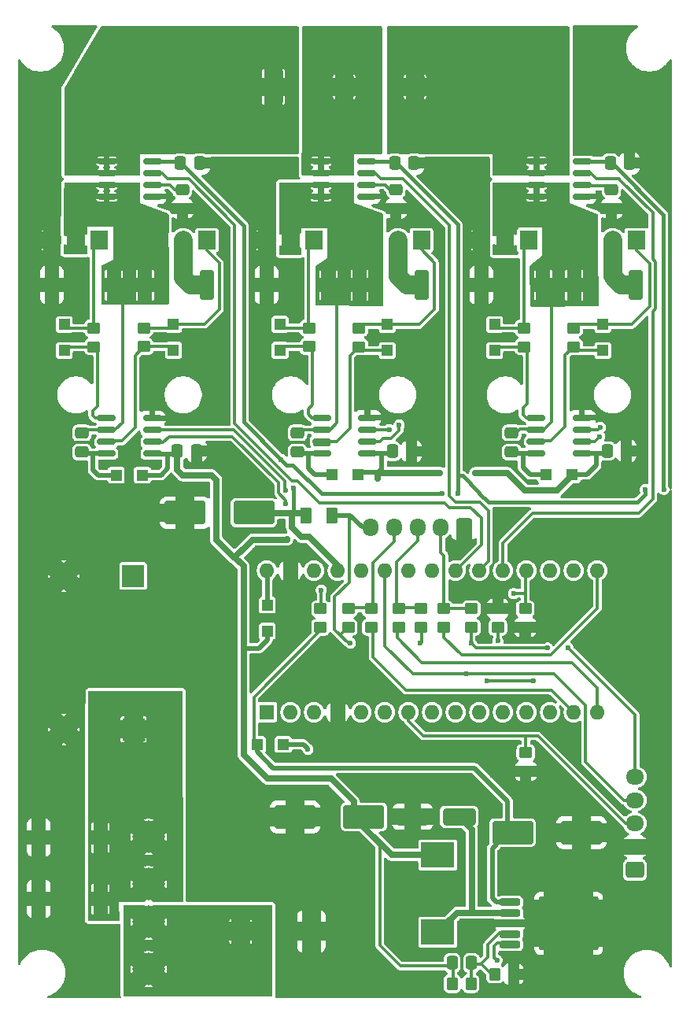
<source format=gbr>
%TF.GenerationSoftware,KiCad,Pcbnew,9.0.0*%
%TF.CreationDate,2025-04-13T22:32:42+03:00*%
%TF.ProjectId,Inverter,496e7665-7274-4657-922e-6b696361645f,rev?*%
%TF.SameCoordinates,Original*%
%TF.FileFunction,Copper,L1,Top*%
%TF.FilePolarity,Positive*%
%FSLAX46Y46*%
G04 Gerber Fmt 4.6, Leading zero omitted, Abs format (unit mm)*
G04 Created by KiCad (PCBNEW 9.0.0) date 2025-04-13 22:32:42*
%MOMM*%
%LPD*%
G01*
G04 APERTURE LIST*
G04 Aperture macros list*
%AMRoundRect*
0 Rectangle with rounded corners*
0 $1 Rounding radius*
0 $2 $3 $4 $5 $6 $7 $8 $9 X,Y pos of 4 corners*
0 Add a 4 corners polygon primitive as box body*
4,1,4,$2,$3,$4,$5,$6,$7,$8,$9,$2,$3,0*
0 Add four circle primitives for the rounded corners*
1,1,$1+$1,$2,$3*
1,1,$1+$1,$4,$5*
1,1,$1+$1,$6,$7*
1,1,$1+$1,$8,$9*
0 Add four rect primitives between the rounded corners*
20,1,$1+$1,$2,$3,$4,$5,0*
20,1,$1+$1,$4,$5,$6,$7,0*
20,1,$1+$1,$6,$7,$8,$9,0*
20,1,$1+$1,$8,$9,$2,$3,0*%
G04 Aperture macros list end*
%TA.AperFunction,ComponentPad*%
%ADD10RoundRect,0.250000X0.600000X0.725000X-0.600000X0.725000X-0.600000X-0.725000X0.600000X-0.725000X0*%
%TD*%
%TA.AperFunction,ComponentPad*%
%ADD11O,1.700000X1.950000*%
%TD*%
%TA.AperFunction,SMDPad,CuDef*%
%ADD12RoundRect,0.154000X-0.616000X1.416000X-0.616000X-1.416000X0.616000X-1.416000X0.616000X1.416000X0*%
%TD*%
%TA.AperFunction,SMDPad,CuDef*%
%ADD13R,1.200000X1.200000*%
%TD*%
%TA.AperFunction,SMDPad,CuDef*%
%ADD14RoundRect,0.250000X0.337500X0.475000X-0.337500X0.475000X-0.337500X-0.475000X0.337500X-0.475000X0*%
%TD*%
%TA.AperFunction,SMDPad,CuDef*%
%ADD15RoundRect,0.250000X0.450000X-0.350000X0.450000X0.350000X-0.450000X0.350000X-0.450000X-0.350000X0*%
%TD*%
%TA.AperFunction,SMDPad,CuDef*%
%ADD16RoundRect,0.150000X0.825000X0.150000X-0.825000X0.150000X-0.825000X-0.150000X0.825000X-0.150000X0*%
%TD*%
%TA.AperFunction,ComponentPad*%
%ADD17R,2.400000X2.400000*%
%TD*%
%TA.AperFunction,ComponentPad*%
%ADD18C,2.400000*%
%TD*%
%TA.AperFunction,SMDPad,CuDef*%
%ADD19RoundRect,0.250000X-0.450000X0.350000X-0.450000X-0.350000X0.450000X-0.350000X0.450000X0.350000X0*%
%TD*%
%TA.AperFunction,SMDPad,CuDef*%
%ADD20R,3.600000X2.700000*%
%TD*%
%TA.AperFunction,SMDPad,CuDef*%
%ADD21RoundRect,0.250000X1.950000X1.000000X-1.950000X1.000000X-1.950000X-1.000000X1.950000X-1.000000X0*%
%TD*%
%TA.AperFunction,ComponentPad*%
%ADD22C,3.500000*%
%TD*%
%TA.AperFunction,ComponentPad*%
%ADD23R,1.600000X1.600000*%
%TD*%
%TA.AperFunction,ComponentPad*%
%ADD24O,1.600000X1.600000*%
%TD*%
%TA.AperFunction,SMDPad,CuDef*%
%ADD25RoundRect,0.250000X-0.337500X-0.475000X0.337500X-0.475000X0.337500X0.475000X-0.337500X0.475000X0*%
%TD*%
%TA.AperFunction,SMDPad,CuDef*%
%ADD26RoundRect,0.250000X-0.475000X0.337500X-0.475000X-0.337500X0.475000X-0.337500X0.475000X0.337500X0*%
%TD*%
%TA.AperFunction,SMDPad,CuDef*%
%ADD27RoundRect,0.250000X-0.350000X-0.450000X0.350000X-0.450000X0.350000X0.450000X-0.350000X0.450000X0*%
%TD*%
%TA.AperFunction,SMDPad,CuDef*%
%ADD28RoundRect,0.200000X-0.900000X-0.200000X0.900000X-0.200000X0.900000X0.200000X-0.900000X0.200000X0*%
%TD*%
%TA.AperFunction,SMDPad,CuDef*%
%ADD29RoundRect,0.250000X-1.275000X-1.125000X1.275000X-1.125000X1.275000X1.125000X-1.275000X1.125000X0*%
%TD*%
%TA.AperFunction,SMDPad,CuDef*%
%ADD30RoundRect,0.249997X-2.950003X-2.650003X2.950003X-2.650003X2.950003X2.650003X-2.950003X2.650003X0*%
%TD*%
%TA.AperFunction,SMDPad,CuDef*%
%ADD31RoundRect,0.150000X-0.825000X-0.150000X0.825000X-0.150000X0.825000X0.150000X-0.825000X0.150000X0*%
%TD*%
%TA.AperFunction,ComponentPad*%
%ADD32RoundRect,0.250001X-0.799999X-1.549999X0.799999X-1.549999X0.799999X1.549999X-0.799999X1.549999X0*%
%TD*%
%TA.AperFunction,ComponentPad*%
%ADD33O,2.100000X3.600000*%
%TD*%
%TA.AperFunction,SMDPad,CuDef*%
%ADD34RoundRect,0.250000X1.500000X0.650000X-1.500000X0.650000X-1.500000X-0.650000X1.500000X-0.650000X0*%
%TD*%
%TA.AperFunction,SMDPad,CuDef*%
%ADD35RoundRect,0.250000X-1.950000X-1.000000X1.950000X-1.000000X1.950000X1.000000X-1.950000X1.000000X0*%
%TD*%
%TA.AperFunction,ComponentPad*%
%ADD36RoundRect,0.250001X0.799999X1.549999X-0.799999X1.549999X-0.799999X-1.549999X0.799999X-1.549999X0*%
%TD*%
%TA.AperFunction,SMDPad,CuDef*%
%ADD37RoundRect,0.250000X0.350000X0.450000X-0.350000X0.450000X-0.350000X-0.450000X0.350000X-0.450000X0*%
%TD*%
%TA.AperFunction,SMDPad,CuDef*%
%ADD38RoundRect,0.250000X0.375000X0.625000X-0.375000X0.625000X-0.375000X-0.625000X0.375000X-0.625000X0*%
%TD*%
%TA.AperFunction,ComponentPad*%
%ADD39RoundRect,0.250000X0.725000X-0.600000X0.725000X0.600000X-0.725000X0.600000X-0.725000X-0.600000X0*%
%TD*%
%TA.AperFunction,ComponentPad*%
%ADD40O,1.950000X1.700000*%
%TD*%
%TA.AperFunction,ComponentPad*%
%ADD41R,1.905000X2.000000*%
%TD*%
%TA.AperFunction,ComponentPad*%
%ADD42O,1.905000X2.000000*%
%TD*%
%TA.AperFunction,ViaPad*%
%ADD43C,0.600000*%
%TD*%
%TA.AperFunction,Conductor*%
%ADD44C,0.300000*%
%TD*%
%TA.AperFunction,Conductor*%
%ADD45C,0.700000*%
%TD*%
%TA.AperFunction,Conductor*%
%ADD46C,0.400000*%
%TD*%
%TA.AperFunction,Conductor*%
%ADD47C,0.500000*%
%TD*%
%TA.AperFunction,Conductor*%
%ADD48C,2.000000*%
%TD*%
G04 APERTURE END LIST*
D10*
%TO.P,J4,1,Pin_1*%
%TO.N,GND*%
X152800000Y-90950000D03*
D11*
%TO.P,J4,2,Pin_2*%
%TO.N,Net-(J4-Pin_2)*%
X150300000Y-90950000D03*
%TO.P,J4,3,Pin_3*%
%TO.N,Net-(J4-Pin_3)*%
X147800000Y-90950000D03*
%TO.P,J4,4,Pin_4*%
%TO.N,Net-(J4-Pin_4)*%
X145300000Y-90950000D03*
%TO.P,J4,5,Pin_5*%
%TO.N,+5V_Fuse*%
X142800000Y-90950000D03*
%TD*%
D12*
%TO.P,D5,1,K*%
%TO.N,+33V*%
X113700000Y-130925000D03*
%TO.P,D5,2,A*%
%TO.N,GND*%
X107050000Y-130925000D03*
%TD*%
%TO.P,D4,1,K*%
%TO.N,+33V*%
X113700000Y-124350000D03*
%TO.P,D4,2,A*%
%TO.N,GND*%
X107050000Y-124350000D03*
%TD*%
D13*
%TO.P,D7,1,K*%
%TO.N,Net-(D7-K)*%
X138600000Y-85300000D03*
%TO.P,D7,2,A*%
%TO.N,+10V*%
X141400000Y-85300000D03*
%TD*%
D14*
%TO.P,C15,1*%
%TO.N,GND*%
X147187500Y-82800000D03*
%TO.P,C15,2*%
%TO.N,+10V*%
X145112500Y-82800000D03*
%TD*%
D12*
%TO.P,D17,1,K*%
%TO.N,+33V*%
X148225000Y-64900000D03*
%TO.P,D17,2,A*%
%TO.N,/V_IN*%
X141575000Y-64900000D03*
%TD*%
D15*
%TO.P,R1,1*%
%TO.N,Net-(D1-K)*%
X137375000Y-101725000D03*
%TO.P,R1,2*%
%TO.N,/Vbatt*%
X137375000Y-99725000D03*
%TD*%
D16*
%TO.P,U6,1,VCC*%
%TO.N,+10V*%
X142425000Y-83005000D03*
%TO.P,U6,2,IN*%
%TO.N,/IN_V*%
X142425000Y-81735000D03*
%TO.P,U6,3,~{SD}*%
%TO.N,/PWM_V*%
X142425000Y-80465000D03*
%TO.P,U6,4,COM*%
%TO.N,GND*%
X142425000Y-79195000D03*
%TO.P,U6,5,LO*%
%TO.N,Net-(D12-K)*%
X137475000Y-79195000D03*
%TO.P,U6,6,VS*%
%TO.N,/V_IN*%
X137475000Y-80465000D03*
%TO.P,U6,7,HO*%
%TO.N,Net-(D11-K)*%
X137475000Y-81735000D03*
%TO.P,U6,8,VB*%
%TO.N,Net-(D7-K)*%
X137475000Y-83005000D03*
%TD*%
D15*
%TO.P,R9,1*%
%TO.N,/HAL_V*%
X145775000Y-101725000D03*
%TO.P,R9,2*%
%TO.N,Net-(J4-Pin_3)*%
X145775000Y-99725000D03*
%TD*%
D17*
%TO.P,C6,1*%
%TO.N,+33V*%
X117262755Y-112700000D03*
D18*
%TO.P,C6,2*%
%TO.N,GND*%
X109762755Y-112700000D03*
%TD*%
D19*
%TO.P,R12,1*%
%TO.N,GND*%
X156450000Y-99725000D03*
%TO.P,R12,2*%
%TO.N,/POT*%
X156450000Y-101725000D03*
%TD*%
D20*
%TO.P,L1,1,1*%
%TO.N,Net-(D3-K)*%
X149995000Y-134505000D03*
%TO.P,L1,2,2*%
%TO.N,+10V*%
X149995000Y-126205000D03*
%TD*%
D21*
%TO.P,C2,1*%
%TO.N,+5V*%
X130200000Y-89400000D03*
%TO.P,C2,2*%
%TO.N,GND*%
X122800000Y-89400000D03*
%TD*%
D22*
%TO.P,F2,1*%
%TO.N,+33V*%
X118875000Y-124275000D03*
X118875000Y-129355000D03*
%TO.P,F2,2*%
%TO.N,/Vin*%
X118875000Y-133415000D03*
X118875000Y-138495000D03*
%TD*%
D12*
%TO.P,D18,1,K*%
%TO.N,/V_IN*%
X138225000Y-64900000D03*
%TO.P,D18,2,A*%
%TO.N,GND*%
X131575000Y-64900000D03*
%TD*%
D19*
%TO.P,R17,1*%
%TO.N,Net-(D13-A)*%
X118400000Y-69525000D03*
%TO.P,R17,2*%
%TO.N,Net-(D13-K)*%
X118400000Y-71525000D03*
%TD*%
D13*
%TO.P,D13,1,K*%
%TO.N,Net-(D13-K)*%
X121550000Y-71925000D03*
%TO.P,D13,2,A*%
%TO.N,Net-(D13-A)*%
X121550000Y-69125000D03*
%TD*%
D12*
%TO.P,D15,1,K*%
%TO.N,+33V*%
X171325000Y-64900000D03*
%TO.P,D15,2,A*%
%TO.N,/U_IN*%
X164675000Y-64900000D03*
%TD*%
D23*
%TO.P,A1,1,D1/TX*%
%TO.N,unconnected-(A1-D1{slash}TX-Pad1)*%
X131600000Y-110860000D03*
D24*
%TO.P,A1,2,D0/RX*%
%TO.N,unconnected-(A1-D0{slash}RX-Pad2)*%
X134140000Y-110860000D03*
%TO.P,A1,3,~{RESET}*%
%TO.N,unconnected-(A1-~{RESET}-Pad3)*%
X136680000Y-110860000D03*
%TO.P,A1,4,GND*%
%TO.N,GND*%
X139220000Y-110860000D03*
%TO.P,A1,5,D2*%
%TO.N,unconnected-(A1-D2-Pad5)*%
X141760000Y-110860000D03*
%TO.P,A1,6,D3*%
%TO.N,unconnected-(A1-D3-Pad6)*%
X144300000Y-110860000D03*
%TO.P,A1,7,D4*%
%TO.N,/CWR*%
X146840000Y-110860000D03*
%TO.P,A1,8,D5*%
%TO.N,/PWM_W*%
X149380000Y-110860000D03*
%TO.P,A1,9,D6*%
%TO.N,/IN_W*%
X151920000Y-110860000D03*
%TO.P,A1,10,D7*%
%TO.N,/IN_V*%
X154460000Y-110860000D03*
%TO.P,A1,11,D8*%
%TO.N,/IN_U*%
X157000000Y-110860000D03*
%TO.P,A1,12,D9*%
%TO.N,/PWM_V*%
X159540000Y-110860000D03*
%TO.P,A1,13,D10*%
%TO.N,/PWM_U*%
X162080000Y-110860000D03*
%TO.P,A1,14,D11*%
%TO.N,/HAL_W*%
X164620000Y-110860000D03*
%TO.P,A1,15,D12*%
%TO.N,/HAL_V*%
X167160000Y-110860000D03*
%TO.P,A1,16,D13*%
%TO.N,/HAL_U*%
X167160000Y-95620000D03*
%TO.P,A1,17,3V3*%
%TO.N,unconnected-(A1-3V3-Pad17)*%
X164620000Y-95620000D03*
%TO.P,A1,18,AREF*%
%TO.N,unconnected-(A1-AREF-Pad18)*%
X162080000Y-95620000D03*
%TO.P,A1,19,A0*%
%TO.N,/Vbatt*%
X159540000Y-95620000D03*
%TO.P,A1,20,A1*%
%TO.N,/Cur_U*%
X157000000Y-95620000D03*
%TO.P,A1,21,A2*%
%TO.N,/Cur_V*%
X154460000Y-95620000D03*
%TO.P,A1,22,A3*%
%TO.N,/Cur_W*%
X151920000Y-95620000D03*
%TO.P,A1,23,A4*%
%TO.N,unconnected-(A1-A4-Pad23)*%
X149380000Y-95620000D03*
%TO.P,A1,24,A5*%
%TO.N,unconnected-(A1-A5-Pad24)*%
X146840000Y-95620000D03*
%TO.P,A1,25,A6*%
%TO.N,/POT*%
X144300000Y-95620000D03*
%TO.P,A1,26,A7*%
%TO.N,unconnected-(A1-A7-Pad26)*%
X141760000Y-95620000D03*
%TO.P,A1,27,+5V*%
%TO.N,+5V*%
X139220000Y-95620000D03*
%TO.P,A1,28,~{RESET}*%
%TO.N,unconnected-(A1-~{RESET}-Pad28)*%
X136680000Y-95620000D03*
%TO.P,A1,29,GND*%
%TO.N,GND*%
X134140000Y-95620000D03*
%TO.P,A1,30,VIN*%
%TO.N,Net-(A1-VIN)*%
X131600000Y-95620000D03*
%TD*%
D19*
%TO.P,R7,1*%
%TO.N,Net-(J4-Pin_4)*%
X140350000Y-99725000D03*
%TO.P,R7,2*%
%TO.N,+5V_Fuse*%
X140350000Y-101725000D03*
%TD*%
D13*
%TO.P,D8,1,K*%
%TO.N,Net-(D8-K)*%
X115400000Y-85350000D03*
%TO.P,D8,2,A*%
%TO.N,+10V*%
X118200000Y-85350000D03*
%TD*%
D15*
%TO.P,R2,1*%
%TO.N,GND*%
X159400000Y-101725000D03*
%TO.P,R2,2*%
%TO.N,/Vbatt*%
X159400000Y-99725000D03*
%TD*%
D13*
%TO.P,D2,1,K*%
%TO.N,Net-(A1-VIN)*%
X131650000Y-99325000D03*
%TO.P,D2,2,A*%
%TO.N,+10V*%
X131650000Y-102125000D03*
%TD*%
D25*
%TO.P,C10,1*%
%TO.N,+5V*%
X168562500Y-51800000D03*
%TO.P,C10,2*%
%TO.N,GND*%
X170637500Y-51800000D03*
%TD*%
D13*
%TO.P,D11,1,K*%
%TO.N,Net-(D11-K)*%
X144550000Y-71950000D03*
%TO.P,D11,2,A*%
%TO.N,Net-(D11-A)*%
X144550000Y-69150000D03*
%TD*%
D26*
%TO.P,C18,1*%
%TO.N,/W_IN*%
X111700000Y-80812500D03*
%TO.P,C18,2*%
%TO.N,Net-(D8-K)*%
X111700000Y-82887500D03*
%TD*%
D16*
%TO.P,U7,1,VCC*%
%TO.N,+10V*%
X119275000Y-83055000D03*
%TO.P,U7,2,IN*%
%TO.N,/IN_W*%
X119275000Y-81785000D03*
%TO.P,U7,3,~{SD}*%
%TO.N,/PWM_W*%
X119275000Y-80515000D03*
%TO.P,U7,4,COM*%
%TO.N,GND*%
X119275000Y-79245000D03*
%TO.P,U7,5,LO*%
%TO.N,Net-(D14-K)*%
X114325000Y-79245000D03*
%TO.P,U7,6,VS*%
%TO.N,/W_IN*%
X114325000Y-80515000D03*
%TO.P,U7,7,HO*%
%TO.N,Net-(D13-K)*%
X114325000Y-81785000D03*
%TO.P,U7,8,VB*%
%TO.N,Net-(D8-K)*%
X114325000Y-83055000D03*
%TD*%
D12*
%TO.P,D20,1,K*%
%TO.N,/W_IN*%
X115125000Y-64900000D03*
%TO.P,D20,2,A*%
%TO.N,GND*%
X108475000Y-64900000D03*
%TD*%
D27*
%TO.P,R4,1*%
%TO.N,+10V*%
X151560000Y-140055000D03*
%TO.P,R4,2*%
%TO.N,Net-(U1-FB)*%
X153560000Y-140055000D03*
%TD*%
D15*
%TO.P,R11,1*%
%TO.N,GND*%
X159460000Y-117210000D03*
%TO.P,R11,2*%
%TO.N,/CWR*%
X159460000Y-115210000D03*
%TD*%
D26*
%TO.P,C7,1*%
%TO.N,Net-(U2-FILTER)*%
X168700000Y-54612500D03*
%TO.P,C7,2*%
%TO.N,GND*%
X168700000Y-56687500D03*
%TD*%
D14*
%TO.P,C14,1*%
%TO.N,GND*%
X124037500Y-82750000D03*
%TO.P,C14,2*%
%TO.N,+10V*%
X121962500Y-82750000D03*
%TD*%
D26*
%TO.P,C17,1*%
%TO.N,/V_IN*%
X134900000Y-80812500D03*
%TO.P,C17,2*%
%TO.N,Net-(D7-K)*%
X134900000Y-82887500D03*
%TD*%
D28*
%TO.P,U1,1,Vin*%
%TO.N,Net-(D1-K)*%
X157770000Y-131300000D03*
%TO.P,U1,2,SW*%
%TO.N,Net-(D3-K)*%
X157770000Y-132440000D03*
%TO.P,U1,3,GND*%
%TO.N,GND*%
X157770000Y-133580000D03*
D29*
X162395000Y-132055000D03*
X162395000Y-135105000D03*
D30*
X164070000Y-133580000D03*
D29*
X165745000Y-132055000D03*
X165745000Y-135105000D03*
D28*
%TO.P,U1,4,FB*%
%TO.N,Net-(U1-FB)*%
X157770000Y-134720000D03*
%TO.P,U1,5,EN*%
%TO.N,/ON*%
X157770000Y-135860000D03*
%TD*%
D31*
%TO.P,U2,1,IP+*%
%TO.N,/U_OUT*%
X160625000Y-51595000D03*
%TO.P,U2,2,IP+*%
X160625000Y-52865000D03*
%TO.P,U2,3,IP-*%
%TO.N,/U_IN*%
X160625000Y-54135000D03*
%TO.P,U2,4,IP-*%
X160625000Y-55405000D03*
%TO.P,U2,5,GND*%
%TO.N,GND*%
X165575000Y-55405000D03*
%TO.P,U2,6,FILTER*%
%TO.N,Net-(U2-FILTER)*%
X165575000Y-54135000D03*
%TO.P,U2,7,VIOUT*%
%TO.N,/Cur_U*%
X165575000Y-52865000D03*
%TO.P,U2,8,VCC*%
%TO.N,+5V*%
X165575000Y-51595000D03*
%TD*%
D26*
%TO.P,C9,1*%
%TO.N,Net-(U4-FILTER)*%
X122500000Y-54612500D03*
%TO.P,C9,2*%
%TO.N,GND*%
X122500000Y-56687500D03*
%TD*%
D25*
%TO.P,C12,1*%
%TO.N,+5V*%
X122312500Y-51800000D03*
%TO.P,C12,2*%
%TO.N,GND*%
X124387500Y-51800000D03*
%TD*%
D12*
%TO.P,D16,1,K*%
%TO.N,/U_IN*%
X161325000Y-64900000D03*
%TO.P,D16,2,A*%
%TO.N,GND*%
X154675000Y-64900000D03*
%TD*%
D25*
%TO.P,C11,1*%
%TO.N,+5V*%
X145362500Y-51800000D03*
%TO.P,C11,2*%
%TO.N,GND*%
X147437500Y-51800000D03*
%TD*%
D13*
%TO.P,D1,1,K*%
%TO.N,Net-(D1-K)*%
X130560000Y-114320000D03*
%TO.P,D1,2,A*%
%TO.N,+33V*%
X133360000Y-114320000D03*
%TD*%
D26*
%TO.P,C16,1*%
%TO.N,/U_IN*%
X157950000Y-80812500D03*
%TO.P,C16,2*%
%TO.N,Net-(D6-K)*%
X157950000Y-82887500D03*
%TD*%
D32*
%TO.P,J5,1,Pin_1*%
%TO.N,/W_OUT*%
X132305000Y-43600000D03*
D33*
%TO.P,J5,2,Pin_2*%
%TO.N,/V_OUT*%
X139925000Y-43600000D03*
%TO.P,J5,3,Pin_3*%
%TO.N,/U_OUT*%
X147545000Y-43600000D03*
%TD*%
D15*
%TO.P,R10,1*%
%TO.N,/HAL_U*%
X150625000Y-101725000D03*
%TO.P,R10,2*%
%TO.N,Net-(J4-Pin_2)*%
X150625000Y-99725000D03*
%TD*%
%TO.P,R8,1*%
%TO.N,/HAL_W*%
X142850000Y-101725000D03*
%TO.P,R8,2*%
%TO.N,Net-(J4-Pin_4)*%
X142850000Y-99725000D03*
%TD*%
D13*
%TO.P,D6,1,K*%
%TO.N,Net-(D6-K)*%
X161650000Y-85300000D03*
%TO.P,D6,2,A*%
%TO.N,+10V*%
X164450000Y-85300000D03*
%TD*%
D14*
%TO.P,C13,1*%
%TO.N,GND*%
X170287500Y-82750000D03*
%TO.P,C13,2*%
%TO.N,+10V*%
X168212500Y-82750000D03*
%TD*%
D19*
%TO.P,R15,1*%
%TO.N,Net-(D11-A)*%
X141500000Y-69550000D03*
%TO.P,R15,2*%
%TO.N,Net-(D11-K)*%
X141500000Y-71550000D03*
%TD*%
D16*
%TO.P,U5,1,VCC*%
%TO.N,+10V*%
X165525000Y-83005000D03*
%TO.P,U5,2,IN*%
%TO.N,/IN_U*%
X165525000Y-81735000D03*
%TO.P,U5,3,~{SD}*%
%TO.N,/PWM_U*%
X165525000Y-80465000D03*
%TO.P,U5,4,COM*%
%TO.N,GND*%
X165525000Y-79195000D03*
%TO.P,U5,5,LO*%
%TO.N,Net-(D10-K)*%
X160575000Y-79195000D03*
%TO.P,U5,6,VS*%
%TO.N,/U_IN*%
X160575000Y-80465000D03*
%TO.P,U5,7,HO*%
%TO.N,Net-(D9-K)*%
X160575000Y-81735000D03*
%TO.P,U5,8,VB*%
%TO.N,Net-(D6-K)*%
X160575000Y-83005000D03*
%TD*%
D19*
%TO.P,R13,1*%
%TO.N,Net-(D9-A)*%
X164600000Y-69550000D03*
%TO.P,R13,2*%
%TO.N,Net-(D9-K)*%
X164600000Y-71550000D03*
%TD*%
D31*
%TO.P,U4,1,IP+*%
%TO.N,/W_OUT*%
X114375000Y-51595000D03*
%TO.P,U4,2,IP+*%
X114375000Y-52865000D03*
%TO.P,U4,3,IP-*%
%TO.N,/W_IN*%
X114375000Y-54135000D03*
%TO.P,U4,4,IP-*%
X114375000Y-55405000D03*
%TO.P,U4,5,GND*%
%TO.N,GND*%
X119325000Y-55405000D03*
%TO.P,U4,6,FILTER*%
%TO.N,Net-(U4-FILTER)*%
X119325000Y-54135000D03*
%TO.P,U4,7,VIOUT*%
%TO.N,/Cur_W*%
X119325000Y-52865000D03*
%TO.P,U4,8,VCC*%
%TO.N,+5V*%
X119325000Y-51595000D03*
%TD*%
D19*
%TO.P,R16,1*%
%TO.N,Net-(D12-A)*%
X136125000Y-69525000D03*
%TO.P,R16,2*%
%TO.N,Net-(D12-K)*%
X136125000Y-71525000D03*
%TD*%
D13*
%TO.P,D14,1,K*%
%TO.N,Net-(D14-K)*%
X109800000Y-71950000D03*
%TO.P,D14,2,A*%
%TO.N,Net-(D14-A)*%
X109800000Y-69150000D03*
%TD*%
D12*
%TO.P,D19,1,K*%
%TO.N,+33V*%
X125125000Y-64900000D03*
%TO.P,D19,2,A*%
%TO.N,/W_IN*%
X118475000Y-64900000D03*
%TD*%
D34*
%TO.P,D3,1,K*%
%TO.N,Net-(D3-K)*%
X152287500Y-122110000D03*
%TO.P,D3,2,A*%
%TO.N,GND*%
X147287500Y-122110000D03*
%TD*%
D19*
%TO.P,R14,1*%
%TO.N,Net-(D10-A)*%
X159275000Y-69550000D03*
%TO.P,R14,2*%
%TO.N,Net-(D10-K)*%
X159275000Y-71550000D03*
%TD*%
D35*
%TO.P,C1,1*%
%TO.N,Net-(D1-K)*%
X158050000Y-123820000D03*
%TO.P,C1,2*%
%TO.N,GND*%
X165450000Y-123820000D03*
%TD*%
D19*
%TO.P,R6,1*%
%TO.N,Net-(J4-Pin_3)*%
X148200000Y-99725000D03*
%TO.P,R6,2*%
%TO.N,+5V_Fuse*%
X148200000Y-101725000D03*
%TD*%
D14*
%TO.P,C3,1*%
%TO.N,Net-(U1-FB)*%
X153622500Y-137830000D03*
%TO.P,C3,2*%
%TO.N,+10V*%
X151547500Y-137830000D03*
%TD*%
D26*
%TO.P,C8,1*%
%TO.N,Net-(U3-FILTER)*%
X145500000Y-54612500D03*
%TO.P,C8,2*%
%TO.N,GND*%
X145500000Y-56687500D03*
%TD*%
D19*
%TO.P,R5,1*%
%TO.N,Net-(J4-Pin_2)*%
X153600000Y-99725000D03*
%TO.P,R5,2*%
%TO.N,+5V_Fuse*%
X153600000Y-101725000D03*
%TD*%
D31*
%TO.P,U3,1,IP+*%
%TO.N,/V_OUT*%
X137425000Y-51595000D03*
%TO.P,U3,2,IP+*%
X137425000Y-52865000D03*
%TO.P,U3,3,IP-*%
%TO.N,/V_IN*%
X137425000Y-54135000D03*
%TO.P,U3,4,IP-*%
X137425000Y-55405000D03*
%TO.P,U3,5,GND*%
%TO.N,GND*%
X142375000Y-55405000D03*
%TO.P,U3,6,FILTER*%
%TO.N,Net-(U3-FILTER)*%
X142375000Y-54135000D03*
%TO.P,U3,7,VIOUT*%
%TO.N,/Cur_V*%
X142375000Y-52865000D03*
%TO.P,U3,8,VCC*%
%TO.N,+5V*%
X142375000Y-51595000D03*
%TD*%
D13*
%TO.P,D9,1,K*%
%TO.N,Net-(D9-K)*%
X167750000Y-71950000D03*
%TO.P,D9,2,A*%
%TO.N,Net-(D9-A)*%
X167750000Y-69150000D03*
%TD*%
%TO.P,D10,1,K*%
%TO.N,Net-(D10-K)*%
X156125000Y-71950000D03*
%TO.P,D10,2,A*%
%TO.N,Net-(D10-A)*%
X156125000Y-69150000D03*
%TD*%
D36*
%TO.P,J1,1,Pin_1*%
%TO.N,GND*%
X136395000Y-134425000D03*
D33*
%TO.P,J1,2,Pin_2*%
%TO.N,/Vin*%
X128775000Y-134425000D03*
%TD*%
D13*
%TO.P,D12,1,K*%
%TO.N,Net-(D12-K)*%
X133025000Y-71925000D03*
%TO.P,D12,2,A*%
%TO.N,Net-(D12-A)*%
X133025000Y-69125000D03*
%TD*%
D21*
%TO.P,C4,1*%
%TO.N,+10V*%
X142025000Y-122125000D03*
%TO.P,C4,2*%
%TO.N,GND*%
X134625000Y-122125000D03*
%TD*%
D37*
%TO.P,R3,1*%
%TO.N,GND*%
X158135000Y-139030000D03*
%TO.P,R3,2*%
%TO.N,Net-(U1-FB)*%
X156135000Y-139030000D03*
%TD*%
D17*
%TO.P,C5,1*%
%TO.N,+33V*%
X117212755Y-96200000D03*
D18*
%TO.P,C5,2*%
%TO.N,GND*%
X109712755Y-96200000D03*
%TD*%
D19*
%TO.P,R18,1*%
%TO.N,Net-(D14-A)*%
X112950000Y-69550000D03*
%TO.P,R18,2*%
%TO.N,Net-(D14-K)*%
X112950000Y-71550000D03*
%TD*%
D38*
%TO.P,F1,1*%
%TO.N,+5V_Fuse*%
X138600000Y-89675000D03*
%TO.P,F1,2*%
%TO.N,+5V*%
X135800000Y-89675000D03*
%TD*%
D39*
%TO.P,J3,1,Pin_1*%
%TO.N,/ON*%
X171200000Y-127825000D03*
D40*
%TO.P,J3,2,Pin_2*%
%TO.N,GND*%
X171200000Y-125325000D03*
%TO.P,J3,3,Pin_3*%
%TO.N,/CWR*%
X171200000Y-122825000D03*
%TO.P,J3,4,Pin_4*%
%TO.N,/POT*%
X171200000Y-120325000D03*
%TO.P,J3,5,Pin_5*%
%TO.N,+5V_Fuse*%
X171200000Y-117825000D03*
%TD*%
D41*
%TO.P,Q1,1,G*%
%TO.N,Net-(D9-A)*%
X171340000Y-60070000D03*
D42*
%TO.P,Q1,2,D*%
%TO.N,+33V*%
X168800000Y-60070000D03*
%TO.P,Q1,3,S*%
%TO.N,/U_IN*%
X166260000Y-60070000D03*
%TD*%
D41*
%TO.P,Q5,1,G*%
%TO.N,Net-(D13-A)*%
X125140000Y-60070000D03*
D42*
%TO.P,Q5,2,D*%
%TO.N,+33V*%
X122600000Y-60070000D03*
%TO.P,Q5,3,S*%
%TO.N,/W_IN*%
X120060000Y-60070000D03*
%TD*%
D41*
%TO.P,Q3,1,G*%
%TO.N,Net-(D11-A)*%
X148240000Y-60070000D03*
D42*
%TO.P,Q3,2,D*%
%TO.N,+33V*%
X145700000Y-60070000D03*
%TO.P,Q3,3,S*%
%TO.N,/V_IN*%
X143160000Y-60070000D03*
%TD*%
D41*
%TO.P,Q4,1,G*%
%TO.N,Net-(D12-A)*%
X136690000Y-60070000D03*
D42*
%TO.P,Q4,2,D*%
%TO.N,/V_IN*%
X134150000Y-60070000D03*
%TO.P,Q4,3,S*%
%TO.N,GND*%
X131610000Y-60070000D03*
%TD*%
D41*
%TO.P,Q2,1,G*%
%TO.N,Net-(D10-A)*%
X159790000Y-60070000D03*
D42*
%TO.P,Q2,2,D*%
%TO.N,/U_IN*%
X157250000Y-60070000D03*
%TO.P,Q2,3,S*%
%TO.N,GND*%
X154710000Y-60070000D03*
%TD*%
D41*
%TO.P,Q6,1,G*%
%TO.N,Net-(D14-A)*%
X113590000Y-60070000D03*
D42*
%TO.P,Q6,2,D*%
%TO.N,/W_IN*%
X111050000Y-60070000D03*
%TO.P,Q6,3,S*%
%TO.N,GND*%
X108510000Y-60070000D03*
%TD*%
D43*
%TO.N,/IN_U*%
X167400000Y-81210000D03*
%TO.N,/IN_W*%
X133650000Y-88475000D03*
%TO.N,/PWM_U*%
X167480000Y-80230000D03*
%TO.N,/IN_V*%
X145825000Y-79975000D03*
%TO.N,/PWM_V*%
X160325000Y-107500000D03*
X144762500Y-80462500D03*
X155300000Y-107525000D03*
%TO.N,+5V*%
X152125000Y-87375000D03*
X172320000Y-86900000D03*
X134450000Y-86700000D03*
X133137500Y-83662500D03*
X150475000Y-87375000D03*
X174320000Y-86900000D03*
%TO.N,GND*%
X110000000Y-129425000D03*
X127525000Y-55000000D03*
X137450000Y-105025000D03*
X152800000Y-92950000D03*
X157425000Y-90000000D03*
X169950000Y-105050000D03*
X124950000Y-109925000D03*
X167500000Y-87475000D03*
X155000000Y-120050000D03*
X170100000Y-57550000D03*
X162550000Y-140800000D03*
X107475000Y-87500000D03*
X155000000Y-77500000D03*
X137550000Y-108375000D03*
X106200000Y-101350000D03*
X149975000Y-69975000D03*
X147525000Y-137275000D03*
X110025000Y-82525000D03*
X142475000Y-132525000D03*
X115025000Y-135000000D03*
X153400000Y-75950000D03*
X131350000Y-87175000D03*
X172050000Y-80300000D03*
X171550000Y-56775000D03*
X162525000Y-137475000D03*
X137525000Y-129975000D03*
X134500000Y-106375000D03*
X132100000Y-57500000D03*
X169925000Y-73825000D03*
X134975000Y-97500000D03*
X167100000Y-56300000D03*
X172650000Y-107725000D03*
X160000000Y-119975000D03*
X143950000Y-56250000D03*
X106175000Y-102475000D03*
X147500000Y-72475000D03*
X157475000Y-112450000D03*
X135025000Y-100075000D03*
X149975000Y-72500000D03*
X135150000Y-79325000D03*
X110000000Y-84975000D03*
X172525000Y-110050000D03*
X168850000Y-95000000D03*
X130000000Y-57500000D03*
X144925000Y-117975000D03*
X140000000Y-139975000D03*
X150000000Y-114950000D03*
X150100000Y-79150000D03*
X124975000Y-112375000D03*
X147500000Y-132525000D03*
X107450000Y-103675000D03*
X107500000Y-70075000D03*
X167600000Y-85025000D03*
X154950000Y-57525000D03*
X172525000Y-105025000D03*
X170025000Y-135000000D03*
X110025000Y-80000000D03*
X168750000Y-97425000D03*
X162475000Y-125025000D03*
X172500000Y-97500000D03*
X147500000Y-79125000D03*
X134525000Y-108375000D03*
X165745000Y-132055000D03*
X132325000Y-105050000D03*
X147500000Y-74950000D03*
X166300000Y-140775000D03*
X127075000Y-60000000D03*
X106225000Y-107375000D03*
X164925000Y-87500000D03*
X124975000Y-122450000D03*
X165025000Y-127450000D03*
X109975000Y-132525000D03*
X172450000Y-100000000D03*
X153400000Y-71000000D03*
X172200000Y-82500000D03*
X127525000Y-130025000D03*
X110025000Y-87500000D03*
X107450000Y-102500000D03*
X124925000Y-102475000D03*
X112350000Y-137625000D03*
X162475000Y-127475000D03*
X108900000Y-104400000D03*
X142475000Y-130000000D03*
X165000000Y-115000000D03*
X125000000Y-57500000D03*
X132350000Y-120050000D03*
X172025000Y-72425000D03*
X162395000Y-135105000D03*
X167525000Y-127450000D03*
X152450000Y-135000000D03*
X137450000Y-139975000D03*
X169975000Y-79275000D03*
X126875000Y-95000000D03*
X172500000Y-52500000D03*
X112550000Y-135050000D03*
X129825000Y-122550000D03*
X112500000Y-87500000D03*
X147400000Y-114950000D03*
X107475000Y-57500000D03*
X160000000Y-137475000D03*
X162375000Y-100075000D03*
X166950000Y-105025000D03*
X150000000Y-54925000D03*
X154975000Y-134975000D03*
X107475000Y-47525000D03*
X154950000Y-52500000D03*
X107500000Y-72450000D03*
X162500000Y-112475000D03*
X172450000Y-92500000D03*
X153125000Y-83950000D03*
X124950000Y-107500000D03*
X142575000Y-108375000D03*
X160000000Y-127500000D03*
X169975000Y-107725000D03*
X107475000Y-52500000D03*
X157475000Y-114950000D03*
X165050000Y-112500000D03*
X159975000Y-92500000D03*
X107450000Y-104975000D03*
X157500000Y-79250000D03*
X152500000Y-127500000D03*
X142400000Y-74950000D03*
X107475000Y-55000000D03*
X106175000Y-103675000D03*
X169300000Y-140775000D03*
X147450000Y-139975000D03*
X160950000Y-109450000D03*
X172575000Y-132500000D03*
X152500000Y-52525000D03*
X135225000Y-93500000D03*
X137525000Y-114950000D03*
X155000000Y-112450000D03*
X112400000Y-139975000D03*
X137525000Y-120000000D03*
X139975000Y-114950000D03*
X172075000Y-77100000D03*
X133050000Y-79325000D03*
X162475000Y-117525000D03*
X172050000Y-74950000D03*
X107475000Y-80025000D03*
X165000000Y-119975000D03*
X168750000Y-99975000D03*
X134300000Y-52475000D03*
X124975000Y-120025000D03*
X142600000Y-135025000D03*
X172500000Y-95000000D03*
X167450000Y-92550000D03*
X165000000Y-74975000D03*
X127500000Y-122500000D03*
X152475000Y-54925000D03*
X107475000Y-135050000D03*
X150000000Y-52500000D03*
X127525000Y-120050000D03*
X152500000Y-112450000D03*
X172450000Y-89975000D03*
X147500000Y-69975000D03*
X152500000Y-129950000D03*
X135000000Y-102500000D03*
X150100000Y-75000000D03*
X114975000Y-137600000D03*
X165000000Y-77900000D03*
X155000000Y-75025000D03*
X135000000Y-139950000D03*
X173475000Y-114450000D03*
X120000000Y-72500000D03*
X124975000Y-100100000D03*
X134950000Y-125000000D03*
X125625000Y-130000000D03*
X174500000Y-51325000D03*
X147500000Y-135000000D03*
X142525000Y-114950000D03*
X117475000Y-82500000D03*
X172050000Y-70000000D03*
X158150000Y-84350000D03*
X169375000Y-102600000D03*
X142500000Y-140000000D03*
X153425000Y-79000000D03*
X148925000Y-83950000D03*
X153175000Y-109375000D03*
X144925000Y-120000000D03*
X164975000Y-92525000D03*
X168450000Y-86175000D03*
X130025000Y-60025000D03*
X120950000Y-56250000D03*
X165745000Y-135105000D03*
X107500000Y-44975000D03*
X140000000Y-129925000D03*
X174500000Y-55000000D03*
X135000000Y-130000000D03*
X132100000Y-54975000D03*
X165025000Y-97425000D03*
X137475000Y-125000000D03*
X152550000Y-114950000D03*
X139975000Y-108350000D03*
X107500000Y-82500000D03*
X170000000Y-132475000D03*
X107475000Y-62500000D03*
X127525000Y-117500000D03*
X157160000Y-140805000D03*
X154975000Y-54925000D03*
X130000000Y-125050000D03*
X106200000Y-106275000D03*
X162500000Y-120000000D03*
X139975000Y-137425000D03*
X124925000Y-105025000D03*
X147475000Y-129950000D03*
X157850000Y-102975000D03*
X145450000Y-127500000D03*
X132100000Y-52475000D03*
X107475000Y-50000000D03*
X107475000Y-75000000D03*
X147425000Y-117950000D03*
X123650000Y-72500000D03*
X142475000Y-127525000D03*
X172225000Y-84950000D03*
X107500000Y-77475000D03*
X114900000Y-87500000D03*
X150050000Y-117950000D03*
X107450000Y-85025000D03*
X154825000Y-128875000D03*
X130000000Y-52500000D03*
X152475000Y-57525000D03*
X142500000Y-77500000D03*
X172050000Y-78525000D03*
X167500000Y-137500000D03*
X129975000Y-54975000D03*
X155000000Y-122500000D03*
X135625000Y-74550000D03*
X162395000Y-132055000D03*
X124950000Y-97525000D03*
X106175000Y-104975000D03*
X132400000Y-125050000D03*
X130575000Y-93600000D03*
X133250000Y-73675000D03*
X107475000Y-120000000D03*
X141575000Y-100800000D03*
X140000000Y-132550000D03*
X173475000Y-126800000D03*
X157650000Y-72525000D03*
X144925000Y-122500000D03*
X154975000Y-114950000D03*
X167350000Y-73825000D03*
X124950000Y-125025000D03*
X159975000Y-112475000D03*
X172550000Y-135000000D03*
X127900000Y-92050000D03*
X140050000Y-125025000D03*
X120000000Y-75025000D03*
X110000000Y-122500000D03*
X150100000Y-77575000D03*
X107450000Y-90000000D03*
X142500000Y-137450000D03*
X152150000Y-98625000D03*
X107450000Y-106275000D03*
X131600000Y-86250000D03*
X129800000Y-120050000D03*
X158450000Y-74000000D03*
X130325000Y-107550000D03*
X144950000Y-139950000D03*
X150075000Y-59975000D03*
X150000000Y-112425000D03*
X140000000Y-105025000D03*
X127500000Y-52500000D03*
X127525000Y-125050000D03*
X153600000Y-133775000D03*
X165000000Y-100050000D03*
X147500000Y-57550000D03*
X162475000Y-122450000D03*
X172500000Y-49975000D03*
X124975000Y-117450000D03*
X145025000Y-114950000D03*
X153375000Y-73225000D03*
X164070000Y-133580000D03*
X140000000Y-134950000D03*
X130000000Y-130000000D03*
X169600000Y-92550000D03*
X165000000Y-137475000D03*
X120000000Y-77500000D03*
X152500000Y-117925000D03*
X115000000Y-139975000D03*
X157475000Y-117525000D03*
X154750000Y-80900000D03*
X123725000Y-79300000D03*
X173475000Y-119975000D03*
X152500000Y-120000000D03*
X150000000Y-82475000D03*
X110050000Y-135050000D03*
X169975000Y-70000000D03*
%TO.N,/PWM_W*%
X133590965Y-86968448D03*
%TO.N,+10V*%
X133775000Y-92275000D03*
X150250000Y-85125000D03*
X143525000Y-85725000D03*
X154025000Y-85125000D03*
%TO.N,+33V*%
X114900000Y-109825000D03*
X117350000Y-109175000D03*
X118050000Y-109175000D03*
X119800000Y-109825000D03*
X117700000Y-109825000D03*
X115250000Y-109175000D03*
X136020000Y-114850000D03*
X116300000Y-109825000D03*
X119450000Y-109175000D03*
X117000000Y-109825000D03*
X118750000Y-109175000D03*
X116650000Y-109175000D03*
X115950000Y-109175000D03*
X119100000Y-109825000D03*
X118400000Y-109825000D03*
X115600000Y-109825000D03*
%TO.N,/Vbatt*%
X137450000Y-97720000D03*
X158150000Y-98100000D03*
%TO.N,/POT*%
X153050000Y-106725000D03*
X156450000Y-103200000D03*
%TO.N,/ON*%
X156360000Y-137555000D03*
%TO.N,+5V_Fuse*%
X164000000Y-103950000D03*
X140580331Y-103419669D03*
X153575000Y-103425000D03*
X161800000Y-103950000D03*
X148129000Y-103425000D03*
%TD*%
D44*
%TO.N,/Cur_W*%
X150712500Y-88350000D02*
X151237500Y-88875000D01*
X119325000Y-52865000D02*
X119335000Y-52875000D01*
X151237500Y-88875000D02*
X153550000Y-88875000D01*
X128150000Y-79775000D02*
X134325000Y-85950000D01*
X134850000Y-85950000D02*
X137250000Y-88350000D01*
X119335000Y-52875000D02*
X120325000Y-52875000D01*
X154675000Y-90000000D02*
X154675000Y-92865000D01*
X128150000Y-58450000D02*
X128150000Y-79775000D01*
X134325000Y-85950000D02*
X134850000Y-85950000D01*
X123200000Y-53500000D02*
X128150000Y-58450000D01*
X154675000Y-92865000D02*
X151920000Y-95620000D01*
X120950000Y-53500000D02*
X123200000Y-53500000D01*
X153550000Y-88875000D02*
X154675000Y-90000000D01*
X137250000Y-88350000D02*
X150712500Y-88350000D01*
X120325000Y-52875000D02*
X120950000Y-53500000D01*
%TO.N,/Cur_V*%
X143875000Y-53500000D02*
X146250000Y-53500000D01*
X143240000Y-52865000D02*
X143875000Y-53500000D01*
X155475000Y-94605000D02*
X154460000Y-95620000D01*
X151250000Y-58500000D02*
X151250000Y-87525000D01*
X146250000Y-53500000D02*
X151250000Y-58500000D01*
X154500000Y-88250000D02*
X155475000Y-89225000D01*
X151250000Y-87525000D02*
X151225000Y-87550000D01*
X151225000Y-87550000D02*
X151925000Y-88250000D01*
X151925000Y-88250000D02*
X154500000Y-88250000D01*
X142375000Y-52865000D02*
X143240000Y-52865000D01*
X155475000Y-89225000D02*
X155475000Y-94605000D01*
%TO.N,/IN_U*%
X165525000Y-81735000D02*
X166875000Y-81735000D01*
X166875000Y-81735000D02*
X167400000Y-81210000D01*
%TO.N,/IN_W*%
X133650000Y-88089558D02*
X133650000Y-88475000D01*
X132839965Y-86184919D02*
X132839965Y-87279523D01*
X132850000Y-86174884D02*
X132839965Y-86184919D01*
X119275000Y-81785000D02*
X119315000Y-81825000D01*
X121075000Y-81200000D02*
X127875116Y-81200000D01*
X127875116Y-81200000D02*
X132850000Y-86174884D01*
X132839965Y-87279523D02*
X133650000Y-88089558D01*
X119315000Y-81825000D02*
X120450000Y-81825000D01*
X120450000Y-81825000D02*
X121075000Y-81200000D01*
%TO.N,/Cur_U*%
X173140000Y-62090058D02*
X173451000Y-62401058D01*
X169454347Y-53475000D02*
X169474998Y-53475000D01*
X165585000Y-52875000D02*
X166450000Y-52875000D01*
X173451000Y-66951058D02*
X173451000Y-67448942D01*
X173451000Y-62401058D02*
X173451000Y-62898942D01*
X169475001Y-53475001D02*
X169475000Y-53475000D01*
X169474999Y-53475001D02*
X169475001Y-53475001D01*
X169626000Y-53626000D02*
X169625999Y-53626000D01*
X173140000Y-57140000D02*
X173140000Y-62090058D01*
X173140000Y-87940000D02*
X171605000Y-89475000D01*
X166450000Y-52875000D02*
X167050000Y-53475000D01*
X173451000Y-62898942D02*
X173451000Y-66951058D01*
X171605000Y-89475000D02*
X160175000Y-89475000D01*
X169626000Y-53626000D02*
X173140000Y-57140000D01*
X160175000Y-89475000D02*
X157000000Y-92650000D01*
X157000000Y-92650000D02*
X157000000Y-95620000D01*
X165575000Y-52865000D02*
X165585000Y-52875000D01*
X169475000Y-53475000D02*
X169626000Y-53626000D01*
X173140000Y-67759942D02*
X173140000Y-87940000D01*
X167050000Y-53475000D02*
X169454347Y-53475000D01*
X169474998Y-53475000D02*
X169474999Y-53475001D01*
X173451000Y-67448942D02*
X173140000Y-67759942D01*
%TO.N,/PWM_U*%
X165525000Y-80465000D02*
X167245000Y-80465000D01*
X167245000Y-80465000D02*
X167480000Y-80230000D01*
%TO.N,/IN_V*%
X143765000Y-81735000D02*
X142425000Y-81735000D01*
X144075000Y-81425000D02*
X143765000Y-81735000D01*
X144975000Y-81425000D02*
X144075000Y-81425000D01*
X145825000Y-80575000D02*
X144975000Y-81425000D01*
X145825000Y-79975000D02*
X145825000Y-80575000D01*
%TO.N,/PWM_V*%
X155300000Y-107525000D02*
X157130000Y-107525000D01*
X144185000Y-80465000D02*
X142425000Y-80465000D01*
X160300000Y-107525000D02*
X156125660Y-107525000D01*
X144762500Y-80462500D02*
X144187500Y-80462500D01*
X160325000Y-107500000D02*
X160300000Y-107525000D01*
X144187500Y-80462500D02*
X144185000Y-80465000D01*
D45*
%TO.N,+5V*%
X130225000Y-89425000D02*
X135550000Y-89425000D01*
D46*
X154470653Y-87300000D02*
X154470653Y-87245653D01*
D45*
X139220000Y-95045000D02*
X136150000Y-91975000D01*
X130200000Y-89400000D02*
X130225000Y-89425000D01*
D46*
X172320000Y-87460000D02*
X171480000Y-88300000D01*
X123449000Y-52849000D02*
X122337500Y-51737500D01*
X152625000Y-85400000D02*
X152125000Y-85400000D01*
X122337500Y-51600000D02*
X122337500Y-51712500D01*
X129126000Y-58526000D02*
X128801000Y-58201000D01*
X152125000Y-87375000D02*
X152125000Y-85400000D01*
X168562500Y-51662500D02*
X168562500Y-51600000D01*
X122537500Y-51600000D02*
X119330000Y-51600000D01*
X123469654Y-52849000D02*
X123449000Y-52849000D01*
X133137500Y-83662500D02*
X129126000Y-79651000D01*
X128801000Y-58180346D02*
X123469654Y-52849000D01*
X174320000Y-86900000D02*
X174280000Y-86860000D01*
X172320000Y-86900000D02*
X172320000Y-87460000D01*
X174280000Y-57359347D02*
X168720653Y-51800000D01*
D45*
X135300000Y-91975000D02*
X134300000Y-90975000D01*
D46*
X145537500Y-51600000D02*
X142380000Y-51600000D01*
X128801000Y-58180347D02*
X128801000Y-58180346D01*
X128801000Y-58201000D02*
X128801000Y-58180347D01*
X171480000Y-88300000D02*
X155470654Y-88300000D01*
X168720653Y-51800000D02*
X168562500Y-51800000D01*
X137500000Y-87375000D02*
X150475000Y-87375000D01*
X174280000Y-86860000D02*
X174280000Y-57359347D01*
D45*
X135550000Y-89425000D02*
X135800000Y-89675000D01*
D46*
X133137500Y-83662500D02*
X133725000Y-84250000D01*
X134375000Y-84250000D02*
X137500000Y-87375000D01*
X122337500Y-51737500D02*
X122337500Y-51600000D01*
X145362500Y-51616847D02*
X145362500Y-51600000D01*
D45*
X139220000Y-95620000D02*
X139220000Y-95045000D01*
D46*
X155470654Y-88300000D02*
X154470653Y-87300000D01*
X134450000Y-86700000D02*
X134450000Y-89300000D01*
X152125000Y-85400000D02*
X152125000Y-58379347D01*
X129126000Y-79651000D02*
X129126000Y-58526000D01*
X168737500Y-51600000D02*
X165580000Y-51600000D01*
X133725000Y-84250000D02*
X134375000Y-84250000D01*
D45*
X134300000Y-90975000D02*
X134300000Y-89450000D01*
D46*
X152125000Y-58379347D02*
X145362500Y-51616847D01*
X154470653Y-87245653D02*
X152625000Y-85400000D01*
D45*
X136150000Y-91975000D02*
X135300000Y-91975000D01*
D44*
%TO.N,GND*%
X168437500Y-56687500D02*
X168700000Y-56687500D01*
%TO.N,/PWM_W*%
X133534413Y-86009355D02*
X128040058Y-80515000D01*
X128040058Y-80515000D02*
X119275000Y-80515000D01*
X133534413Y-87025000D02*
X133534413Y-86009355D01*
X133590965Y-86968448D02*
X133534413Y-87025000D01*
D45*
%TO.N,+10V*%
X140950000Y-120475000D02*
X140950000Y-122125000D01*
D47*
X143950000Y-84700000D02*
X143950000Y-83005000D01*
D45*
X122550000Y-85350000D02*
X121962500Y-84762500D01*
D47*
X167050000Y-84300000D02*
X166050000Y-85300000D01*
D44*
X121757500Y-82955000D02*
X121962500Y-82750000D01*
D45*
X162850000Y-87025000D02*
X164450000Y-85425000D01*
D44*
X145960000Y-138155000D02*
X151645000Y-138155000D01*
X143735000Y-135930000D02*
X145960000Y-138155000D01*
D45*
X143525000Y-85725000D02*
X143525000Y-85125000D01*
X133775000Y-92275000D02*
X133750000Y-92300000D01*
X145030000Y-126205000D02*
X149995000Y-126205000D01*
D47*
X120200000Y-85350000D02*
X118200000Y-85350000D01*
D44*
X151635000Y-140042500D02*
X151597500Y-140080000D01*
D45*
X130050000Y-92300000D02*
X129550000Y-92800000D01*
X129550000Y-92800000D02*
X129550000Y-92825000D01*
D47*
X167937500Y-83025000D02*
X168212500Y-82750000D01*
X165595000Y-83025000D02*
X167937500Y-83025000D01*
X120900000Y-84650000D02*
X120200000Y-85350000D01*
D45*
X138495000Y-118020000D02*
X140950000Y-120475000D01*
D47*
X141987500Y-85087500D02*
X143562500Y-85087500D01*
D45*
X126150000Y-92325000D02*
X126150000Y-85900000D01*
X164450000Y-85425000D02*
X164450000Y-85300000D01*
D47*
X143525000Y-85125000D02*
X143950000Y-84700000D01*
D45*
X129090000Y-95165000D02*
X129090000Y-115410000D01*
X133750000Y-92300000D02*
X130050000Y-92300000D01*
X128150000Y-94225000D02*
X129090000Y-95165000D01*
D47*
X130750000Y-103975000D02*
X131650000Y-103075000D01*
X131650000Y-103075000D02*
X131650000Y-102125000D01*
X143950000Y-83005000D02*
X144907500Y-83005000D01*
X166050000Y-85300000D02*
X164450000Y-85300000D01*
X121612500Y-83100000D02*
X121757500Y-82955000D01*
X129090000Y-103870000D02*
X129195000Y-103975000D01*
X119420000Y-83100000D02*
X121612500Y-83100000D01*
D45*
X129090000Y-115410000D02*
X131700000Y-118020000D01*
X128150000Y-94225000D02*
X128050000Y-94225000D01*
D47*
X121587500Y-83125000D02*
X121757500Y-82955000D01*
D45*
X131700000Y-118020000D02*
X138495000Y-118020000D01*
D44*
X151635000Y-139005000D02*
X151635000Y-140042500D01*
D45*
X159375000Y-87025000D02*
X162850000Y-87025000D01*
X121962500Y-84762500D02*
X121962500Y-82750000D01*
X143525000Y-85125000D02*
X150250000Y-85125000D01*
D44*
X151635000Y-137955000D02*
X151635000Y-139005000D01*
D45*
X122550000Y-85375000D02*
X122550000Y-85350000D01*
X129550000Y-92825000D02*
X128150000Y-94225000D01*
D47*
X120900000Y-83125000D02*
X120900000Y-84650000D01*
X142425000Y-83005000D02*
X143950000Y-83005000D01*
D44*
X143735000Y-124910000D02*
X143735000Y-135930000D01*
D45*
X154025000Y-85125000D02*
X157475000Y-85125000D01*
D47*
X167050000Y-83050000D02*
X167050000Y-84300000D01*
D45*
X125625000Y-85375000D02*
X122550000Y-85375000D01*
X142025000Y-123200000D02*
X145030000Y-126205000D01*
X157475000Y-85125000D02*
X159375000Y-87025000D01*
X126150000Y-85900000D02*
X125625000Y-85375000D01*
D44*
X144907500Y-83005000D02*
X145112500Y-82800000D01*
D47*
X129195000Y-103975000D02*
X130750000Y-103975000D01*
D45*
X128050000Y-94225000D02*
X126150000Y-92325000D01*
D44*
%TO.N,Net-(U2-FILTER)*%
X165690000Y-54250000D02*
X168337500Y-54250000D01*
%TO.N,Net-(U3-FILTER)*%
X144337500Y-54137500D02*
X142377500Y-54137500D01*
X144812500Y-54612500D02*
X144337500Y-54137500D01*
X145500000Y-54612500D02*
X144812500Y-54612500D01*
%TO.N,Net-(U4-FILTER)*%
X121687500Y-54612500D02*
X122500000Y-54612500D01*
X121200000Y-54125000D02*
X121687500Y-54612500D01*
X119335000Y-54125000D02*
X121200000Y-54125000D01*
%TO.N,/U_IN*%
X158847500Y-80415000D02*
X158450000Y-80812500D01*
X160575000Y-80415000D02*
X158847500Y-80415000D01*
X162250000Y-79650000D02*
X162250000Y-65825000D01*
X161485000Y-80415000D02*
X162250000Y-79650000D01*
X162250000Y-65825000D02*
X161325000Y-64900000D01*
X160575000Y-80415000D02*
X161485000Y-80415000D01*
D47*
%TO.N,Net-(D6-K)*%
X160525000Y-83005000D02*
X158067500Y-83005000D01*
X158085000Y-82887500D02*
X158017500Y-82955000D01*
D44*
X158017500Y-82955000D02*
X157950000Y-82887500D01*
D47*
X160575000Y-82955000D02*
X160525000Y-83005000D01*
X158067500Y-83005000D02*
X157950000Y-82887500D01*
X159150000Y-83100000D02*
X159150000Y-84500000D01*
X159150000Y-84500000D02*
X159950000Y-85300000D01*
X159950000Y-85300000D02*
X161650000Y-85300000D01*
D44*
%TO.N,/V_IN*%
X135247500Y-80465000D02*
X134900000Y-80812500D01*
X137475000Y-80465000D02*
X138435000Y-80465000D01*
X138435000Y-80465000D02*
X139150000Y-79750000D01*
X139150000Y-79750000D02*
X139150000Y-65825000D01*
X139150000Y-65825000D02*
X138225000Y-64900000D01*
X137475000Y-80465000D02*
X135247500Y-80465000D01*
D47*
%TO.N,Net-(D7-K)*%
X136050000Y-83122500D02*
X136050000Y-84600000D01*
X135012500Y-83000000D02*
X136162500Y-83000000D01*
X136162500Y-83000000D02*
X136167500Y-83005000D01*
X136050000Y-84600000D02*
X136750000Y-85300000D01*
X136750000Y-85300000D02*
X138600000Y-85300000D01*
X136167500Y-83005000D02*
X136050000Y-83122500D01*
X137240000Y-83005000D02*
X136167500Y-83005000D01*
%TO.N,Net-(D8-K)*%
X111862500Y-83050000D02*
X114320000Y-83050000D01*
X113450000Y-85350000D02*
X112900000Y-84800000D01*
X112900000Y-84800000D02*
X112900000Y-83300000D01*
X114320000Y-83050000D02*
X114325000Y-83055000D01*
X115400000Y-85350000D02*
X113450000Y-85350000D01*
D44*
X114325000Y-83055000D02*
X114325000Y-82955000D01*
D47*
X111700000Y-82887500D02*
X111862500Y-83050000D01*
D44*
%TO.N,/W_IN*%
X114325000Y-80515000D02*
X111997500Y-80515000D01*
X116050000Y-65825000D02*
X115125000Y-64900000D01*
X115335000Y-80415000D02*
X116050000Y-79700000D01*
X114325000Y-80415000D02*
X115335000Y-80415000D01*
X116050000Y-79700000D02*
X116050000Y-65825000D01*
X111997500Y-80515000D02*
X111700000Y-80812500D01*
D48*
%TO.N,+33V*%
X122600000Y-60070000D02*
X122600000Y-64150000D01*
X168800000Y-60070000D02*
X168800000Y-64000000D01*
D47*
X136020000Y-114850000D02*
X136020000Y-114800000D01*
D48*
X169700000Y-64900000D02*
X170500000Y-64900000D01*
X122600000Y-64150000D02*
X123350000Y-64900000D01*
X123350000Y-64900000D02*
X124250000Y-64900000D01*
X145700000Y-63950000D02*
X146650000Y-64900000D01*
D47*
X136020000Y-114800000D02*
X135540000Y-114320000D01*
X135540000Y-114320000D02*
X133360000Y-114320000D01*
D48*
X146650000Y-64900000D02*
X147400000Y-64900000D01*
D44*
X118362755Y-113800000D02*
X117262755Y-112700000D01*
D48*
X168800000Y-64000000D02*
X169700000Y-64900000D01*
X145700000Y-60070000D02*
X145700000Y-63950000D01*
D44*
%TO.N,Net-(D9-K)*%
X167750000Y-71950000D02*
X165000000Y-71950000D01*
X163700000Y-80150000D02*
X163700000Y-72450000D01*
X165000000Y-71950000D02*
X164600000Y-71550000D01*
X163700000Y-72450000D02*
X164600000Y-71550000D01*
X160575000Y-81685000D02*
X162165000Y-81685000D01*
X162165000Y-81685000D02*
X163700000Y-80150000D01*
%TO.N,Net-(D9-A)*%
X171340000Y-60070000D02*
X171340000Y-61140000D01*
X172850000Y-62650000D02*
X172850000Y-67200000D01*
X171340000Y-61140000D02*
X172850000Y-62650000D01*
X168200000Y-68700000D02*
X167750000Y-69150000D01*
X170900000Y-69150000D02*
X167400000Y-69150000D01*
X167750000Y-69150000D02*
X165000000Y-69150000D01*
X167750000Y-69150000D02*
X168150000Y-68750000D01*
X165000000Y-69150000D02*
X164600000Y-69550000D01*
X172850000Y-67200000D02*
X170900000Y-69150000D01*
%TO.N,Net-(D10-K)*%
X159600000Y-77650000D02*
X159150000Y-78100000D01*
X159150000Y-78850000D02*
X159495000Y-79195000D01*
X159150000Y-78100000D02*
X159150000Y-78850000D01*
X159275000Y-71550000D02*
X157750000Y-71550000D01*
X159275000Y-71550000D02*
X159600000Y-71875000D01*
X157750000Y-71550000D02*
X156525000Y-71550000D01*
X159495000Y-79195000D02*
X160575000Y-79195000D01*
X159600000Y-71875000D02*
X159600000Y-77650000D01*
X156130000Y-71955000D02*
X156125000Y-71950000D01*
X156525000Y-71550000D02*
X156125000Y-71950000D01*
%TO.N,Net-(D10-A)*%
X156525000Y-69550000D02*
X156125000Y-69150000D01*
X159275000Y-60585000D02*
X159275000Y-69550000D01*
X159275000Y-69550000D02*
X156525000Y-69550000D01*
X159790000Y-60070000D02*
X159275000Y-60585000D01*
X159400000Y-60460000D02*
X159790000Y-60070000D01*
%TO.N,Net-(D11-A)*%
X148240000Y-60070000D02*
X148240000Y-60390000D01*
X141950000Y-69150000D02*
X141550000Y-69550000D01*
X148025000Y-69150000D02*
X144550000Y-69150000D01*
X149650000Y-62500000D02*
X149650000Y-67525000D01*
X144950000Y-68750000D02*
X144550000Y-69150000D01*
X148240000Y-61090000D02*
X149650000Y-62500000D01*
X144600000Y-69150000D02*
X141950000Y-69150000D01*
X149650000Y-67525000D02*
X148025000Y-69150000D01*
X148240000Y-60070000D02*
X148240000Y-61090000D01*
%TO.N,Net-(D11-K)*%
X144600000Y-71950000D02*
X141950000Y-71950000D01*
X140550000Y-80300000D02*
X140550000Y-72500000D01*
X141100000Y-71950000D02*
X141500000Y-71550000D01*
X141950000Y-71950000D02*
X141550000Y-71550000D01*
X139115000Y-81735000D02*
X140550000Y-80300000D01*
X136737500Y-82062500D02*
X138300000Y-82062500D01*
X137475000Y-81735000D02*
X139115000Y-81735000D01*
X140550000Y-72500000D02*
X141500000Y-71550000D01*
X138095000Y-81857500D02*
X138300000Y-82062500D01*
%TO.N,Net-(D12-K)*%
X136125000Y-71525000D02*
X133425000Y-71525000D01*
X136050000Y-78250000D02*
X136050000Y-78800000D01*
X136050000Y-78800000D02*
X136445000Y-79195000D01*
X136500000Y-71900000D02*
X136500000Y-77800000D01*
X136125000Y-71525000D02*
X136500000Y-71900000D01*
X136445000Y-79195000D02*
X137475000Y-79195000D01*
X133425000Y-71525000D02*
X133025000Y-71925000D01*
X136500000Y-77800000D02*
X136050000Y-78250000D01*
%TO.N,Net-(D12-A)*%
X136125000Y-69525000D02*
X133425000Y-69525000D01*
X136690000Y-60070000D02*
X136100000Y-60660000D01*
X136100000Y-69500000D02*
X136125000Y-69525000D01*
X133425000Y-69525000D02*
X133025000Y-69125000D01*
X136100000Y-60660000D02*
X136100000Y-69500000D01*
%TO.N,Net-(D13-K)*%
X118400000Y-71525000D02*
X121150000Y-71525000D01*
X117450000Y-72475000D02*
X118400000Y-71525000D01*
X121150000Y-71525000D02*
X121550000Y-71925000D01*
X114325000Y-81685000D02*
X116015000Y-81685000D01*
X118000000Y-71925000D02*
X118400000Y-71525000D01*
X116015000Y-81685000D02*
X117450000Y-80250000D01*
X117450000Y-80250000D02*
X117450000Y-72475000D01*
%TO.N,Net-(D13-A)*%
X126500000Y-67500000D02*
X126500000Y-62550000D01*
X118400000Y-69525000D02*
X121150000Y-69525000D01*
X121550000Y-69125000D02*
X124875000Y-69125000D01*
X126500000Y-62550000D02*
X125140000Y-61190000D01*
X125140000Y-61190000D02*
X125140000Y-60070000D01*
X121150000Y-69525000D02*
X121550000Y-69125000D01*
X124875000Y-69125000D02*
X126500000Y-67500000D01*
X121950000Y-68725000D02*
X121550000Y-69125000D01*
%TO.N,Net-(D14-A)*%
X110200000Y-69550000D02*
X109800000Y-69150000D01*
X112950000Y-69050000D02*
X112950000Y-69550000D01*
X112950000Y-60710000D02*
X112950000Y-69550000D01*
X113590000Y-60070000D02*
X112950000Y-60710000D01*
X112950000Y-69550000D02*
X110200000Y-69550000D01*
%TO.N,Net-(D14-K)*%
X113120000Y-79245000D02*
X114325000Y-79245000D01*
X112950000Y-71550000D02*
X113375000Y-71975000D01*
X113375000Y-77900000D02*
X112850000Y-78425000D01*
X114270000Y-79200000D02*
X114325000Y-79145000D01*
X112850000Y-78975000D02*
X113120000Y-79245000D01*
X113375000Y-71975000D02*
X113375000Y-77900000D01*
X112850000Y-78425000D02*
X112850000Y-78975000D01*
X112950000Y-71550000D02*
X110200000Y-71550000D01*
X110200000Y-71550000D02*
X109800000Y-71950000D01*
%TO.N,/HAL_U*%
X150675000Y-102825000D02*
X152550000Y-104700000D01*
X162169000Y-104701000D02*
X167160000Y-99710000D01*
X152550000Y-104700000D02*
X161977925Y-104700000D01*
X161977925Y-104700000D02*
X161978925Y-104701000D01*
X167160000Y-99710000D02*
X167160000Y-95620000D01*
X150675000Y-101675000D02*
X150675000Y-102825000D01*
X161978925Y-104701000D02*
X162169000Y-104701000D01*
%TO.N,/CWR*%
X146840000Y-111780000D02*
X146840000Y-110860000D01*
X148470000Y-113410000D02*
X146840000Y-111780000D01*
X158790000Y-113410000D02*
X148470000Y-113410000D01*
X170210000Y-122825000D02*
X160795000Y-113410000D01*
X159300000Y-113410000D02*
X158790000Y-113410000D01*
X171200000Y-122825000D02*
X170210000Y-122825000D01*
X160795000Y-113410000D02*
X158790000Y-113410000D01*
X146840000Y-110740000D02*
X146840000Y-110860000D01*
X159460000Y-115210000D02*
X159460000Y-113410000D01*
D47*
%TO.N,Net-(A1-VIN)*%
X131650000Y-95670000D02*
X131600000Y-95620000D01*
X131650000Y-99325000D02*
X131650000Y-95670000D01*
D44*
%TO.N,/Vbatt*%
X159400000Y-99725000D02*
X159400000Y-97975000D01*
X159400000Y-95760000D02*
X159540000Y-95620000D01*
X158150000Y-98100000D02*
X158200000Y-98050000D01*
X137450000Y-99650000D02*
X137375000Y-99725000D01*
X158200000Y-98050000D02*
X159325000Y-98050000D01*
X137450000Y-97720000D02*
X137450000Y-99650000D01*
X159400000Y-97975000D02*
X159400000Y-95760000D01*
X159325000Y-98050000D02*
X159400000Y-97975000D01*
%TO.N,/HAL_W*%
X164620000Y-110860000D02*
X162260000Y-108500000D01*
X143000000Y-104925000D02*
X143000000Y-101650000D01*
X162260000Y-108500000D02*
X146575000Y-108500000D01*
X146575000Y-108500000D02*
X143000000Y-104925000D01*
%TO.N,/POT*%
X147305000Y-106725000D02*
X162485000Y-106725000D01*
X171200000Y-120325000D02*
X170000000Y-120325000D01*
X165909000Y-110149000D02*
X165909000Y-116234000D01*
X170000000Y-120325000D02*
X165950000Y-116275000D01*
X156450000Y-101725000D02*
X156450000Y-103200000D01*
X144300000Y-103720000D02*
X147305000Y-106725000D01*
X144300000Y-95620000D02*
X144300000Y-103720000D01*
X162485000Y-106725000D02*
X165909000Y-110149000D01*
%TO.N,/HAL_V*%
X167160000Y-110860000D02*
X167160000Y-108250000D01*
X145600000Y-102810000D02*
X145600000Y-101650000D01*
X148290000Y-105500000D02*
X145600000Y-102810000D01*
X167160000Y-108250000D02*
X164410000Y-105500000D01*
X164410000Y-105500000D02*
X148290000Y-105500000D01*
D47*
%TO.N,Net-(D1-K)*%
X157515000Y-120435000D02*
X157515000Y-121355000D01*
X132300000Y-116850000D02*
X153930000Y-116850000D01*
D44*
X130560000Y-114320000D02*
X130190000Y-113950000D01*
D47*
X157520000Y-121360000D02*
X157520000Y-123805000D01*
D44*
X130190000Y-109235000D02*
X137375000Y-102050000D01*
D47*
X156795000Y-123130000D02*
X157495000Y-123830000D01*
X130560000Y-114320000D02*
X130560000Y-115110000D01*
X155845000Y-125480000D02*
X157495000Y-123830000D01*
X153930000Y-116850000D02*
X157515000Y-120435000D01*
D44*
X137375000Y-102050000D02*
X137375000Y-101725000D01*
D47*
X130560000Y-115110000D02*
X132300000Y-116850000D01*
D44*
X130190000Y-113950000D02*
X130190000Y-109235000D01*
D47*
X157770000Y-131300000D02*
X156290000Y-131300000D01*
X155845000Y-130855000D02*
X155845000Y-125480000D01*
X156290000Y-131300000D02*
X155845000Y-130855000D01*
X157520000Y-123805000D02*
X157495000Y-123830000D01*
D44*
%TO.N,Net-(U1-FB)*%
X156670000Y-134565000D02*
X156625000Y-134565000D01*
X154685000Y-137955000D02*
X155760000Y-139030000D01*
X155760000Y-139030000D02*
X156135000Y-139030000D01*
X156625000Y-134565000D02*
X155360000Y-135830000D01*
X153635000Y-137955000D02*
X153635000Y-138955000D01*
X153635000Y-140042500D02*
X153672500Y-140080000D01*
X153635000Y-137955000D02*
X153635000Y-137777500D01*
X155360000Y-135830000D02*
X155360000Y-137230000D01*
X153635000Y-137955000D02*
X154685000Y-137955000D01*
X155360000Y-137230000D02*
X154635000Y-137955000D01*
X153635000Y-138955000D02*
X153635000Y-140042500D01*
X154635000Y-137955000D02*
X153635000Y-137955000D01*
%TO.N,/ON*%
X156060000Y-137255000D02*
X156060000Y-136040000D01*
X156395000Y-135705000D02*
X156670000Y-135705000D01*
X156360000Y-137555000D02*
X156060000Y-137255000D01*
X156060000Y-136040000D02*
X156395000Y-135705000D01*
%TO.N,Net-(J4-Pin_4)*%
X143025000Y-94800000D02*
X145300000Y-92525000D01*
X143025000Y-99625000D02*
X143025000Y-94800000D01*
X145575000Y-90875000D02*
X145575000Y-91300000D01*
X145300000Y-92525000D02*
X145300000Y-90950000D01*
X140375000Y-99650000D02*
X143000000Y-99650000D01*
X143000000Y-99650000D02*
X143025000Y-99625000D01*
%TO.N,Net-(J4-Pin_3)*%
X145550000Y-99600000D02*
X145550000Y-94700000D01*
X145600000Y-99650000D02*
X145550000Y-99600000D01*
X145550000Y-94700000D02*
X147800000Y-92450000D01*
X147800000Y-92450000D02*
X147800000Y-90950000D01*
X148225000Y-99650000D02*
X145600000Y-99650000D01*
%TO.N,Net-(J4-Pin_2)*%
X150675000Y-95095818D02*
X150675000Y-94000000D01*
X150675000Y-99675000D02*
X150675000Y-96144182D01*
X150675000Y-94000000D02*
X150325000Y-93650000D01*
X150325000Y-90975000D02*
X150300000Y-90950000D01*
X150669000Y-95101818D02*
X150675000Y-95095818D01*
X150325000Y-93650000D02*
X150325000Y-90975000D01*
X150669000Y-96138182D02*
X150669000Y-95101818D01*
X150675000Y-96144182D02*
X150669000Y-96138182D01*
X153575000Y-99675000D02*
X150675000Y-99675000D01*
D45*
%TO.N,Net-(D3-K)*%
X157770000Y-132440000D02*
X154145000Y-132440000D01*
D44*
X153645000Y-132440000D02*
X154145000Y-132440000D01*
D45*
X154145000Y-132440000D02*
X152060000Y-132440000D01*
X153645000Y-123467500D02*
X152287500Y-122110000D01*
X153645000Y-132440000D02*
X153645000Y-123467500D01*
X152060000Y-132440000D02*
X149995000Y-134505000D01*
D44*
%TO.N,+5V_Fuse*%
X171235000Y-111145000D02*
X171235000Y-117790000D01*
X138600000Y-89675000D02*
X140425000Y-89675000D01*
D47*
X141800000Y-90875000D02*
X142700000Y-90875000D01*
X138600000Y-89675000D02*
X140600000Y-89675000D01*
D44*
X140580331Y-103419669D02*
X140369611Y-103419669D01*
X138900000Y-101950058D02*
X138900000Y-98450000D01*
X164000000Y-103950000D02*
X164040000Y-103950000D01*
X140369611Y-103419669D02*
X138900000Y-101950058D01*
D47*
X140600000Y-89675000D02*
X141800000Y-90875000D01*
D44*
X164040000Y-103950000D02*
X171235000Y-111145000D01*
X139592831Y-102432169D02*
X140375000Y-101650000D01*
X161800000Y-103950000D02*
X161799000Y-103951000D01*
X140471000Y-96879000D02*
X140471000Y-89721000D01*
X148225000Y-103329000D02*
X148225000Y-101650000D01*
X153575000Y-103425000D02*
X153575000Y-101675000D01*
X161799000Y-103951000D02*
X154101000Y-103951000D01*
X148129000Y-103425000D02*
X148225000Y-103329000D01*
D47*
X138325000Y-89650000D02*
X138300000Y-89675000D01*
D44*
X154101000Y-103951000D02*
X153575000Y-103425000D01*
X171235000Y-117790000D02*
X171200000Y-117825000D01*
X138900000Y-98450000D02*
X140471000Y-96879000D01*
%TD*%
%TA.AperFunction,Conductor*%
%TO.N,/U_IN*%
G36*
X164125500Y-53869962D02*
G01*
X164180038Y-53924500D01*
X164200000Y-53999000D01*
X164200000Y-56100000D01*
X167156063Y-57263041D01*
X167218082Y-57308893D01*
X167248865Y-57379612D01*
X167250509Y-57400942D01*
X167259842Y-59248360D01*
X167240257Y-59322960D01*
X167212500Y-59350998D01*
X167212500Y-60782596D01*
X167229880Y-60793883D01*
X167264896Y-60862604D01*
X167268150Y-60892831D01*
X167299250Y-67049139D01*
X167279664Y-67123739D01*
X167225403Y-67178552D01*
X167151005Y-67198890D01*
X167150910Y-67198891D01*
X160130277Y-67229893D01*
X160055690Y-67210260D01*
X160000911Y-67155963D01*
X159980673Y-67084920D01*
X159968506Y-66634752D01*
X159960799Y-66349608D01*
X160355000Y-66349608D01*
X160365024Y-66418402D01*
X160365025Y-66418407D01*
X160416912Y-66524544D01*
X160500455Y-66608087D01*
X160555000Y-66634752D01*
X160555000Y-66634751D01*
X162095000Y-66634751D01*
X162149544Y-66608087D01*
X162233087Y-66524544D01*
X162284974Y-66418407D01*
X162284975Y-66418402D01*
X162294999Y-66349608D01*
X163705000Y-66349608D01*
X163715024Y-66418402D01*
X163715025Y-66418407D01*
X163766912Y-66524544D01*
X163850455Y-66608087D01*
X163905000Y-66634752D01*
X163905000Y-66634751D01*
X165445000Y-66634751D01*
X165499544Y-66608087D01*
X165583087Y-66524544D01*
X165634974Y-66418407D01*
X165634975Y-66418402D01*
X165644999Y-66349608D01*
X165645000Y-66349596D01*
X165645000Y-65670000D01*
X165445000Y-65670000D01*
X165445000Y-66634751D01*
X163905000Y-66634751D01*
X163905000Y-65670000D01*
X163705000Y-65670000D01*
X163705000Y-66349608D01*
X162294999Y-66349608D01*
X162295000Y-66349596D01*
X162295000Y-65670000D01*
X162095000Y-65670000D01*
X162095000Y-66634751D01*
X160555000Y-66634751D01*
X160555000Y-65670000D01*
X160355000Y-65670000D01*
X160355000Y-66349608D01*
X159960799Y-66349608D01*
X159882443Y-63450403D01*
X159882443Y-63450391D01*
X160355000Y-63450391D01*
X160355000Y-64130000D01*
X160555000Y-64130000D01*
X162095000Y-64130000D01*
X162295000Y-64130000D01*
X162295000Y-63450403D01*
X162294999Y-63450391D01*
X163705000Y-63450391D01*
X163705000Y-64130000D01*
X163905000Y-64130000D01*
X165445000Y-64130000D01*
X165645000Y-64130000D01*
X165645000Y-63450403D01*
X165644999Y-63450391D01*
X165634975Y-63381597D01*
X165634974Y-63381592D01*
X165583087Y-63275455D01*
X165499544Y-63191912D01*
X165445000Y-63165246D01*
X165445000Y-64130000D01*
X163905000Y-64130000D01*
X163905000Y-63165246D01*
X163904999Y-63165246D01*
X163850455Y-63191912D01*
X163766912Y-63275455D01*
X163715025Y-63381592D01*
X163715024Y-63381597D01*
X163705000Y-63450391D01*
X162294999Y-63450391D01*
X162284975Y-63381597D01*
X162284974Y-63381592D01*
X162233087Y-63275455D01*
X162149544Y-63191912D01*
X162095000Y-63165246D01*
X162095000Y-64130000D01*
X160555000Y-64130000D01*
X160555000Y-63165246D01*
X160554999Y-63165246D01*
X160500455Y-63191912D01*
X160416912Y-63275455D01*
X160365025Y-63381592D01*
X160365024Y-63381597D01*
X160355000Y-63450391D01*
X159882443Y-63450391D01*
X159882406Y-63449036D01*
X159868668Y-62940747D01*
X159886610Y-62865735D01*
X159924532Y-62820373D01*
X161200000Y-61800000D01*
X161200000Y-59997591D01*
X165710000Y-59997591D01*
X165710000Y-60142409D01*
X165747482Y-60282292D01*
X165819890Y-60407708D01*
X165922292Y-60510110D01*
X166047708Y-60582518D01*
X166187591Y-60620000D01*
X166332409Y-60620000D01*
X166472292Y-60582518D01*
X166597708Y-60510110D01*
X166700110Y-60407708D01*
X166772518Y-60282292D01*
X166810000Y-60142409D01*
X166810000Y-59997591D01*
X166772518Y-59857708D01*
X166700110Y-59732292D01*
X166597708Y-59629890D01*
X166472292Y-59557482D01*
X166332409Y-59520000D01*
X166187591Y-59520000D01*
X166047708Y-59557482D01*
X165922292Y-59629890D01*
X165819890Y-59732292D01*
X165747482Y-59857708D01*
X165710000Y-59997591D01*
X161200000Y-59997591D01*
X161200000Y-58700000D01*
X158640909Y-58700000D01*
X158641148Y-58779211D01*
X158621411Y-58853771D01*
X158597510Y-58885018D01*
X158585295Y-58897233D01*
X158585294Y-58897234D01*
X158585294Y-58897235D01*
X158539915Y-59000009D01*
X158537000Y-59025135D01*
X158537000Y-59025136D01*
X158537000Y-59025140D01*
X158537000Y-59389149D01*
X158517038Y-59463649D01*
X158462500Y-59518187D01*
X158388000Y-59538149D01*
X158313500Y-59518187D01*
X158258962Y-59463649D01*
X158255240Y-59456794D01*
X158235705Y-59418455D01*
X158202500Y-59372752D01*
X158202500Y-60767246D01*
X158235708Y-60721538D01*
X158255239Y-60683207D01*
X158306847Y-60625888D01*
X158380200Y-60602053D01*
X158455642Y-60618088D01*
X158512961Y-60669696D01*
X158536796Y-60743049D01*
X158537000Y-60750849D01*
X158537000Y-61114866D01*
X158539914Y-61139989D01*
X158539915Y-61139992D01*
X158585293Y-61242764D01*
X158605352Y-61262823D01*
X158615049Y-61279619D01*
X158628804Y-61293291D01*
X158633996Y-61312436D01*
X158643916Y-61329618D01*
X158648992Y-61367730D01*
X158649546Y-61550548D01*
X158629810Y-61625109D01*
X158575438Y-61679811D01*
X158500999Y-61699999D01*
X158500547Y-61700000D01*
X156049000Y-61700000D01*
X155974500Y-61680038D01*
X155919962Y-61625500D01*
X155900000Y-61551000D01*
X155900000Y-60627206D01*
X155919962Y-60552706D01*
X155974500Y-60498168D01*
X156049000Y-60478206D01*
X156123500Y-60498168D01*
X156178038Y-60552706D01*
X156181760Y-60559561D01*
X156264292Y-60721540D01*
X156297500Y-60767246D01*
X156297500Y-59997591D01*
X156700000Y-59997591D01*
X156700000Y-60142409D01*
X156737482Y-60282292D01*
X156809890Y-60407708D01*
X156912292Y-60510110D01*
X157037708Y-60582518D01*
X157177591Y-60620000D01*
X157322409Y-60620000D01*
X157462292Y-60582518D01*
X157587708Y-60510110D01*
X157690110Y-60407708D01*
X157762518Y-60282292D01*
X157800000Y-60142409D01*
X157800000Y-59997591D01*
X157762518Y-59857708D01*
X157690110Y-59732292D01*
X157587708Y-59629890D01*
X157462292Y-59557482D01*
X157322409Y-59520000D01*
X157177591Y-59520000D01*
X157037708Y-59557482D01*
X156912292Y-59629890D01*
X156809890Y-59732292D01*
X156737482Y-59857708D01*
X156700000Y-59997591D01*
X156297500Y-59997591D01*
X156297500Y-59372752D01*
X156297499Y-59372752D01*
X156264294Y-59418455D01*
X156181760Y-59580438D01*
X156130151Y-59637755D01*
X156056798Y-59661589D01*
X155981355Y-59645553D01*
X155924038Y-59593944D01*
X155900204Y-59520591D01*
X155900000Y-59512793D01*
X155900000Y-55705000D01*
X159483745Y-55705000D01*
X159511212Y-55761187D01*
X159593812Y-55843787D01*
X159698749Y-55895087D01*
X159698753Y-55895088D01*
X159766777Y-55904999D01*
X160325000Y-55904999D01*
X160925000Y-55904999D01*
X161483214Y-55904999D01*
X161483230Y-55904997D01*
X161551250Y-55895087D01*
X161656187Y-55843787D01*
X161738787Y-55761187D01*
X161766255Y-55705000D01*
X160925000Y-55705000D01*
X160925000Y-55904999D01*
X160325000Y-55904999D01*
X160325000Y-55705000D01*
X159483745Y-55705000D01*
X155900000Y-55705000D01*
X155900000Y-55105000D01*
X159483744Y-55105000D01*
X160325000Y-55105000D01*
X160325000Y-54905000D01*
X160295358Y-54875358D01*
X160256794Y-54808563D01*
X160256794Y-54731435D01*
X160295358Y-54664640D01*
X160324999Y-54634999D01*
X160925000Y-54634999D01*
X160954641Y-54664640D01*
X160993205Y-54731435D01*
X160993205Y-54808563D01*
X160954642Y-54875357D01*
X160925000Y-54904999D01*
X160925000Y-55105000D01*
X161766255Y-55105000D01*
X161738787Y-55048812D01*
X161656187Y-54966212D01*
X161551249Y-54914911D01*
X161542979Y-54912356D01*
X161477694Y-54871287D01*
X161441691Y-54803077D01*
X161444616Y-54726005D01*
X161485685Y-54660720D01*
X161542997Y-54627636D01*
X161551258Y-54625083D01*
X161656187Y-54573787D01*
X161738787Y-54491187D01*
X161766255Y-54435000D01*
X160925000Y-54435000D01*
X160925000Y-54634999D01*
X160324999Y-54634999D01*
X160325000Y-54634998D01*
X160325000Y-54435000D01*
X159483745Y-54435000D01*
X159511212Y-54491187D01*
X159593812Y-54573787D01*
X159698750Y-54625087D01*
X159707016Y-54627642D01*
X159772301Y-54668709D01*
X159808307Y-54736917D01*
X159805384Y-54813990D01*
X159764317Y-54879275D01*
X159707011Y-54912360D01*
X159698746Y-54914913D01*
X159593812Y-54966212D01*
X159511212Y-55048812D01*
X159483744Y-55105000D01*
X155900000Y-55105000D01*
X155900000Y-53999000D01*
X155919962Y-53924500D01*
X155974500Y-53869962D01*
X156049000Y-53850000D01*
X159315967Y-53850000D01*
X161934263Y-53850000D01*
X164051000Y-53850000D01*
X164125500Y-53869962D01*
G37*
%TD.AperFunction*%
%TD*%
%TA.AperFunction,Conductor*%
%TO.N,/V_OUT*%
G36*
X143925453Y-37081157D02*
G01*
X143980011Y-37135675D01*
X144000000Y-37210168D01*
X144000000Y-50651000D01*
X143980038Y-50725500D01*
X143925500Y-50780038D01*
X143851000Y-50800000D01*
X141000000Y-50800000D01*
X141000000Y-53001000D01*
X140980038Y-53075500D01*
X140925500Y-53130038D01*
X140851000Y-53150000D01*
X135499000Y-53150000D01*
X135424500Y-53130038D01*
X135369962Y-53075500D01*
X135350000Y-53001000D01*
X135350000Y-52565000D01*
X136283744Y-52565000D01*
X137125000Y-52565000D01*
X137125000Y-52365000D01*
X137095358Y-52335358D01*
X137056794Y-52268563D01*
X137056794Y-52191435D01*
X137095358Y-52124640D01*
X137124999Y-52094999D01*
X137725000Y-52094999D01*
X137754641Y-52124640D01*
X137793205Y-52191435D01*
X137793205Y-52268563D01*
X137754642Y-52335357D01*
X137725000Y-52364999D01*
X137725000Y-52565000D01*
X138566255Y-52565000D01*
X138538787Y-52508812D01*
X138456187Y-52426212D01*
X138351249Y-52374911D01*
X138342979Y-52372356D01*
X138277694Y-52331287D01*
X138241691Y-52263077D01*
X138244616Y-52186005D01*
X138285685Y-52120720D01*
X138342997Y-52087636D01*
X138351258Y-52085083D01*
X138456187Y-52033787D01*
X138538787Y-51951187D01*
X138566255Y-51895000D01*
X137725000Y-51895000D01*
X137725000Y-52094999D01*
X137124999Y-52094999D01*
X137125000Y-52094998D01*
X137125000Y-51895000D01*
X136283745Y-51895000D01*
X136311212Y-51951187D01*
X136393812Y-52033787D01*
X136498750Y-52085087D01*
X136507016Y-52087642D01*
X136572301Y-52128709D01*
X136608307Y-52196917D01*
X136605384Y-52273990D01*
X136564317Y-52339275D01*
X136507011Y-52372360D01*
X136498746Y-52374913D01*
X136393812Y-52426212D01*
X136311212Y-52508812D01*
X136283744Y-52565000D01*
X135350000Y-52565000D01*
X135350000Y-51295000D01*
X136283744Y-51295000D01*
X137125000Y-51295000D01*
X137725000Y-51295000D01*
X138566255Y-51295000D01*
X138538787Y-51238812D01*
X138456187Y-51156212D01*
X138351250Y-51104912D01*
X138351246Y-51104911D01*
X138283227Y-51095000D01*
X137725000Y-51095000D01*
X137725000Y-51295000D01*
X137125000Y-51295000D01*
X137125000Y-51095000D01*
X136566786Y-51095000D01*
X136566769Y-51095002D01*
X136498749Y-51104912D01*
X136393812Y-51156212D01*
X136311212Y-51238812D01*
X136283744Y-51295000D01*
X135350000Y-51295000D01*
X135350000Y-50702541D01*
X135351275Y-50683092D01*
X135355500Y-50651000D01*
X135355500Y-44600000D01*
X138699015Y-44600000D01*
X138705778Y-44642706D01*
X138705780Y-44642712D01*
X138766578Y-44829826D01*
X138766585Y-44829844D01*
X138855901Y-45005139D01*
X138925000Y-45100243D01*
X140925000Y-45100243D01*
X140994098Y-45005139D01*
X141083414Y-44829844D01*
X141083421Y-44829826D01*
X141144219Y-44642712D01*
X141144221Y-44642706D01*
X141150985Y-44600000D01*
X140925000Y-44600000D01*
X140925000Y-45100243D01*
X138925000Y-45100243D01*
X138925000Y-44600000D01*
X138699015Y-44600000D01*
X135355500Y-44600000D01*
X135355500Y-43531056D01*
X139225000Y-43531056D01*
X139225000Y-43668944D01*
X139251901Y-43804182D01*
X139304668Y-43931574D01*
X139381274Y-44046224D01*
X139478776Y-44143726D01*
X139593426Y-44220332D01*
X139720818Y-44273099D01*
X139856056Y-44300000D01*
X139993944Y-44300000D01*
X140129182Y-44273099D01*
X140256574Y-44220332D01*
X140371224Y-44143726D01*
X140468726Y-44046224D01*
X140545332Y-43931574D01*
X140598099Y-43804182D01*
X140625000Y-43668944D01*
X140625000Y-43531056D01*
X140598099Y-43395818D01*
X140545332Y-43268426D01*
X140468726Y-43153776D01*
X140371224Y-43056274D01*
X140256574Y-42979668D01*
X140129182Y-42926901D01*
X139993944Y-42900000D01*
X139856056Y-42900000D01*
X139720818Y-42926901D01*
X139593426Y-42979668D01*
X139478776Y-43056274D01*
X139381274Y-43153776D01*
X139304668Y-43268426D01*
X139251901Y-43395818D01*
X139225000Y-43531056D01*
X135355500Y-43531056D01*
X135355500Y-42600000D01*
X138699015Y-42600000D01*
X138925000Y-42600000D01*
X140925000Y-42600000D01*
X141150985Y-42600000D01*
X141144221Y-42557293D01*
X141144219Y-42557287D01*
X141083421Y-42370173D01*
X141083414Y-42370156D01*
X140994092Y-42194851D01*
X140994091Y-42194849D01*
X140925000Y-42099754D01*
X140925000Y-42600000D01*
X138925000Y-42600000D01*
X138925000Y-42099754D01*
X138924999Y-42099754D01*
X138855908Y-42194849D01*
X138855907Y-42194851D01*
X138766585Y-42370156D01*
X138766578Y-42370173D01*
X138705780Y-42557287D01*
X138705778Y-42557293D01*
X138699015Y-42600000D01*
X135355500Y-42600000D01*
X135355500Y-37224000D01*
X135355435Y-37223009D01*
X135355500Y-37222682D01*
X135355500Y-37219123D01*
X135356208Y-37219123D01*
X135370482Y-37147363D01*
X135421336Y-37089375D01*
X135494371Y-37064583D01*
X135504036Y-37064264D01*
X143850947Y-37061222D01*
X143925453Y-37081157D01*
G37*
%TD.AperFunction*%
%TD*%
%TA.AperFunction,Conductor*%
%TO.N,/Vin*%
G36*
X118447576Y-131576717D02*
G01*
X118464892Y-131590678D01*
X118874999Y-132000785D01*
X119284678Y-131591105D01*
X119310568Y-131576967D01*
X132075481Y-131580667D01*
X132142515Y-131600371D01*
X132188254Y-131653188D01*
X132199445Y-131704667D01*
X132199445Y-141323426D01*
X132179760Y-141390465D01*
X132126956Y-141436220D01*
X132075632Y-141447426D01*
X116306687Y-141471174D01*
X116239618Y-141451590D01*
X116193783Y-141398855D01*
X116182500Y-141347484D01*
X116180097Y-140386025D01*
X118398186Y-140386025D01*
X118493762Y-140411635D01*
X118747180Y-140444998D01*
X118747197Y-140445000D01*
X119002803Y-140445000D01*
X119002819Y-140444998D01*
X119256237Y-140411635D01*
X119256238Y-140411635D01*
X119351812Y-140386025D01*
X118875001Y-139909214D01*
X118875000Y-139909214D01*
X118398186Y-140386025D01*
X116180097Y-140386025D01*
X116180005Y-140349277D01*
X116175049Y-138367196D01*
X116925000Y-138367196D01*
X116925000Y-138622803D01*
X116925001Y-138622819D01*
X116958364Y-138876240D01*
X116983972Y-138971812D01*
X117460786Y-138495000D01*
X117358867Y-138393081D01*
X117580000Y-138393081D01*
X117580000Y-138596919D01*
X117611888Y-138798246D01*
X117674877Y-138992107D01*
X117767417Y-139173728D01*
X117887230Y-139338636D01*
X118031364Y-139482770D01*
X118196272Y-139602583D01*
X118377893Y-139695123D01*
X118571754Y-139758112D01*
X118773081Y-139790000D01*
X118976919Y-139790000D01*
X119178246Y-139758112D01*
X119372107Y-139695123D01*
X119553728Y-139602583D01*
X119718636Y-139482770D01*
X119862770Y-139338636D01*
X119982583Y-139173728D01*
X120075123Y-138992107D01*
X120138112Y-138798246D01*
X120170000Y-138596919D01*
X120170000Y-138494999D01*
X120289214Y-138494999D01*
X120289214Y-138495001D01*
X120766025Y-138971812D01*
X120791635Y-138876238D01*
X120791635Y-138876237D01*
X120824998Y-138622819D01*
X120825000Y-138622803D01*
X120825000Y-138367196D01*
X120824998Y-138367180D01*
X120791635Y-138113762D01*
X120766025Y-138018186D01*
X120289214Y-138494999D01*
X120170000Y-138494999D01*
X120170000Y-138393081D01*
X120138112Y-138191754D01*
X120075123Y-137997893D01*
X119982583Y-137816272D01*
X119862770Y-137651364D01*
X119718636Y-137507230D01*
X119553728Y-137387417D01*
X119372107Y-137294877D01*
X119178246Y-137231888D01*
X118976919Y-137200000D01*
X118773081Y-137200000D01*
X118571754Y-137231888D01*
X118377893Y-137294877D01*
X118196272Y-137387417D01*
X118031364Y-137507230D01*
X117887230Y-137651364D01*
X117767417Y-137816272D01*
X117674877Y-137997893D01*
X117611888Y-138191754D01*
X117580000Y-138393081D01*
X117358867Y-138393081D01*
X116983973Y-138018187D01*
X116958366Y-138113755D01*
X116958363Y-138113768D01*
X116925001Y-138367180D01*
X116925000Y-138367196D01*
X116175049Y-138367196D01*
X116175040Y-138363441D01*
X116171833Y-137080786D01*
X116170641Y-136603973D01*
X118398187Y-136603973D01*
X118875000Y-137080786D01*
X118875001Y-137080786D01*
X119351812Y-136603972D01*
X119256240Y-136578364D01*
X119002819Y-136545001D01*
X119002803Y-136545000D01*
X118747197Y-136545000D01*
X118747180Y-136545001D01*
X118493768Y-136578363D01*
X118493755Y-136578366D01*
X118398187Y-136603973D01*
X116170641Y-136603973D01*
X116167693Y-135425000D01*
X127549016Y-135425000D01*
X127555781Y-135467716D01*
X127616581Y-135654837D01*
X127705900Y-135830135D01*
X127705904Y-135830141D01*
X127775000Y-135925243D01*
X127775000Y-135925241D01*
X129775000Y-135925241D01*
X129844095Y-135830141D01*
X129844099Y-135830135D01*
X129933418Y-135654837D01*
X129994218Y-135467716D01*
X130000984Y-135425000D01*
X129775000Y-135425000D01*
X129775000Y-135925241D01*
X127775000Y-135925241D01*
X127775000Y-135425000D01*
X127549016Y-135425000D01*
X116167693Y-135425000D01*
X116167396Y-135306025D01*
X118398186Y-135306025D01*
X118493762Y-135331635D01*
X118747180Y-135364998D01*
X118747197Y-135365000D01*
X119002803Y-135365000D01*
X119002819Y-135364998D01*
X119256237Y-135331635D01*
X119256238Y-135331635D01*
X119351812Y-135306025D01*
X118875001Y-134829214D01*
X118875000Y-134829214D01*
X118398186Y-135306025D01*
X116167396Y-135306025D01*
X116162348Y-133287196D01*
X116925000Y-133287196D01*
X116925000Y-133542803D01*
X116925001Y-133542819D01*
X116958364Y-133796240D01*
X116983972Y-133891812D01*
X117460786Y-133415000D01*
X117358867Y-133313081D01*
X117580000Y-133313081D01*
X117580000Y-133516919D01*
X117611888Y-133718246D01*
X117674877Y-133912107D01*
X117767417Y-134093728D01*
X117887230Y-134258636D01*
X118031364Y-134402770D01*
X118196272Y-134522583D01*
X118377893Y-134615123D01*
X118571754Y-134678112D01*
X118773081Y-134710000D01*
X118976919Y-134710000D01*
X119178246Y-134678112D01*
X119372107Y-134615123D01*
X119553728Y-134522583D01*
X119718636Y-134402770D01*
X119765350Y-134356056D01*
X128075000Y-134356056D01*
X128075000Y-134493944D01*
X128101901Y-134629182D01*
X128154668Y-134756574D01*
X128231274Y-134871224D01*
X128328776Y-134968726D01*
X128443426Y-135045332D01*
X128570818Y-135098099D01*
X128706056Y-135125000D01*
X128843944Y-135125000D01*
X128979182Y-135098099D01*
X129106574Y-135045332D01*
X129221224Y-134968726D01*
X129318726Y-134871224D01*
X129395332Y-134756574D01*
X129448099Y-134629182D01*
X129475000Y-134493944D01*
X129475000Y-134356056D01*
X129448099Y-134220818D01*
X129395332Y-134093426D01*
X129318726Y-133978776D01*
X129221224Y-133881274D01*
X129106574Y-133804668D01*
X128979182Y-133751901D01*
X128843944Y-133725000D01*
X128706056Y-133725000D01*
X128570818Y-133751901D01*
X128443426Y-133804668D01*
X128328776Y-133881274D01*
X128231274Y-133978776D01*
X128154668Y-134093426D01*
X128101901Y-134220818D01*
X128075000Y-134356056D01*
X119765350Y-134356056D01*
X119862770Y-134258636D01*
X119982583Y-134093728D01*
X120075123Y-133912107D01*
X120138112Y-133718246D01*
X120170000Y-133516919D01*
X120170000Y-133414999D01*
X120289214Y-133414999D01*
X120289214Y-133415001D01*
X120766025Y-133891812D01*
X120791635Y-133796238D01*
X120791635Y-133796237D01*
X120824998Y-133542819D01*
X120825000Y-133542803D01*
X120825000Y-133425000D01*
X127549016Y-133425000D01*
X127775000Y-133425000D01*
X129775000Y-133425000D01*
X130000984Y-133425000D01*
X129994218Y-133382283D01*
X129933418Y-133195162D01*
X129844095Y-133019856D01*
X129775000Y-132924756D01*
X129775000Y-133425000D01*
X127775000Y-133425000D01*
X127775000Y-132924755D01*
X127705904Y-133019856D01*
X127616581Y-133195162D01*
X127555781Y-133382283D01*
X127549016Y-133425000D01*
X120825000Y-133425000D01*
X120825000Y-133287196D01*
X120824998Y-133287180D01*
X120791635Y-133033762D01*
X120766025Y-132938186D01*
X120289214Y-133414999D01*
X120170000Y-133414999D01*
X120170000Y-133313081D01*
X120138112Y-133111754D01*
X120075123Y-132917893D01*
X119982583Y-132736272D01*
X119862770Y-132571364D01*
X119718636Y-132427230D01*
X119553728Y-132307417D01*
X119372107Y-132214877D01*
X119178246Y-132151888D01*
X118976919Y-132120000D01*
X118773081Y-132120000D01*
X118571754Y-132151888D01*
X118377893Y-132214877D01*
X118196272Y-132307417D01*
X118031364Y-132427230D01*
X117887230Y-132571364D01*
X117767417Y-132736272D01*
X117674877Y-132917893D01*
X117611888Y-133111754D01*
X117580000Y-133313081D01*
X117358867Y-133313081D01*
X116983973Y-132938187D01*
X116958366Y-133033755D01*
X116958363Y-133033768D01*
X116925001Y-133287180D01*
X116925000Y-133287196D01*
X116162348Y-133287196D01*
X116158381Y-131700396D01*
X116177898Y-131633311D01*
X116230588Y-131587424D01*
X116282412Y-131576090D01*
X118447576Y-131576717D01*
G37*
%TD.AperFunction*%
%TD*%
%TA.AperFunction,Conductor*%
%TO.N,/W_OUT*%
G36*
X134975500Y-37094962D02*
G01*
X135030038Y-37149500D01*
X135050000Y-37224000D01*
X135050000Y-50651000D01*
X135030038Y-50725500D01*
X134975500Y-50780038D01*
X134901000Y-50800000D01*
X124922607Y-50800000D01*
X124867945Y-50789611D01*
X124863207Y-50787742D01*
X124856565Y-50785123D01*
X124856561Y-50785122D01*
X124768105Y-50774500D01*
X124768102Y-50774500D01*
X124006898Y-50774500D01*
X124006894Y-50774500D01*
X123918438Y-50785122D01*
X123918434Y-50785123D01*
X123910046Y-50788431D01*
X123907054Y-50789611D01*
X123852393Y-50800000D01*
X122847607Y-50800000D01*
X122792945Y-50789611D01*
X122788207Y-50787742D01*
X122781565Y-50785123D01*
X122781561Y-50785122D01*
X122693105Y-50774500D01*
X122693102Y-50774500D01*
X121931898Y-50774500D01*
X121931894Y-50774500D01*
X121843438Y-50785122D01*
X121843434Y-50785123D01*
X121835046Y-50788431D01*
X121832054Y-50789611D01*
X121777393Y-50800000D01*
X117950000Y-50800000D01*
X117950000Y-53001000D01*
X117930038Y-53075500D01*
X117875500Y-53130038D01*
X117801000Y-53150000D01*
X109949000Y-53150000D01*
X109874500Y-53130038D01*
X109819962Y-53075500D01*
X109800000Y-53001000D01*
X109800000Y-52565000D01*
X113233744Y-52565000D01*
X114075000Y-52565000D01*
X114075000Y-52365000D01*
X114045358Y-52335358D01*
X114006794Y-52268563D01*
X114006794Y-52191435D01*
X114045358Y-52124640D01*
X114074999Y-52094999D01*
X114675000Y-52094999D01*
X114704641Y-52124640D01*
X114743205Y-52191435D01*
X114743205Y-52268563D01*
X114704642Y-52335357D01*
X114675000Y-52364999D01*
X114675000Y-52565000D01*
X115516255Y-52565000D01*
X115488787Y-52508812D01*
X115406187Y-52426212D01*
X115301249Y-52374911D01*
X115292979Y-52372356D01*
X115227694Y-52331287D01*
X115191691Y-52263077D01*
X115194616Y-52186005D01*
X115235685Y-52120720D01*
X115292997Y-52087636D01*
X115301258Y-52085083D01*
X115406187Y-52033787D01*
X115488787Y-51951187D01*
X115516255Y-51895000D01*
X114675000Y-51895000D01*
X114675000Y-52094999D01*
X114074999Y-52094999D01*
X114075000Y-52094998D01*
X114075000Y-51895000D01*
X113233745Y-51895000D01*
X113261212Y-51951187D01*
X113343812Y-52033787D01*
X113448750Y-52085087D01*
X113457016Y-52087642D01*
X113522301Y-52128709D01*
X113558307Y-52196917D01*
X113555384Y-52273990D01*
X113514317Y-52339275D01*
X113457011Y-52372360D01*
X113448746Y-52374913D01*
X113343812Y-52426212D01*
X113261212Y-52508812D01*
X113233744Y-52565000D01*
X109800000Y-52565000D01*
X109800000Y-51295000D01*
X113233744Y-51295000D01*
X114075000Y-51295000D01*
X114675000Y-51295000D01*
X115516255Y-51295000D01*
X115488787Y-51238812D01*
X115406187Y-51156212D01*
X115301250Y-51104912D01*
X115301246Y-51104911D01*
X115233227Y-51095000D01*
X114675000Y-51095000D01*
X114675000Y-51295000D01*
X114075000Y-51295000D01*
X114075000Y-51095000D01*
X113516786Y-51095000D01*
X113516769Y-51095002D01*
X113448749Y-51104912D01*
X113343812Y-51156212D01*
X113261212Y-51238812D01*
X113233744Y-51295000D01*
X109800000Y-51295000D01*
X109800000Y-45204211D01*
X131055000Y-45204211D01*
X131057850Y-45234601D01*
X131102654Y-45362646D01*
X131183206Y-45471790D01*
X131183209Y-45471793D01*
X131292352Y-45552345D01*
X131304999Y-45556769D01*
X131305000Y-45556769D01*
X133305000Y-45556769D01*
X133317647Y-45552345D01*
X133426790Y-45471793D01*
X133426793Y-45471790D01*
X133507345Y-45362646D01*
X133552149Y-45234601D01*
X133554999Y-45204211D01*
X133555000Y-45204193D01*
X133555000Y-44600000D01*
X133305000Y-44600000D01*
X133305000Y-45556769D01*
X131305000Y-45556769D01*
X131305000Y-44600000D01*
X131055000Y-44600000D01*
X131055000Y-45204211D01*
X109800000Y-45204211D01*
X109800000Y-43741047D01*
X109819962Y-43666547D01*
X109821021Y-43664743D01*
X109900729Y-43531056D01*
X131605000Y-43531056D01*
X131605000Y-43668944D01*
X131631901Y-43804182D01*
X131684668Y-43931574D01*
X131761274Y-44046224D01*
X131858776Y-44143726D01*
X131973426Y-44220332D01*
X132100818Y-44273099D01*
X132236056Y-44300000D01*
X132373944Y-44300000D01*
X132509182Y-44273099D01*
X132636574Y-44220332D01*
X132751224Y-44143726D01*
X132848726Y-44046224D01*
X132925332Y-43931574D01*
X132978099Y-43804182D01*
X133005000Y-43668944D01*
X133005000Y-43531056D01*
X132978099Y-43395818D01*
X132925332Y-43268426D01*
X132848726Y-43153776D01*
X132751224Y-43056274D01*
X132636574Y-42979668D01*
X132509182Y-42926901D01*
X132373944Y-42900000D01*
X132236056Y-42900000D01*
X132100818Y-42926901D01*
X131973426Y-42979668D01*
X131858776Y-43056274D01*
X131761274Y-43153776D01*
X131684668Y-43268426D01*
X131631901Y-43395818D01*
X131605000Y-43531056D01*
X109900729Y-43531056D01*
X110816096Y-41995788D01*
X131055000Y-41995788D01*
X131055000Y-42600000D01*
X131305000Y-42600000D01*
X133305000Y-42600000D01*
X133555000Y-42600000D01*
X133555000Y-41995806D01*
X133554999Y-41995788D01*
X133552149Y-41965398D01*
X133507345Y-41837353D01*
X133426793Y-41728209D01*
X133426790Y-41728206D01*
X133317647Y-41647655D01*
X133317639Y-41647651D01*
X133305000Y-41643228D01*
X133305000Y-42600000D01*
X131305000Y-42600000D01*
X131305000Y-41643228D01*
X131304999Y-41643228D01*
X131292360Y-41647651D01*
X131292352Y-41647655D01*
X131183209Y-41728206D01*
X131183206Y-41728209D01*
X131102654Y-41837353D01*
X131057850Y-41965398D01*
X131055000Y-41995788D01*
X110816096Y-41995788D01*
X110863662Y-41916010D01*
X113706657Y-37147696D01*
X113761955Y-37093929D01*
X113834636Y-37075000D01*
X134901000Y-37075000D01*
X134975500Y-37094962D01*
G37*
%TD.AperFunction*%
%TD*%
%TA.AperFunction,Conductor*%
%TO.N,+33V*%
G36*
X122492977Y-108569685D02*
G01*
X122538732Y-108622489D01*
X122549938Y-108673724D01*
X122599909Y-131126342D01*
X122580373Y-131193425D01*
X122527671Y-131239297D01*
X122475856Y-131250618D01*
X119922041Y-131249521D01*
X119922039Y-131249522D01*
X119922038Y-131249522D01*
X119355065Y-131249279D01*
X119337632Y-131231846D01*
X118875001Y-130769214D01*
X118875000Y-130769214D01*
X118395344Y-131248867D01*
X117827059Y-131248623D01*
X115700012Y-131247711D01*
X115700011Y-131247712D01*
X115712928Y-133200180D01*
X115693688Y-133267348D01*
X115641188Y-133313451D01*
X115588931Y-133325000D01*
X112452446Y-133325000D01*
X112385407Y-133305315D01*
X112339652Y-133252511D01*
X112328446Y-133200766D01*
X112330006Y-132374592D01*
X112730000Y-132374592D01*
X112740025Y-132443408D01*
X112791914Y-132549547D01*
X112875452Y-132633085D01*
X112930000Y-132659752D01*
X112930000Y-132659751D01*
X114470000Y-132659751D01*
X114524547Y-132633085D01*
X114608085Y-132549547D01*
X114659974Y-132443408D01*
X114670000Y-132374592D01*
X114670000Y-131695000D01*
X114470000Y-131695000D01*
X114470000Y-132659751D01*
X112930000Y-132659751D01*
X112930000Y-131695000D01*
X112730000Y-131695000D01*
X112730000Y-132374592D01*
X112330006Y-132374592D01*
X112331387Y-131643404D01*
X112335481Y-129475407D01*
X112730000Y-129475407D01*
X112730000Y-130155000D01*
X112930000Y-130155000D01*
X114470000Y-130155000D01*
X114670000Y-130155000D01*
X114670000Y-129475407D01*
X114659974Y-129406591D01*
X114608086Y-129300454D01*
X114534827Y-129227196D01*
X116925000Y-129227196D01*
X116925000Y-129482803D01*
X116925001Y-129482819D01*
X116958364Y-129736240D01*
X116983972Y-129831812D01*
X117460786Y-129355000D01*
X117358867Y-129253081D01*
X117580000Y-129253081D01*
X117580000Y-129456919D01*
X117611888Y-129658246D01*
X117674877Y-129852107D01*
X117767417Y-130033728D01*
X117887230Y-130198636D01*
X118031364Y-130342770D01*
X118196272Y-130462583D01*
X118377893Y-130555123D01*
X118571754Y-130618112D01*
X118773081Y-130650000D01*
X118976919Y-130650000D01*
X119178246Y-130618112D01*
X119372107Y-130555123D01*
X119553728Y-130462583D01*
X119718636Y-130342770D01*
X119862770Y-130198636D01*
X119982583Y-130033728D01*
X120075123Y-129852107D01*
X120138112Y-129658246D01*
X120170000Y-129456919D01*
X120170000Y-129354999D01*
X120289214Y-129354999D01*
X120289214Y-129355001D01*
X120766025Y-129831812D01*
X120791635Y-129736238D01*
X120791635Y-129736237D01*
X120824998Y-129482819D01*
X120825000Y-129482803D01*
X120825000Y-129227196D01*
X120824998Y-129227180D01*
X120791635Y-128973762D01*
X120766025Y-128878186D01*
X120289214Y-129354999D01*
X120170000Y-129354999D01*
X120170000Y-129253081D01*
X120138112Y-129051754D01*
X120075123Y-128857893D01*
X119982583Y-128676272D01*
X119862770Y-128511364D01*
X119718636Y-128367230D01*
X119553728Y-128247417D01*
X119372107Y-128154877D01*
X119178246Y-128091888D01*
X118976919Y-128060000D01*
X118773081Y-128060000D01*
X118571754Y-128091888D01*
X118377893Y-128154877D01*
X118196272Y-128247417D01*
X118031364Y-128367230D01*
X117887230Y-128511364D01*
X117767417Y-128676272D01*
X117674877Y-128857893D01*
X117611888Y-129051754D01*
X117580000Y-129253081D01*
X117358867Y-129253081D01*
X116983973Y-128878187D01*
X116958366Y-128973755D01*
X116958363Y-128973768D01*
X116925001Y-129227180D01*
X116925000Y-129227196D01*
X114534827Y-129227196D01*
X114524544Y-129216913D01*
X114470000Y-129190247D01*
X114470000Y-130155000D01*
X112930000Y-130155000D01*
X112930000Y-129190247D01*
X112929999Y-129190247D01*
X112875455Y-129216913D01*
X112791913Y-129300454D01*
X112740025Y-129406591D01*
X112730000Y-129475407D01*
X112335481Y-129475407D01*
X112335490Y-129470681D01*
X112335611Y-129406591D01*
X112339280Y-127463973D01*
X118398187Y-127463973D01*
X118875000Y-127940786D01*
X118875001Y-127940786D01*
X119351812Y-127463972D01*
X119256240Y-127438364D01*
X119002819Y-127405001D01*
X119002803Y-127405000D01*
X118747197Y-127405000D01*
X118747180Y-127405001D01*
X118493768Y-127438363D01*
X118493755Y-127438366D01*
X118398187Y-127463973D01*
X112339280Y-127463973D01*
X112341731Y-126166025D01*
X118398186Y-126166025D01*
X118493762Y-126191635D01*
X118747180Y-126224998D01*
X118747197Y-126225000D01*
X119002803Y-126225000D01*
X119002819Y-126224998D01*
X119256237Y-126191635D01*
X119256238Y-126191635D01*
X119351812Y-126166025D01*
X118875001Y-125689214D01*
X118875000Y-125689214D01*
X118398186Y-126166025D01*
X112341731Y-126166025D01*
X112342423Y-125799592D01*
X112730000Y-125799592D01*
X112740025Y-125868408D01*
X112791914Y-125974547D01*
X112875452Y-126058085D01*
X112930000Y-126084752D01*
X112930000Y-126084751D01*
X114470000Y-126084751D01*
X114524547Y-126058085D01*
X114541347Y-126041286D01*
X114608085Y-125974547D01*
X114659974Y-125868408D01*
X114670000Y-125799592D01*
X114670000Y-125120000D01*
X114470000Y-125120000D01*
X114470000Y-126084751D01*
X112930000Y-126084751D01*
X112930000Y-125120000D01*
X112730000Y-125120000D01*
X112730000Y-125799592D01*
X112342423Y-125799592D01*
X112345544Y-124147196D01*
X116925000Y-124147196D01*
X116925000Y-124402803D01*
X116925001Y-124402819D01*
X116958364Y-124656240D01*
X116983972Y-124751812D01*
X117460786Y-124275000D01*
X117358867Y-124173081D01*
X117580000Y-124173081D01*
X117580000Y-124376919D01*
X117611888Y-124578246D01*
X117674877Y-124772107D01*
X117767417Y-124953728D01*
X117887230Y-125118636D01*
X118031364Y-125262770D01*
X118196272Y-125382583D01*
X118377893Y-125475123D01*
X118571754Y-125538112D01*
X118773081Y-125570000D01*
X118976919Y-125570000D01*
X119178246Y-125538112D01*
X119372107Y-125475123D01*
X119553728Y-125382583D01*
X119718636Y-125262770D01*
X119862770Y-125118636D01*
X119982583Y-124953728D01*
X120075123Y-124772107D01*
X120138112Y-124578246D01*
X120170000Y-124376919D01*
X120170000Y-124274999D01*
X120289214Y-124274999D01*
X120289214Y-124275001D01*
X120766025Y-124751812D01*
X120791635Y-124656238D01*
X120791635Y-124656237D01*
X120824998Y-124402819D01*
X120825000Y-124402803D01*
X120825000Y-124147196D01*
X120824998Y-124147180D01*
X120791635Y-123893762D01*
X120766025Y-123798186D01*
X120289214Y-124274999D01*
X120170000Y-124274999D01*
X120170000Y-124173081D01*
X120138112Y-123971754D01*
X120075123Y-123777893D01*
X119982583Y-123596272D01*
X119862770Y-123431364D01*
X119718636Y-123287230D01*
X119553728Y-123167417D01*
X119372107Y-123074877D01*
X119178246Y-123011888D01*
X118976919Y-122980000D01*
X118773081Y-122980000D01*
X118571754Y-123011888D01*
X118377893Y-123074877D01*
X118196272Y-123167417D01*
X118031364Y-123287230D01*
X117887230Y-123431364D01*
X117767417Y-123596272D01*
X117674877Y-123777893D01*
X117611888Y-123971754D01*
X117580000Y-124173081D01*
X117358867Y-124173081D01*
X116983973Y-123798187D01*
X116958366Y-123893755D01*
X116958363Y-123893768D01*
X116925001Y-124147180D01*
X116925000Y-124147196D01*
X112345544Y-124147196D01*
X112347899Y-122900407D01*
X112730000Y-122900407D01*
X112730000Y-123580000D01*
X112930000Y-123580000D01*
X114470000Y-123580000D01*
X114670000Y-123580000D01*
X114670000Y-122900407D01*
X114659974Y-122831591D01*
X114608086Y-122725454D01*
X114524544Y-122641913D01*
X114470000Y-122615247D01*
X114470000Y-123580000D01*
X112930000Y-123580000D01*
X112930000Y-122615247D01*
X112929999Y-122615247D01*
X112875455Y-122641913D01*
X112791913Y-122725454D01*
X112740025Y-122831591D01*
X112730000Y-122900407D01*
X112347899Y-122900407D01*
X112348874Y-122383973D01*
X118398187Y-122383973D01*
X118875000Y-122860786D01*
X118875001Y-122860786D01*
X119351812Y-122383972D01*
X119256240Y-122358364D01*
X119002819Y-122325001D01*
X119002803Y-122325000D01*
X118747197Y-122325000D01*
X118747180Y-122325001D01*
X118493768Y-122358363D01*
X118493755Y-122358366D01*
X118398187Y-122383973D01*
X112348874Y-122383973D01*
X112364859Y-113919702D01*
X115862755Y-113919702D01*
X115874357Y-113978033D01*
X115874358Y-113978034D01*
X115918563Y-114044191D01*
X115984720Y-114088396D01*
X115984721Y-114088397D01*
X116043052Y-114099999D01*
X116043056Y-114100000D01*
X116262755Y-114100000D01*
X118262755Y-114100000D01*
X118482454Y-114100000D01*
X118482457Y-114099999D01*
X118540788Y-114088397D01*
X118540789Y-114088396D01*
X118606946Y-114044191D01*
X118651151Y-113978034D01*
X118651152Y-113978033D01*
X118662754Y-113919702D01*
X118662755Y-113919699D01*
X118662755Y-113700000D01*
X118262755Y-113700000D01*
X118262755Y-114100000D01*
X116262755Y-114100000D01*
X116262755Y-113700000D01*
X115862755Y-113700000D01*
X115862755Y-113919702D01*
X112364859Y-113919702D01*
X112367312Y-112621009D01*
X116662755Y-112621009D01*
X116662755Y-112778991D01*
X116703644Y-112931591D01*
X116782636Y-113068408D01*
X116894347Y-113180119D01*
X117031164Y-113259111D01*
X117183764Y-113300000D01*
X117341746Y-113300000D01*
X117494346Y-113259111D01*
X117631163Y-113180119D01*
X117742874Y-113068408D01*
X117821866Y-112931591D01*
X117862755Y-112778991D01*
X117862755Y-112621009D01*
X117821866Y-112468409D01*
X117742874Y-112331592D01*
X117631163Y-112219881D01*
X117494346Y-112140889D01*
X117341746Y-112100000D01*
X117183764Y-112100000D01*
X117031164Y-112140889D01*
X116894347Y-112219881D01*
X116782636Y-112331592D01*
X116703644Y-112468409D01*
X116662755Y-112621009D01*
X112367312Y-112621009D01*
X112369466Y-111480297D01*
X115862755Y-111480297D01*
X115862755Y-111700000D01*
X116262755Y-111700000D01*
X118262755Y-111700000D01*
X118662755Y-111700000D01*
X118662755Y-111480301D01*
X118662754Y-111480297D01*
X118651152Y-111421966D01*
X118651151Y-111421965D01*
X118606946Y-111355808D01*
X118540789Y-111311603D01*
X118540788Y-111311602D01*
X118482457Y-111300000D01*
X118262755Y-111300000D01*
X118262755Y-111700000D01*
X116262755Y-111700000D01*
X116262755Y-111300000D01*
X116043052Y-111300000D01*
X115984721Y-111311602D01*
X115984720Y-111311603D01*
X115918563Y-111355808D01*
X115874358Y-111421965D01*
X115874357Y-111421966D01*
X115862755Y-111480297D01*
X112369466Y-111480297D01*
X112369807Y-111300000D01*
X112374766Y-108673766D01*
X112394577Y-108606764D01*
X112447468Y-108561109D01*
X112498766Y-108550000D01*
X122425938Y-108550000D01*
X122492977Y-108569685D01*
G37*
%TD.AperFunction*%
%TD*%
%TA.AperFunction,Conductor*%
%TO.N,/W_IN*%
G36*
X117875500Y-53869962D02*
G01*
X117930038Y-53924500D01*
X117950000Y-53999000D01*
X117950000Y-56100000D01*
X120952921Y-57213986D01*
X121015826Y-57258613D01*
X121047990Y-57328715D01*
X121050097Y-57353542D01*
X121051890Y-59251557D01*
X121031998Y-59326076D01*
X121012500Y-59345610D01*
X121012500Y-60787370D01*
X121015165Y-60789101D01*
X121050182Y-60857822D01*
X121053438Y-60888662D01*
X121054087Y-61575000D01*
X121057171Y-65670000D01*
X121058061Y-66850888D01*
X121038155Y-66925403D01*
X120983658Y-66979982D01*
X120909173Y-67000000D01*
X113949000Y-67000000D01*
X113874500Y-66980038D01*
X113819962Y-66925500D01*
X113800000Y-66851000D01*
X113800000Y-66349608D01*
X114155000Y-66349608D01*
X114165024Y-66418402D01*
X114165025Y-66418407D01*
X114216912Y-66524544D01*
X114300455Y-66608087D01*
X114355000Y-66634752D01*
X114355000Y-66634751D01*
X115895000Y-66634751D01*
X115949544Y-66608087D01*
X116033087Y-66524544D01*
X116084974Y-66418407D01*
X116084975Y-66418402D01*
X116094999Y-66349608D01*
X117505000Y-66349608D01*
X117515024Y-66418402D01*
X117515025Y-66418407D01*
X117566912Y-66524544D01*
X117650455Y-66608087D01*
X117705000Y-66634752D01*
X117705000Y-66634751D01*
X119245000Y-66634751D01*
X119299544Y-66608087D01*
X119383087Y-66524544D01*
X119434974Y-66418407D01*
X119434975Y-66418402D01*
X119444999Y-66349608D01*
X119445000Y-66349596D01*
X119445000Y-65670000D01*
X119245000Y-65670000D01*
X119245000Y-66634751D01*
X117705000Y-66634751D01*
X117705000Y-65670000D01*
X117505000Y-65670000D01*
X117505000Y-66349608D01*
X116094999Y-66349608D01*
X116095000Y-66349596D01*
X116095000Y-65670000D01*
X115895000Y-65670000D01*
X115895000Y-66634751D01*
X114355000Y-66634751D01*
X114355000Y-65670000D01*
X114155000Y-65670000D01*
X114155000Y-66349608D01*
X113800000Y-66349608D01*
X113800000Y-63450391D01*
X114155000Y-63450391D01*
X114155000Y-64130000D01*
X114355000Y-64130000D01*
X115895000Y-64130000D01*
X116095000Y-64130000D01*
X116095000Y-63450403D01*
X116094999Y-63450391D01*
X117505000Y-63450391D01*
X117505000Y-64130000D01*
X117705000Y-64130000D01*
X119245000Y-64130000D01*
X119445000Y-64130000D01*
X119445000Y-63450403D01*
X119444999Y-63450391D01*
X119434975Y-63381597D01*
X119434974Y-63381592D01*
X119383087Y-63275455D01*
X119299544Y-63191912D01*
X119245000Y-63165246D01*
X119245000Y-64130000D01*
X117705000Y-64130000D01*
X117705000Y-63165246D01*
X117704999Y-63165246D01*
X117650455Y-63191912D01*
X117566912Y-63275455D01*
X117515025Y-63381592D01*
X117515024Y-63381597D01*
X117505000Y-63450391D01*
X116094999Y-63450391D01*
X116084975Y-63381597D01*
X116084974Y-63381592D01*
X116033087Y-63275455D01*
X115949544Y-63191912D01*
X115895000Y-63165246D01*
X115895000Y-64130000D01*
X114355000Y-64130000D01*
X114355000Y-63165246D01*
X114354999Y-63165246D01*
X114300455Y-63191912D01*
X114216912Y-63275455D01*
X114165025Y-63381592D01*
X114165024Y-63381597D01*
X114155000Y-63450391D01*
X113800000Y-63450391D01*
X113800000Y-62895335D01*
X113819962Y-62820835D01*
X113874500Y-62766297D01*
X113886560Y-62760049D01*
X115100000Y-62200000D01*
X115100000Y-59997591D01*
X119510000Y-59997591D01*
X119510000Y-60142409D01*
X119547482Y-60282292D01*
X119619890Y-60407708D01*
X119722292Y-60510110D01*
X119847708Y-60582518D01*
X119987591Y-60620000D01*
X120132409Y-60620000D01*
X120272292Y-60582518D01*
X120397708Y-60510110D01*
X120500110Y-60407708D01*
X120572518Y-60282292D01*
X120610000Y-60142409D01*
X120610000Y-59997591D01*
X120572518Y-59857708D01*
X120500110Y-59732292D01*
X120397708Y-59629890D01*
X120272292Y-59557482D01*
X120132409Y-59520000D01*
X119987591Y-59520000D01*
X119847708Y-59557482D01*
X119722292Y-59629890D01*
X119619890Y-59732292D01*
X119547482Y-59857708D01*
X119510000Y-59997591D01*
X115100000Y-59997591D01*
X115100000Y-58600000D01*
X112300000Y-58600000D01*
X112300000Y-59323651D01*
X112280038Y-59398151D01*
X112225500Y-59452689D01*
X112151000Y-59472651D01*
X112076500Y-59452689D01*
X112030456Y-59411230D01*
X112002500Y-59372752D01*
X112002500Y-60767245D01*
X112030457Y-60728768D01*
X112090397Y-60680229D01*
X112166575Y-60668164D01*
X112238580Y-60695805D01*
X112287119Y-60755745D01*
X112300000Y-60816348D01*
X112300000Y-61451000D01*
X112280038Y-61525500D01*
X112225500Y-61580038D01*
X112151000Y-61600000D01*
X109850851Y-61600000D01*
X109776351Y-61580038D01*
X109721813Y-61525500D01*
X109701851Y-61451000D01*
X109701862Y-61449161D01*
X109711748Y-60648397D01*
X109732628Y-60574154D01*
X109787834Y-60520293D01*
X109862575Y-60501252D01*
X109936823Y-60522133D01*
X109990684Y-60577339D01*
X109993496Y-60582596D01*
X110064292Y-60721540D01*
X110097500Y-60767246D01*
X110097500Y-59997591D01*
X110500000Y-59997591D01*
X110500000Y-60142409D01*
X110537482Y-60282292D01*
X110609890Y-60407708D01*
X110712292Y-60510110D01*
X110837708Y-60582518D01*
X110977591Y-60620000D01*
X111122409Y-60620000D01*
X111262292Y-60582518D01*
X111387708Y-60510110D01*
X111490110Y-60407708D01*
X111562518Y-60282292D01*
X111600000Y-60142409D01*
X111600000Y-59997591D01*
X111562518Y-59857708D01*
X111490110Y-59732292D01*
X111387708Y-59629890D01*
X111262292Y-59557482D01*
X111122409Y-59520000D01*
X110977591Y-59520000D01*
X110837708Y-59557482D01*
X110712292Y-59629890D01*
X110609890Y-59732292D01*
X110537482Y-59857708D01*
X110500000Y-59997591D01*
X110097500Y-59997591D01*
X110097500Y-59372752D01*
X110097499Y-59372752D01*
X110064292Y-59418458D01*
X110008177Y-59528589D01*
X109956568Y-59585906D01*
X109883215Y-59609739D01*
X109807772Y-59593702D01*
X109750455Y-59542093D01*
X109726622Y-59468740D01*
X109726430Y-59459159D01*
X109772778Y-55705000D01*
X113233745Y-55705000D01*
X113261212Y-55761187D01*
X113343812Y-55843787D01*
X113448749Y-55895087D01*
X113448753Y-55895088D01*
X113516777Y-55904999D01*
X114075000Y-55904999D01*
X114675000Y-55904999D01*
X115233214Y-55904999D01*
X115233230Y-55904997D01*
X115301250Y-55895087D01*
X115406187Y-55843787D01*
X115488787Y-55761187D01*
X115516255Y-55705000D01*
X114675000Y-55705000D01*
X114675000Y-55904999D01*
X114075000Y-55904999D01*
X114075000Y-55705000D01*
X113233745Y-55705000D01*
X109772778Y-55705000D01*
X109780185Y-55105000D01*
X113233744Y-55105000D01*
X114075000Y-55105000D01*
X114075000Y-54905000D01*
X114045358Y-54875358D01*
X114006794Y-54808563D01*
X114006794Y-54731435D01*
X114045358Y-54664640D01*
X114074999Y-54634999D01*
X114675000Y-54634999D01*
X114704641Y-54664640D01*
X114743205Y-54731435D01*
X114743205Y-54808563D01*
X114704642Y-54875357D01*
X114675000Y-54904999D01*
X114675000Y-55105000D01*
X115516255Y-55105000D01*
X115488787Y-55048812D01*
X115406187Y-54966212D01*
X115301249Y-54914911D01*
X115292979Y-54912356D01*
X115227694Y-54871287D01*
X115191691Y-54803077D01*
X115194616Y-54726005D01*
X115235685Y-54660720D01*
X115292997Y-54627636D01*
X115301258Y-54625083D01*
X115406187Y-54573787D01*
X115488787Y-54491187D01*
X115516255Y-54435000D01*
X114675000Y-54435000D01*
X114675000Y-54634999D01*
X114074999Y-54634999D01*
X114075000Y-54634998D01*
X114075000Y-54435000D01*
X113233745Y-54435000D01*
X113261212Y-54491187D01*
X113343812Y-54573787D01*
X113448750Y-54625087D01*
X113457016Y-54627642D01*
X113522301Y-54668709D01*
X113558307Y-54736917D01*
X113555384Y-54813990D01*
X113514317Y-54879275D01*
X113457011Y-54912360D01*
X113448746Y-54914913D01*
X113343812Y-54966212D01*
X113261212Y-55048812D01*
X113233744Y-55105000D01*
X109780185Y-55105000D01*
X109793862Y-53997160D01*
X109814743Y-53922913D01*
X109869950Y-53869052D01*
X109942851Y-53850000D01*
X113065967Y-53850000D01*
X115684263Y-53850000D01*
X117801000Y-53850000D01*
X117875500Y-53869962D01*
G37*
%TD.AperFunction*%
%TD*%
%TA.AperFunction,Conductor*%
%TO.N,/V_IN*%
G36*
X140925500Y-53869962D02*
G01*
X140980038Y-53924500D01*
X141000000Y-53999000D01*
X141000000Y-56100000D01*
X144052098Y-57214258D01*
X144115234Y-57258558D01*
X144147762Y-57328492D01*
X144150000Y-57354222D01*
X144150000Y-59252312D01*
X144130038Y-59326812D01*
X144112500Y-59344350D01*
X144112500Y-60789501D01*
X144146744Y-60856705D01*
X144150000Y-60887686D01*
X144150000Y-66998372D01*
X144130038Y-67072872D01*
X144075500Y-67127410D01*
X144001000Y-67147372D01*
X144000020Y-67147369D01*
X136948020Y-67100973D01*
X136873653Y-67080521D01*
X136819475Y-67025625D01*
X136800000Y-66951976D01*
X136800000Y-66349608D01*
X137255000Y-66349608D01*
X137265024Y-66418402D01*
X137265025Y-66418407D01*
X137316912Y-66524544D01*
X137400455Y-66608087D01*
X137455000Y-66634752D01*
X137455000Y-66634751D01*
X138995000Y-66634751D01*
X139049544Y-66608087D01*
X139133087Y-66524544D01*
X139184974Y-66418407D01*
X139184975Y-66418402D01*
X139194999Y-66349608D01*
X140605000Y-66349608D01*
X140615024Y-66418402D01*
X140615025Y-66418407D01*
X140666912Y-66524544D01*
X140750455Y-66608087D01*
X140805000Y-66634752D01*
X140805000Y-66634751D01*
X142345000Y-66634751D01*
X142399544Y-66608087D01*
X142483087Y-66524544D01*
X142534974Y-66418407D01*
X142534975Y-66418402D01*
X142544999Y-66349608D01*
X142545000Y-66349596D01*
X142545000Y-65670000D01*
X142345000Y-65670000D01*
X142345000Y-66634751D01*
X140805000Y-66634751D01*
X140805000Y-65670000D01*
X140605000Y-65670000D01*
X140605000Y-66349608D01*
X139194999Y-66349608D01*
X139195000Y-66349596D01*
X139195000Y-65670000D01*
X138995000Y-65670000D01*
X138995000Y-66634751D01*
X137455000Y-66634751D01*
X137455000Y-65670000D01*
X137255000Y-65670000D01*
X137255000Y-66349608D01*
X136800000Y-66349608D01*
X136800000Y-63450391D01*
X137255000Y-63450391D01*
X137255000Y-64130000D01*
X137455000Y-64130000D01*
X138995000Y-64130000D01*
X139195000Y-64130000D01*
X139195000Y-63450403D01*
X139194999Y-63450391D01*
X140605000Y-63450391D01*
X140605000Y-64130000D01*
X140805000Y-64130000D01*
X142345000Y-64130000D01*
X142545000Y-64130000D01*
X142545000Y-63450403D01*
X142544999Y-63450391D01*
X142534975Y-63381597D01*
X142534974Y-63381592D01*
X142483087Y-63275455D01*
X142399544Y-63191912D01*
X142345000Y-63165246D01*
X142345000Y-64130000D01*
X140805000Y-64130000D01*
X140805000Y-63165246D01*
X140804999Y-63165246D01*
X140750455Y-63191912D01*
X140666912Y-63275455D01*
X140615025Y-63381592D01*
X140615024Y-63381597D01*
X140605000Y-63450391D01*
X139194999Y-63450391D01*
X139184975Y-63381597D01*
X139184974Y-63381592D01*
X139133087Y-63275455D01*
X139049544Y-63191912D01*
X138995000Y-63165246D01*
X138995000Y-64130000D01*
X137455000Y-64130000D01*
X137455000Y-63165246D01*
X137454999Y-63165246D01*
X137400455Y-63191912D01*
X137316912Y-63275455D01*
X137265025Y-63381592D01*
X137265024Y-63381597D01*
X137255000Y-63450391D01*
X136800000Y-63450391D01*
X136800000Y-63006218D01*
X136819962Y-62931718D01*
X136862873Y-62884631D01*
X138100000Y-62008334D01*
X138100000Y-59997591D01*
X142610000Y-59997591D01*
X142610000Y-60142409D01*
X142647482Y-60282292D01*
X142719890Y-60407708D01*
X142822292Y-60510110D01*
X142947708Y-60582518D01*
X143087591Y-60620000D01*
X143232409Y-60620000D01*
X143372292Y-60582518D01*
X143497708Y-60510110D01*
X143600110Y-60407708D01*
X143672518Y-60282292D01*
X143710000Y-60142409D01*
X143710000Y-59997591D01*
X143672518Y-59857708D01*
X143600110Y-59732292D01*
X143497708Y-59629890D01*
X143372292Y-59557482D01*
X143232409Y-59520000D01*
X143087591Y-59520000D01*
X142947708Y-59557482D01*
X142822292Y-59629890D01*
X142719890Y-59732292D01*
X142647482Y-59857708D01*
X142610000Y-59997591D01*
X138100000Y-59997591D01*
X138100000Y-58800000D01*
X137806396Y-58800000D01*
X137746212Y-58787304D01*
X137712494Y-58772416D01*
X137712491Y-58772415D01*
X137712482Y-58772414D01*
X137687365Y-58769500D01*
X137687359Y-58769500D01*
X135692633Y-58769500D01*
X135667510Y-58772414D01*
X135667509Y-58772414D01*
X135633789Y-58787304D01*
X135573604Y-58800000D01*
X135300000Y-58800000D01*
X135300000Y-59200325D01*
X135280038Y-59274825D01*
X135225500Y-59329363D01*
X135197044Y-59342032D01*
X135102500Y-59372751D01*
X135102500Y-60767246D01*
X135197043Y-60797965D01*
X135261728Y-60839972D01*
X135296744Y-60908694D01*
X135300000Y-60939673D01*
X135300000Y-61551000D01*
X135280038Y-61625500D01*
X135225500Y-61680038D01*
X135151000Y-61700000D01*
X133049000Y-61700000D01*
X132974500Y-61680038D01*
X132919962Y-61625500D01*
X132900000Y-61551000D01*
X132900000Y-60816348D01*
X132919962Y-60741848D01*
X132974500Y-60687310D01*
X133049000Y-60667348D01*
X133123500Y-60687310D01*
X133169543Y-60728768D01*
X133197500Y-60767247D01*
X133197500Y-59997591D01*
X133600000Y-59997591D01*
X133600000Y-60142409D01*
X133637482Y-60282292D01*
X133709890Y-60407708D01*
X133812292Y-60510110D01*
X133937708Y-60582518D01*
X134077591Y-60620000D01*
X134222409Y-60620000D01*
X134362292Y-60582518D01*
X134487708Y-60510110D01*
X134590110Y-60407708D01*
X134662518Y-60282292D01*
X134700000Y-60142409D01*
X134700000Y-59997591D01*
X134662518Y-59857708D01*
X134590110Y-59732292D01*
X134487708Y-59629890D01*
X134362292Y-59557482D01*
X134222409Y-59520000D01*
X134077591Y-59520000D01*
X133937708Y-59557482D01*
X133812292Y-59629890D01*
X133709890Y-59732292D01*
X133637482Y-59857708D01*
X133600000Y-59997591D01*
X133197500Y-59997591D01*
X133197500Y-59372752D01*
X133197499Y-59372752D01*
X133169544Y-59411230D01*
X133109605Y-59459769D01*
X133033426Y-59471835D01*
X132961421Y-59444195D01*
X132912882Y-59384256D01*
X132900000Y-59323651D01*
X132900000Y-55705000D01*
X136283745Y-55705000D01*
X136311212Y-55761187D01*
X136393812Y-55843787D01*
X136498749Y-55895087D01*
X136498753Y-55895088D01*
X136566777Y-55904999D01*
X137125000Y-55904999D01*
X137725000Y-55904999D01*
X138283214Y-55904999D01*
X138283230Y-55904997D01*
X138351250Y-55895087D01*
X138456187Y-55843787D01*
X138538787Y-55761187D01*
X138566255Y-55705000D01*
X137725000Y-55705000D01*
X137725000Y-55904999D01*
X137125000Y-55904999D01*
X137125000Y-55705000D01*
X136283745Y-55705000D01*
X132900000Y-55705000D01*
X132900000Y-55105000D01*
X136283744Y-55105000D01*
X137125000Y-55105000D01*
X137125000Y-54905000D01*
X137095358Y-54875358D01*
X137056794Y-54808563D01*
X137056794Y-54731435D01*
X137095358Y-54664640D01*
X137124999Y-54634999D01*
X137725000Y-54634999D01*
X137754641Y-54664640D01*
X137793205Y-54731435D01*
X137793205Y-54808563D01*
X137754642Y-54875357D01*
X137725000Y-54904999D01*
X137725000Y-55105000D01*
X138566255Y-55105000D01*
X138538787Y-55048812D01*
X138456187Y-54966212D01*
X138351249Y-54914911D01*
X138342979Y-54912356D01*
X138277694Y-54871287D01*
X138241691Y-54803077D01*
X138244616Y-54726005D01*
X138285685Y-54660720D01*
X138342997Y-54627636D01*
X138351258Y-54625083D01*
X138456187Y-54573787D01*
X138538787Y-54491187D01*
X138566255Y-54435000D01*
X137725000Y-54435000D01*
X137725000Y-54634999D01*
X137124999Y-54634999D01*
X137125000Y-54634998D01*
X137125000Y-54435000D01*
X136283745Y-54435000D01*
X136311212Y-54491187D01*
X136393812Y-54573787D01*
X136498750Y-54625087D01*
X136507016Y-54627642D01*
X136572301Y-54668709D01*
X136608307Y-54736917D01*
X136605384Y-54813990D01*
X136564317Y-54879275D01*
X136507011Y-54912360D01*
X136498746Y-54914913D01*
X136393812Y-54966212D01*
X136311212Y-55048812D01*
X136283744Y-55105000D01*
X132900000Y-55105000D01*
X132900000Y-53999000D01*
X132919962Y-53924500D01*
X132974500Y-53869962D01*
X133049000Y-53850000D01*
X136115967Y-53850000D01*
X138734263Y-53850000D01*
X140851000Y-53850000D01*
X140925500Y-53869962D01*
G37*
%TD.AperFunction*%
%TD*%
%TA.AperFunction,Conductor*%
%TO.N,/U_OUT*%
G36*
X164125500Y-37085216D02*
G01*
X164180038Y-37139754D01*
X164200000Y-37214254D01*
X164200000Y-53001000D01*
X164180038Y-53075500D01*
X164125500Y-53130038D01*
X164051000Y-53150000D01*
X156049000Y-53150000D01*
X155974500Y-53130038D01*
X155919962Y-53075500D01*
X155900000Y-53001000D01*
X155900000Y-52565000D01*
X159483744Y-52565000D01*
X160325000Y-52565000D01*
X160325000Y-52365000D01*
X160295358Y-52335358D01*
X160256794Y-52268563D01*
X160256794Y-52191435D01*
X160295358Y-52124640D01*
X160324999Y-52094999D01*
X160925000Y-52094999D01*
X160954641Y-52124640D01*
X160993205Y-52191435D01*
X160993205Y-52268563D01*
X160954642Y-52335357D01*
X160925000Y-52364999D01*
X160925000Y-52565000D01*
X161766255Y-52565000D01*
X161738787Y-52508812D01*
X161656187Y-52426212D01*
X161551249Y-52374911D01*
X161542979Y-52372356D01*
X161477694Y-52331287D01*
X161441691Y-52263077D01*
X161444616Y-52186005D01*
X161485685Y-52120720D01*
X161542997Y-52087636D01*
X161551258Y-52085083D01*
X161656187Y-52033787D01*
X161738787Y-51951187D01*
X161766255Y-51895000D01*
X160925000Y-51895000D01*
X160925000Y-52094999D01*
X160324999Y-52094999D01*
X160325000Y-52094998D01*
X160325000Y-51895000D01*
X159483745Y-51895000D01*
X159511212Y-51951187D01*
X159593812Y-52033787D01*
X159698750Y-52085087D01*
X159707016Y-52087642D01*
X159772301Y-52128709D01*
X159808307Y-52196917D01*
X159805384Y-52273990D01*
X159764317Y-52339275D01*
X159707011Y-52372360D01*
X159698746Y-52374913D01*
X159593812Y-52426212D01*
X159511212Y-52508812D01*
X159483744Y-52565000D01*
X155900000Y-52565000D01*
X155900000Y-51295000D01*
X159483744Y-51295000D01*
X160325000Y-51295000D01*
X160925000Y-51295000D01*
X161766255Y-51295000D01*
X161738787Y-51238812D01*
X161656187Y-51156212D01*
X161551250Y-51104912D01*
X161551246Y-51104911D01*
X161483227Y-51095000D01*
X160925000Y-51095000D01*
X160925000Y-51295000D01*
X160325000Y-51295000D01*
X160325000Y-51095000D01*
X159766786Y-51095000D01*
X159766769Y-51095002D01*
X159698749Y-51104912D01*
X159593812Y-51156212D01*
X159511212Y-51238812D01*
X159483744Y-51295000D01*
X155900000Y-51295000D01*
X155900000Y-50800000D01*
X147972607Y-50800000D01*
X147917945Y-50789611D01*
X147913207Y-50787742D01*
X147906565Y-50785123D01*
X147906561Y-50785122D01*
X147818105Y-50774500D01*
X147818102Y-50774500D01*
X147056898Y-50774500D01*
X147056894Y-50774500D01*
X146968438Y-50785122D01*
X146968434Y-50785123D01*
X146960046Y-50788431D01*
X146957054Y-50789611D01*
X146902393Y-50800000D01*
X145897607Y-50800000D01*
X145842945Y-50789611D01*
X145838207Y-50787742D01*
X145831565Y-50785123D01*
X145831561Y-50785122D01*
X145743105Y-50774500D01*
X145743102Y-50774500D01*
X144981898Y-50774500D01*
X144981894Y-50774500D01*
X144893438Y-50785122D01*
X144893434Y-50785123D01*
X144885046Y-50788431D01*
X144882054Y-50789611D01*
X144827393Y-50800000D01*
X144649000Y-50800000D01*
X144574500Y-50780038D01*
X144519962Y-50725500D01*
X144500000Y-50651000D01*
X144500000Y-44600000D01*
X146319015Y-44600000D01*
X146325778Y-44642706D01*
X146325780Y-44642712D01*
X146386578Y-44829826D01*
X146386585Y-44829844D01*
X146475901Y-45005139D01*
X146545000Y-45100243D01*
X148545000Y-45100243D01*
X148614098Y-45005139D01*
X148703414Y-44829844D01*
X148703421Y-44829826D01*
X148764219Y-44642712D01*
X148764221Y-44642706D01*
X148770985Y-44600000D01*
X148545000Y-44600000D01*
X148545000Y-45100243D01*
X146545000Y-45100243D01*
X146545000Y-44600000D01*
X146319015Y-44600000D01*
X144500000Y-44600000D01*
X144500000Y-43531056D01*
X146845000Y-43531056D01*
X146845000Y-43668944D01*
X146871901Y-43804182D01*
X146924668Y-43931574D01*
X147001274Y-44046224D01*
X147098776Y-44143726D01*
X147213426Y-44220332D01*
X147340818Y-44273099D01*
X147476056Y-44300000D01*
X147613944Y-44300000D01*
X147749182Y-44273099D01*
X147876574Y-44220332D01*
X147991224Y-44143726D01*
X148088726Y-44046224D01*
X148165332Y-43931574D01*
X148218099Y-43804182D01*
X148245000Y-43668944D01*
X148245000Y-43531056D01*
X148218099Y-43395818D01*
X148165332Y-43268426D01*
X148088726Y-43153776D01*
X147991224Y-43056274D01*
X147876574Y-42979668D01*
X147749182Y-42926901D01*
X147613944Y-42900000D01*
X147476056Y-42900000D01*
X147340818Y-42926901D01*
X147213426Y-42979668D01*
X147098776Y-43056274D01*
X147001274Y-43153776D01*
X146924668Y-43268426D01*
X146871901Y-43395818D01*
X146845000Y-43531056D01*
X144500000Y-43531056D01*
X144500000Y-42600000D01*
X146319015Y-42600000D01*
X146545000Y-42600000D01*
X148545000Y-42600000D01*
X148770985Y-42600000D01*
X148764221Y-42557293D01*
X148764219Y-42557287D01*
X148703421Y-42370173D01*
X148703414Y-42370156D01*
X148614092Y-42194851D01*
X148614091Y-42194849D01*
X148545000Y-42099754D01*
X148545000Y-42600000D01*
X146545000Y-42600000D01*
X146545000Y-42099754D01*
X146544999Y-42099754D01*
X146475908Y-42194849D01*
X146475907Y-42194851D01*
X146386585Y-42370156D01*
X146386578Y-42370173D01*
X146325780Y-42557287D01*
X146325778Y-42557293D01*
X146319015Y-42600000D01*
X144500000Y-42600000D01*
X144500000Y-37214254D01*
X144519962Y-37139754D01*
X144574500Y-37085216D01*
X144649000Y-37065254D01*
X164051000Y-37065254D01*
X164125500Y-37085216D01*
G37*
%TD.AperFunction*%
%TD*%
%TA.AperFunction,Conductor*%
%TO.N,GND*%
G36*
X113265834Y-36995462D02*
G01*
X113320372Y-37050000D01*
X113340334Y-37124500D01*
X113320372Y-37199000D01*
X113319315Y-37200800D01*
X112458724Y-38644196D01*
X110553696Y-41839338D01*
X109639801Y-43372134D01*
X109639781Y-43372170D01*
X109638329Y-43374606D01*
X109558621Y-43508293D01*
X109557561Y-43510085D01*
X109556502Y-43511889D01*
X109535890Y-43561147D01*
X109532939Y-43568197D01*
X109532935Y-43568206D01*
X109524869Y-43587481D01*
X109504910Y-43661971D01*
X109504906Y-43661991D01*
X109494500Y-43741039D01*
X109494500Y-53001007D01*
X109504906Y-53080055D01*
X109504910Y-53080075D01*
X109524870Y-53154567D01*
X109524876Y-53154587D01*
X109540490Y-53198893D01*
X109540492Y-53198898D01*
X109603941Y-53291521D01*
X109658479Y-53346059D01*
X109694172Y-53376639D01*
X109694173Y-53376639D01*
X109701588Y-53382992D01*
X109700597Y-53384147D01*
X109744934Y-53433538D01*
X109760857Y-53509004D01*
X109736913Y-53582322D01*
X109694759Y-53624935D01*
X109656611Y-53650382D01*
X109601400Y-53704247D01*
X109601393Y-53704254D01*
X109570390Y-53739549D01*
X109570385Y-53739556D01*
X109520653Y-53840200D01*
X109520651Y-53840205D01*
X109499772Y-53914446D01*
X109499771Y-53914448D01*
X109488385Y-53993385D01*
X109488385Y-53993387D01*
X109474708Y-55101229D01*
X109467301Y-55701229D01*
X109420952Y-59455396D01*
X109420991Y-59465280D01*
X109421183Y-59474861D01*
X109433602Y-59548490D01*
X109436073Y-59563142D01*
X109455208Y-59622035D01*
X109462500Y-59668077D01*
X109462500Y-60408145D01*
X109447082Y-60474151D01*
X109438539Y-60491438D01*
X109438535Y-60491450D01*
X109417658Y-60565679D01*
X109417657Y-60565687D01*
X109406271Y-60644626D01*
X109396385Y-61445390D01*
X109396383Y-61445620D01*
X109396366Y-61447380D01*
X109396355Y-61449166D01*
X109396356Y-61449173D01*
X109405239Y-61518244D01*
X109406761Y-61530072D01*
X109406761Y-61530073D01*
X109426717Y-61604555D01*
X109426727Y-61604587D01*
X109442341Y-61648893D01*
X109442343Y-61648898D01*
X109505792Y-61741521D01*
X109560330Y-61796059D01*
X109596023Y-61826639D01*
X109697283Y-61875129D01*
X109744222Y-61887706D01*
X109771775Y-61895089D01*
X109771777Y-61895089D01*
X109771783Y-61895091D01*
X109771788Y-61895091D01*
X109771795Y-61895093D01*
X109850843Y-61905499D01*
X109850851Y-61905500D01*
X112151000Y-61905500D01*
X112178521Y-61901877D01*
X112230055Y-61895093D01*
X112230059Y-61895092D01*
X112230068Y-61895091D01*
X112304568Y-61875129D01*
X112304590Y-61875121D01*
X112306420Y-61874555D01*
X112306759Y-61874541D01*
X112307338Y-61874387D01*
X112307373Y-61874518D01*
X112383491Y-61871584D01*
X112451722Y-61907547D01*
X112492831Y-61972806D01*
X112499500Y-62016886D01*
X112499500Y-68512206D01*
X112479538Y-68586706D01*
X112425000Y-68641244D01*
X112377516Y-68657062D01*
X112377698Y-68657782D01*
X112368436Y-68660122D01*
X112227658Y-68715638D01*
X112227658Y-68715639D01*
X112107079Y-68807076D01*
X112107076Y-68807079D01*
X112015639Y-68927658D01*
X112015638Y-68927658D01*
X111985075Y-69005162D01*
X111939174Y-69067144D01*
X111868431Y-69097872D01*
X111846464Y-69099500D01*
X110849499Y-69099500D01*
X110774999Y-69079538D01*
X110720461Y-69025000D01*
X110700499Y-68950500D01*
X110700499Y-68505133D01*
X110697600Y-68480136D01*
X110697585Y-68480009D01*
X110652206Y-68377235D01*
X110572765Y-68297794D01*
X110572764Y-68297793D01*
X110469994Y-68252416D01*
X110469991Y-68252415D01*
X110469982Y-68252414D01*
X110444865Y-68249500D01*
X110444859Y-68249500D01*
X109155133Y-68249500D01*
X109130010Y-68252414D01*
X109130007Y-68252415D01*
X109027235Y-68297793D01*
X108947793Y-68377235D01*
X108902416Y-68480005D01*
X108902415Y-68480008D01*
X108902415Y-68480009D01*
X108899500Y-68505135D01*
X108899500Y-68505136D01*
X108899500Y-68505140D01*
X108899500Y-69794866D01*
X108902414Y-69819989D01*
X108902415Y-69819992D01*
X108947793Y-69922764D01*
X108947794Y-69922765D01*
X109027235Y-70002206D01*
X109130009Y-70047585D01*
X109155135Y-70050500D01*
X110444864Y-70050499D01*
X110444866Y-70050499D01*
X110457427Y-70049042D01*
X110469991Y-70047585D01*
X110547875Y-70013195D01*
X110608059Y-70000500D01*
X111846464Y-70000500D01*
X111920964Y-70020462D01*
X111975502Y-70075000D01*
X111985075Y-70094838D01*
X112015638Y-70172341D01*
X112088120Y-70267923D01*
X112107078Y-70292922D01*
X112227658Y-70384361D01*
X112296196Y-70411389D01*
X112358178Y-70457290D01*
X112388906Y-70528033D01*
X112380145Y-70604662D01*
X112334244Y-70666644D01*
X112296196Y-70688611D01*
X112227658Y-70715638D01*
X112227658Y-70715639D01*
X112107079Y-70807076D01*
X112107076Y-70807079D01*
X112015639Y-70927658D01*
X112015638Y-70927658D01*
X111985075Y-71005162D01*
X111939174Y-71067144D01*
X111868431Y-71097872D01*
X111846464Y-71099500D01*
X110608059Y-71099500D01*
X110547875Y-71086804D01*
X110469994Y-71052416D01*
X110469991Y-71052415D01*
X110469982Y-71052414D01*
X110444865Y-71049500D01*
X110444859Y-71049500D01*
X109155133Y-71049500D01*
X109130010Y-71052414D01*
X109130007Y-71052415D01*
X109027235Y-71097793D01*
X108947793Y-71177235D01*
X108902416Y-71280005D01*
X108902415Y-71280008D01*
X108902415Y-71280009D01*
X108899500Y-71305135D01*
X108899500Y-71305136D01*
X108899500Y-71305140D01*
X108899500Y-72594866D01*
X108902414Y-72619989D01*
X108902415Y-72619992D01*
X108947793Y-72722764D01*
X108947794Y-72722765D01*
X109027235Y-72802206D01*
X109130009Y-72847585D01*
X109155135Y-72850500D01*
X110444864Y-72850499D01*
X110444866Y-72850499D01*
X110457427Y-72849042D01*
X110469991Y-72847585D01*
X110572765Y-72802206D01*
X110652206Y-72722765D01*
X110697585Y-72619991D01*
X110700500Y-72594865D01*
X110700500Y-72149500D01*
X110720462Y-72075000D01*
X110775000Y-72020462D01*
X110849500Y-72000500D01*
X111846464Y-72000500D01*
X111920964Y-72020462D01*
X111975502Y-72075000D01*
X111985075Y-72094838D01*
X112015638Y-72172341D01*
X112094330Y-72276112D01*
X112107078Y-72292922D01*
X112227658Y-72384361D01*
X112368436Y-72439877D01*
X112456898Y-72450500D01*
X112775500Y-72450500D01*
X112850000Y-72470462D01*
X112904538Y-72525000D01*
X112924500Y-72599500D01*
X112924500Y-75447775D01*
X112904538Y-75522275D01*
X112850000Y-75576813D01*
X112775500Y-75596775D01*
X112701000Y-75576813D01*
X112657291Y-75538481D01*
X112557284Y-75408152D01*
X112557284Y-75408151D01*
X112371848Y-75222715D01*
X112163806Y-75063078D01*
X111936701Y-74931959D01*
X111936699Y-74931958D01*
X111936697Y-74931957D01*
X111861154Y-74900666D01*
X111694416Y-74831600D01*
X111468255Y-74771002D01*
X111441116Y-74763730D01*
X111441114Y-74763729D01*
X111441108Y-74763728D01*
X111181123Y-74729500D01*
X111181120Y-74729500D01*
X110918880Y-74729500D01*
X110918876Y-74729500D01*
X110658892Y-74763728D01*
X110658889Y-74763728D01*
X110405584Y-74831600D01*
X110405583Y-74831600D01*
X110163298Y-74931959D01*
X109936193Y-75063078D01*
X109936192Y-75063078D01*
X109728151Y-75222715D01*
X109728151Y-75222716D01*
X109728149Y-75222718D01*
X109542718Y-75408149D01*
X109542716Y-75408151D01*
X109542715Y-75408151D01*
X109383078Y-75616192D01*
X109383078Y-75616193D01*
X109251959Y-75843298D01*
X109151600Y-76085583D01*
X109151600Y-76085584D01*
X109083728Y-76338889D01*
X109083728Y-76338892D01*
X109049500Y-76598876D01*
X109049500Y-76861123D01*
X109083728Y-77121107D01*
X109083728Y-77121110D01*
X109151600Y-77374415D01*
X109151600Y-77374416D01*
X109188458Y-77463397D01*
X109251957Y-77616697D01*
X109371579Y-77823890D01*
X109383078Y-77843806D01*
X109383078Y-77843807D01*
X109542715Y-78051848D01*
X109728151Y-78237284D01*
X109900477Y-78369515D01*
X109936197Y-78396924D01*
X110163303Y-78528043D01*
X110365034Y-78611603D01*
X110405583Y-78628399D01*
X110471967Y-78646186D01*
X110658884Y-78696270D01*
X110658890Y-78696270D01*
X110658891Y-78696271D01*
X110692715Y-78700724D01*
X110918877Y-78730499D01*
X110918878Y-78730500D01*
X110918880Y-78730500D01*
X111181122Y-78730500D01*
X111181122Y-78730499D01*
X111441108Y-78696271D01*
X111441110Y-78696271D01*
X111441111Y-78696270D01*
X111441116Y-78696270D01*
X111694415Y-78628399D01*
X111694416Y-78628399D01*
X111694417Y-78628398D01*
X111694419Y-78628398D01*
X111936697Y-78528043D01*
X112163803Y-78396924D01*
X112163819Y-78396910D01*
X112167713Y-78394310D01*
X112240747Y-78369515D01*
X112316394Y-78384557D01*
X112374385Y-78435408D01*
X112399180Y-78508442D01*
X112399500Y-78518195D01*
X112399500Y-79034309D01*
X112410836Y-79076615D01*
X112410836Y-79076616D01*
X112430199Y-79148883D01*
X112430201Y-79148888D01*
X112489506Y-79251607D01*
X112489509Y-79251611D01*
X112489511Y-79251614D01*
X112843386Y-79605490D01*
X112946113Y-79664799D01*
X112967103Y-79670423D01*
X113060691Y-79695500D01*
X113112529Y-79695500D01*
X113125369Y-79697765D01*
X113148904Y-79708741D01*
X113173985Y-79715462D01*
X113187964Y-79724615D01*
X113236065Y-79760115D01*
X113284154Y-79820416D01*
X113295649Y-79896682D01*
X113267471Y-79968479D01*
X113236065Y-79999885D01*
X113187964Y-80035385D01*
X113116167Y-80063563D01*
X113099485Y-80064500D01*
X112594848Y-80064500D01*
X112520348Y-80044538D01*
X112504816Y-80034223D01*
X112447346Y-79990641D01*
X112447340Y-79990638D01*
X112306563Y-79935122D01*
X112218105Y-79924500D01*
X112218102Y-79924500D01*
X111181898Y-79924500D01*
X111181894Y-79924500D01*
X111093436Y-79935122D01*
X110952658Y-79990638D01*
X110952658Y-79990639D01*
X110832079Y-80082076D01*
X110832076Y-80082079D01*
X110740639Y-80202658D01*
X110740638Y-80202658D01*
X110685122Y-80343436D01*
X110674500Y-80431894D01*
X110674500Y-81193105D01*
X110685122Y-81281563D01*
X110740638Y-81422341D01*
X110832076Y-81542920D01*
X110832079Y-81542923D01*
X110855547Y-81560719D01*
X110952658Y-81634361D01*
X111093436Y-81689877D01*
X111181898Y-81700500D01*
X111181899Y-81700500D01*
X112218101Y-81700500D01*
X112218102Y-81700500D01*
X112306564Y-81689877D01*
X112447342Y-81634361D01*
X112567922Y-81542922D01*
X112659361Y-81422342D01*
X112714877Y-81281564D01*
X112725500Y-81193102D01*
X112725500Y-81114500D01*
X112745462Y-81040000D01*
X112800000Y-80985462D01*
X112874500Y-80965500D01*
X113099485Y-80965500D01*
X113173985Y-80985462D01*
X113187962Y-80994614D01*
X113236063Y-81030113D01*
X113284153Y-81090413D01*
X113295649Y-81166679D01*
X113267472Y-81238476D01*
X113236066Y-81269883D01*
X113177853Y-81312846D01*
X113177848Y-81312851D01*
X113097207Y-81422116D01*
X113052353Y-81550304D01*
X113049500Y-81580724D01*
X113049500Y-81989275D01*
X113052353Y-82019695D01*
X113052353Y-82019697D01*
X113052354Y-82019699D01*
X113061379Y-82045490D01*
X113097207Y-82147883D01*
X113181444Y-82262021D01*
X113184561Y-82269964D01*
X113190597Y-82276000D01*
X113198487Y-82305446D01*
X113209622Y-82333818D01*
X113208350Y-82342256D01*
X113210559Y-82350500D01*
X113202668Y-82379946D01*
X113198126Y-82410085D01*
X113192805Y-82416756D01*
X113190597Y-82425000D01*
X113169041Y-82446555D01*
X113150038Y-82470385D01*
X113142094Y-82473502D01*
X113136059Y-82479538D01*
X113106612Y-82487428D01*
X113078241Y-82498563D01*
X113061559Y-82499500D01*
X112848254Y-82499500D01*
X112773754Y-82479538D01*
X112719216Y-82425000D01*
X112709643Y-82405162D01*
X112677812Y-82324447D01*
X112659361Y-82277658D01*
X112567922Y-82157078D01*
X112567920Y-82157076D01*
X112498982Y-82104799D01*
X112447342Y-82065639D01*
X112447341Y-82065638D01*
X112306563Y-82010122D01*
X112218105Y-81999500D01*
X112218102Y-81999500D01*
X111181898Y-81999500D01*
X111181894Y-81999500D01*
X111093436Y-82010122D01*
X110952658Y-82065638D01*
X110952658Y-82065639D01*
X110832079Y-82157076D01*
X110832078Y-82157078D01*
X110740639Y-82277658D01*
X110740638Y-82277658D01*
X110685122Y-82418436D01*
X110674500Y-82506894D01*
X110674500Y-83268105D01*
X110685122Y-83356563D01*
X110740638Y-83497341D01*
X110824396Y-83607793D01*
X110832078Y-83617922D01*
X110952658Y-83709361D01*
X111093436Y-83764877D01*
X111181898Y-83775500D01*
X111181899Y-83775500D01*
X112200500Y-83775500D01*
X112275000Y-83795462D01*
X112329538Y-83850000D01*
X112349500Y-83924500D01*
X112349500Y-84872478D01*
X112380458Y-84988013D01*
X112383537Y-84999500D01*
X112387016Y-85012485D01*
X112459490Y-85138015D01*
X113111985Y-85790510D01*
X113197132Y-85839669D01*
X113197134Y-85839670D01*
X113197135Y-85839671D01*
X113237511Y-85862982D01*
X113237515Y-85862984D01*
X113377525Y-85900500D01*
X114356027Y-85900500D01*
X114430527Y-85920462D01*
X114485065Y-85975000D01*
X114499801Y-86010383D01*
X114502415Y-86019993D01*
X114547793Y-86122764D01*
X114547794Y-86122765D01*
X114627235Y-86202206D01*
X114730009Y-86247585D01*
X114755135Y-86250500D01*
X116044864Y-86250499D01*
X116044866Y-86250499D01*
X116057427Y-86249042D01*
X116069991Y-86247585D01*
X116172765Y-86202206D01*
X116252206Y-86122765D01*
X116297585Y-86019991D01*
X116300500Y-85994865D01*
X116300499Y-84705136D01*
X116297585Y-84680009D01*
X116252206Y-84577235D01*
X116172765Y-84497794D01*
X116172764Y-84497793D01*
X116069994Y-84452416D01*
X116069991Y-84452415D01*
X116069982Y-84452414D01*
X116044865Y-84449500D01*
X116044859Y-84449500D01*
X114755133Y-84449500D01*
X114730010Y-84452414D01*
X114730007Y-84452415D01*
X114627235Y-84497793D01*
X114547793Y-84577235D01*
X114502415Y-84680006D01*
X114499800Y-84689620D01*
X114460978Y-84756265D01*
X114394035Y-84794571D01*
X114356027Y-84799500D01*
X113739743Y-84799500D01*
X113720795Y-84794423D01*
X113701179Y-84794423D01*
X113684191Y-84784615D01*
X113665243Y-84779538D01*
X113634384Y-84755859D01*
X113494141Y-84615616D01*
X113455577Y-84548821D01*
X113450500Y-84510257D01*
X113450500Y-83804500D01*
X113470462Y-83730000D01*
X113525000Y-83675462D01*
X113599500Y-83655500D01*
X115204259Y-83655500D01*
X115204266Y-83655500D01*
X115234699Y-83652646D01*
X115362882Y-83607793D01*
X115472150Y-83527150D01*
X115552793Y-83417882D01*
X115597646Y-83289699D01*
X115600500Y-83259266D01*
X115600500Y-82850734D01*
X115597646Y-82820301D01*
X115552793Y-82692118D01*
X115472150Y-82582850D01*
X115472147Y-82582848D01*
X115426962Y-82549500D01*
X115413934Y-82539885D01*
X115365846Y-82479585D01*
X115354350Y-82403319D01*
X115382527Y-82331522D01*
X115396757Y-82314939D01*
X115404778Y-82306872D01*
X115472150Y-82257150D01*
X115523770Y-82187206D01*
X115531494Y-82179439D01*
X115555687Y-82165379D01*
X115577565Y-82147933D01*
X115590274Y-82145281D01*
X115598180Y-82140687D01*
X115612485Y-82140646D01*
X115637150Y-82135500D01*
X116074306Y-82135500D01*
X116074309Y-82135500D01*
X116164673Y-82111286D01*
X116188887Y-82104799D01*
X116291614Y-82045489D01*
X117745143Y-80591959D01*
X117811936Y-80553397D01*
X117889064Y-80553397D01*
X117955859Y-80591961D01*
X117994423Y-80658756D01*
X117999500Y-80697320D01*
X117999500Y-80719275D01*
X118002353Y-80749695D01*
X118002353Y-80749697D01*
X118002354Y-80749699D01*
X118012556Y-80778854D01*
X118047207Y-80877883D01*
X118127848Y-80987148D01*
X118127851Y-80987151D01*
X118186065Y-81030115D01*
X118234154Y-81090416D01*
X118245649Y-81166683D01*
X118217471Y-81238479D01*
X118186065Y-81269885D01*
X118127851Y-81312848D01*
X118127848Y-81312851D01*
X118047207Y-81422116D01*
X118002353Y-81550304D01*
X117999500Y-81580724D01*
X117999500Y-81989275D01*
X118002353Y-82019695D01*
X118002353Y-82019697D01*
X118002354Y-82019699D01*
X118011379Y-82045490D01*
X118047207Y-82147883D01*
X118127848Y-82257148D01*
X118127851Y-82257151D01*
X118186065Y-82300115D01*
X118234154Y-82360416D01*
X118245649Y-82436683D01*
X118217471Y-82508479D01*
X118186065Y-82539885D01*
X118127851Y-82582848D01*
X118127848Y-82582851D01*
X118047207Y-82692116D01*
X118002353Y-82820304D01*
X117999500Y-82850724D01*
X117999500Y-83259275D01*
X118002353Y-83289695D01*
X118002353Y-83289697D01*
X118002354Y-83289699D01*
X118004526Y-83295905D01*
X118047207Y-83417883D01*
X118127848Y-83527148D01*
X118127851Y-83527151D01*
X118237116Y-83607792D01*
X118237117Y-83607792D01*
X118237118Y-83607793D01*
X118365301Y-83652646D01*
X118395734Y-83655500D01*
X118395741Y-83655500D01*
X120154259Y-83655500D01*
X120154266Y-83655500D01*
X120177518Y-83653319D01*
X120186589Y-83652469D01*
X120262628Y-83665388D01*
X120322019Y-83714596D01*
X120348849Y-83786907D01*
X120349500Y-83800818D01*
X120349500Y-84360257D01*
X120329538Y-84434757D01*
X120305859Y-84465616D01*
X120015616Y-84755859D01*
X119948821Y-84794423D01*
X119910257Y-84799500D01*
X119243973Y-84799500D01*
X119169473Y-84779538D01*
X119114935Y-84725000D01*
X119100199Y-84689617D01*
X119097584Y-84680006D01*
X119052206Y-84577235D01*
X118972764Y-84497793D01*
X118869994Y-84452416D01*
X118869991Y-84452415D01*
X118869982Y-84452414D01*
X118844865Y-84449500D01*
X118844859Y-84449500D01*
X117555133Y-84449500D01*
X117530010Y-84452414D01*
X117530007Y-84452415D01*
X117427235Y-84497793D01*
X117347793Y-84577235D01*
X117302416Y-84680005D01*
X117302415Y-84680008D01*
X117302415Y-84680009D01*
X117299500Y-84705135D01*
X117299500Y-84705136D01*
X117299500Y-84705140D01*
X117299500Y-85994866D01*
X117302414Y-86019989D01*
X117302415Y-86019992D01*
X117347793Y-86122764D01*
X117347794Y-86122765D01*
X117427235Y-86202206D01*
X117530009Y-86247585D01*
X117555135Y-86250500D01*
X118844864Y-86250499D01*
X118844866Y-86250499D01*
X118857427Y-86249042D01*
X118869991Y-86247585D01*
X118972765Y-86202206D01*
X119052206Y-86122765D01*
X119097585Y-86019991D01*
X119097585Y-86019988D01*
X119100200Y-86010380D01*
X119139022Y-85943735D01*
X119205965Y-85905429D01*
X119243973Y-85900500D01*
X120272475Y-85900500D01*
X120412485Y-85862984D01*
X120452868Y-85839669D01*
X120538015Y-85790510D01*
X121206333Y-85122191D01*
X121273123Y-85083630D01*
X121350251Y-85083630D01*
X121417046Y-85122194D01*
X121435576Y-85144773D01*
X121457219Y-85177164D01*
X121457223Y-85177169D01*
X121984007Y-85703953D01*
X122002536Y-85726531D01*
X122044323Y-85789069D01*
X122044724Y-85789669D01*
X122135331Y-85880276D01*
X122241873Y-85951465D01*
X122360256Y-86000501D01*
X122485931Y-86025500D01*
X125293836Y-86025500D01*
X125312784Y-86030577D01*
X125332400Y-86030577D01*
X125349387Y-86040384D01*
X125368336Y-86045462D01*
X125399195Y-86069141D01*
X125455859Y-86125805D01*
X125494423Y-86192600D01*
X125499500Y-86231164D01*
X125499500Y-87729122D01*
X125479538Y-87803622D01*
X125425000Y-87858160D01*
X125350500Y-87878122D01*
X125276000Y-87858160D01*
X125245141Y-87834481D01*
X125218340Y-87807680D01*
X125069121Y-87715642D01*
X124902697Y-87660494D01*
X124902688Y-87660492D01*
X124799989Y-87650000D01*
X123800000Y-87650000D01*
X123800000Y-91149999D01*
X124799974Y-91149999D01*
X124902696Y-91139505D01*
X125069121Y-91084357D01*
X125218340Y-90992319D01*
X125245141Y-90965519D01*
X125311936Y-90926955D01*
X125389064Y-90926955D01*
X125455859Y-90965519D01*
X125494423Y-91032314D01*
X125499500Y-91070878D01*
X125499500Y-92389072D01*
X125522916Y-92506785D01*
X125522917Y-92506788D01*
X125524499Y-92514746D01*
X125573532Y-92633121D01*
X125573533Y-92633123D01*
X125573535Y-92633127D01*
X125644723Y-92739669D01*
X127635331Y-94730277D01*
X127710625Y-94780586D01*
X127741873Y-94801465D01*
X127829362Y-94837704D01*
X127833717Y-94839851D01*
X127842863Y-94847871D01*
X127873186Y-94868132D01*
X128395859Y-95390805D01*
X128434423Y-95457600D01*
X128439500Y-95496164D01*
X128439500Y-115474072D01*
X128458680Y-115570490D01*
X128464498Y-115599742D01*
X128464499Y-115599744D01*
X128486363Y-115652528D01*
X128513532Y-115718121D01*
X128513533Y-115718123D01*
X128513535Y-115718127D01*
X128584723Y-115824669D01*
X131285330Y-118525276D01*
X131391873Y-118596465D01*
X131510256Y-118645501D01*
X131635931Y-118670500D01*
X138163836Y-118670500D01*
X138238336Y-118690462D01*
X138269195Y-118714141D01*
X139923902Y-120368848D01*
X139962466Y-120435643D01*
X139962466Y-120512771D01*
X139923902Y-120579566D01*
X139873206Y-120612818D01*
X139802657Y-120640639D01*
X139682079Y-120732076D01*
X139682076Y-120732079D01*
X139590639Y-120852658D01*
X139590638Y-120852658D01*
X139535122Y-120993436D01*
X139524500Y-121081894D01*
X139524500Y-123168105D01*
X139535122Y-123256563D01*
X139590638Y-123397341D01*
X139676069Y-123509999D01*
X139682078Y-123517922D01*
X139802658Y-123609361D01*
X139943436Y-123664877D01*
X140031898Y-123675500D01*
X141518836Y-123675500D01*
X141593336Y-123695462D01*
X141624195Y-123719141D01*
X143240859Y-125335805D01*
X143279423Y-125402600D01*
X143284500Y-125441164D01*
X143284500Y-135989310D01*
X143308713Y-136079672D01*
X143315202Y-136103891D01*
X143374506Y-136206607D01*
X143374509Y-136206611D01*
X143374511Y-136206614D01*
X145683386Y-138515489D01*
X145683388Y-138515490D01*
X145683392Y-138515493D01*
X145786109Y-138574797D01*
X145786113Y-138574799D01*
X145803654Y-138579499D01*
X145803658Y-138579501D01*
X145803658Y-138579500D01*
X145900691Y-138605500D01*
X150672986Y-138605500D01*
X150747486Y-138625462D01*
X150791709Y-138664468D01*
X150817078Y-138697922D01*
X150937658Y-138789361D01*
X151006196Y-138816389D01*
X151068178Y-138862290D01*
X151098906Y-138933033D01*
X151090145Y-139009662D01*
X151044244Y-139071644D01*
X151006196Y-139093611D01*
X150937658Y-139120638D01*
X150937658Y-139120639D01*
X150817079Y-139212076D01*
X150817076Y-139212079D01*
X150725639Y-139332658D01*
X150725638Y-139332658D01*
X150670122Y-139473436D01*
X150659500Y-139561894D01*
X150659500Y-140548105D01*
X150670122Y-140636563D01*
X150725638Y-140777341D01*
X150735991Y-140790994D01*
X150817078Y-140897922D01*
X150937658Y-140989361D01*
X151078436Y-141044877D01*
X151166898Y-141055500D01*
X151166899Y-141055500D01*
X151953101Y-141055500D01*
X151953102Y-141055500D01*
X152041564Y-141044877D01*
X152182342Y-140989361D01*
X152302922Y-140897922D01*
X152394361Y-140777342D01*
X152421390Y-140708800D01*
X152467289Y-140646821D01*
X152538032Y-140616093D01*
X152614661Y-140624853D01*
X152676644Y-140670754D01*
X152698608Y-140708798D01*
X152725639Y-140777342D01*
X152817078Y-140897922D01*
X152937658Y-140989361D01*
X153078436Y-141044877D01*
X153166898Y-141055500D01*
X153166899Y-141055500D01*
X153953101Y-141055500D01*
X153953102Y-141055500D01*
X154041564Y-141044877D01*
X154182342Y-140989361D01*
X154302922Y-140897922D01*
X154394361Y-140777342D01*
X154449877Y-140636564D01*
X154460500Y-140548102D01*
X154460500Y-139561898D01*
X154449877Y-139473436D01*
X154394361Y-139332658D01*
X154351671Y-139276363D01*
X154302923Y-139212079D01*
X154302920Y-139212076D01*
X154182345Y-139120641D01*
X154182342Y-139120639D01*
X154182339Y-139120638D01*
X154179830Y-139119648D01*
X154177468Y-139117899D01*
X154173461Y-139115646D01*
X154173744Y-139115141D01*
X154170824Y-139112978D01*
X154160000Y-139110078D01*
X154140271Y-139090349D01*
X154117851Y-139073744D01*
X154113386Y-139063464D01*
X154105462Y-139055540D01*
X154098241Y-139028590D01*
X154087127Y-139003000D01*
X154085500Y-138981040D01*
X154085500Y-138948677D01*
X154105462Y-138874177D01*
X154160000Y-138819639D01*
X154179838Y-138810066D01*
X154187841Y-138806910D01*
X154232342Y-138789361D01*
X154352922Y-138697922D01*
X154438526Y-138585036D01*
X154499445Y-138537738D01*
X154575855Y-138527235D01*
X154647279Y-138556345D01*
X154662607Y-138569710D01*
X155190859Y-139097962D01*
X155229423Y-139164757D01*
X155234500Y-139203321D01*
X155234500Y-139523105D01*
X155245122Y-139611563D01*
X155300638Y-139752341D01*
X155392076Y-139872920D01*
X155392079Y-139872923D01*
X155408848Y-139885639D01*
X155512658Y-139964361D01*
X155653436Y-140019877D01*
X155741898Y-140030500D01*
X155741899Y-140030500D01*
X156528101Y-140030500D01*
X156528102Y-140030500D01*
X156616564Y-140019877D01*
X156757342Y-139964361D01*
X156877922Y-139872922D01*
X156894456Y-139851118D01*
X156955373Y-139803819D01*
X157031782Y-139793314D01*
X157103207Y-139822421D01*
X157139997Y-139862927D01*
X157192680Y-139948340D01*
X157316659Y-140072319D01*
X157465879Y-140164359D01*
X157534999Y-140187262D01*
X157535000Y-140187262D01*
X158735000Y-140187262D01*
X158804120Y-140164359D01*
X158953340Y-140072319D01*
X159077319Y-139948340D01*
X159169357Y-139799121D01*
X159224506Y-139632696D01*
X159224781Y-139630000D01*
X158735000Y-139630000D01*
X158735000Y-140187262D01*
X157535000Y-140187262D01*
X157535000Y-138430000D01*
X158735000Y-138430000D01*
X159224781Y-138430000D01*
X159224781Y-138429999D01*
X159224506Y-138427302D01*
X159169357Y-138260878D01*
X159077319Y-138111659D01*
X158953340Y-137987680D01*
X158804121Y-137895642D01*
X158735000Y-137872737D01*
X158735000Y-138430000D01*
X157535000Y-138430000D01*
X157535000Y-137872737D01*
X157465878Y-137895642D01*
X157316659Y-137987680D01*
X157192680Y-138111659D01*
X157192678Y-138111662D01*
X157139996Y-138197073D01*
X157083895Y-138250001D01*
X157008846Y-138267788D01*
X156934958Y-138245667D01*
X156909963Y-138226309D01*
X156901527Y-138218206D01*
X156877922Y-138187078D01*
X156836110Y-138155371D01*
X156829843Y-138149351D01*
X156814232Y-138123527D01*
X156795728Y-138099694D01*
X156794522Y-138090923D01*
X156789942Y-138083346D01*
X156789334Y-138053174D01*
X156785227Y-138023285D01*
X156788568Y-138015087D01*
X156788390Y-138006233D01*
X156802950Y-137979799D01*
X156814337Y-137951861D01*
X156825204Y-137939397D01*
X156825602Y-137938676D01*
X156826091Y-137938379D01*
X156827697Y-137936538D01*
X156840520Y-137923716D01*
X156919577Y-137786784D01*
X156960500Y-137634057D01*
X156960500Y-137475943D01*
X156919577Y-137323216D01*
X156840520Y-137186284D01*
X156728716Y-137074480D01*
X156682456Y-137047772D01*
X156585000Y-136991506D01*
X156530462Y-136936968D01*
X156510500Y-136862468D01*
X156510500Y-136674694D01*
X156530462Y-136600194D01*
X156585000Y-136545656D01*
X156659500Y-136525694D01*
X156711568Y-136535088D01*
X156739902Y-136545656D01*
X156762517Y-136554091D01*
X156822114Y-136560499D01*
X156822118Y-136560499D01*
X156822127Y-136560500D01*
X158717872Y-136560499D01*
X158777483Y-136554091D01*
X158887563Y-136513034D01*
X158912329Y-136503797D01*
X158912333Y-136503795D01*
X158993091Y-136443339D01*
X159027546Y-136417546D01*
X159113796Y-136302331D01*
X159122134Y-136279975D01*
X160370001Y-136279975D01*
X160380494Y-136382698D01*
X160380495Y-136382701D01*
X160435637Y-136549115D01*
X160435639Y-136549120D01*
X160527679Y-136698341D01*
X160651658Y-136822320D01*
X160800879Y-136914360D01*
X160800884Y-136914362D01*
X160967300Y-136969505D01*
X161017286Y-136974612D01*
X161017289Y-136974613D01*
X161077568Y-136980772D01*
X161086169Y-136981650D01*
X161095735Y-136980000D01*
X161131732Y-136980000D01*
X161131740Y-136979999D01*
X161395000Y-136979999D01*
X166745000Y-136979999D01*
X167069976Y-136979999D01*
X167172698Y-136969505D01*
X167172701Y-136969504D01*
X167339115Y-136914362D01*
X167339120Y-136914360D01*
X167488341Y-136822320D01*
X167612320Y-136698341D01*
X167704360Y-136549120D01*
X167704362Y-136549115D01*
X167759506Y-136382696D01*
X167759507Y-136382695D01*
X167769999Y-136279991D01*
X167770000Y-136279981D01*
X167770000Y-136105000D01*
X166745000Y-136105000D01*
X166745000Y-136979999D01*
X161395000Y-136979999D01*
X161395000Y-136105000D01*
X160370001Y-136105000D01*
X160370001Y-136279975D01*
X159122134Y-136279975D01*
X159164091Y-136167483D01*
X159170500Y-136107873D01*
X159170499Y-135612128D01*
X159164091Y-135552517D01*
X159149588Y-135513633D01*
X159113797Y-135417670D01*
X159085068Y-135379294D01*
X159056402Y-135307691D01*
X159067378Y-135231348D01*
X159085068Y-135200706D01*
X159113797Y-135162329D01*
X159137753Y-135098099D01*
X159164091Y-135027483D01*
X159165823Y-135011370D01*
X159170499Y-134967885D01*
X159170499Y-134967882D01*
X159170500Y-134967873D01*
X159170499Y-134472128D01*
X159164091Y-134412517D01*
X159160429Y-134402701D01*
X159153098Y-134325923D01*
X159185137Y-134255764D01*
X159194679Y-134245268D01*
X159225078Y-134214869D01*
X159313013Y-134069408D01*
X159313020Y-134069391D01*
X159340876Y-133980000D01*
X156199124Y-133980000D01*
X156226979Y-134069391D01*
X156226984Y-134069402D01*
X156263236Y-134129371D01*
X156284694Y-134203454D01*
X156266236Y-134278341D01*
X156241083Y-134311813D01*
X154999509Y-135553388D01*
X154999508Y-135553389D01*
X154940201Y-135656111D01*
X154940202Y-135656111D01*
X154940201Y-135656115D01*
X154909500Y-135770689D01*
X154909500Y-136981678D01*
X154904423Y-137000625D01*
X154904423Y-137020243D01*
X154894614Y-137037231D01*
X154889538Y-137056178D01*
X154865859Y-137087037D01*
X154725439Y-137227456D01*
X154658644Y-137266020D01*
X154581515Y-137266020D01*
X154514721Y-137227456D01*
X154481471Y-137176763D01*
X154444361Y-137082658D01*
X154358554Y-136969505D01*
X154352923Y-136962079D01*
X154352920Y-136962076D01*
X154289999Y-136914362D01*
X154232342Y-136870639D01*
X154232341Y-136870638D01*
X154091563Y-136815122D01*
X154003105Y-136804500D01*
X154003102Y-136804500D01*
X153241898Y-136804500D01*
X153241894Y-136804500D01*
X153153436Y-136815122D01*
X153012658Y-136870638D01*
X153012658Y-136870639D01*
X152892079Y-136962076D01*
X152892076Y-136962079D01*
X152800639Y-137082658D01*
X152800638Y-137082658D01*
X152745122Y-137223436D01*
X152734500Y-137311894D01*
X152734500Y-138348105D01*
X152745122Y-138436563D01*
X152800638Y-138577341D01*
X152837129Y-138625462D01*
X152892078Y-138697922D01*
X153012658Y-138789361D01*
X153043695Y-138801600D01*
X153105677Y-138847499D01*
X153136405Y-138918241D01*
X153127646Y-138994870D01*
X153081746Y-139056854D01*
X153043697Y-139078822D01*
X152937657Y-139120639D01*
X152817079Y-139212076D01*
X152817076Y-139212079D01*
X152725639Y-139332658D01*
X152725638Y-139332658D01*
X152698611Y-139401196D01*
X152652710Y-139463178D01*
X152581967Y-139493906D01*
X152505338Y-139485145D01*
X152443356Y-139439244D01*
X152421389Y-139401196D01*
X152394361Y-139332658D01*
X152302923Y-139212079D01*
X152302920Y-139212076D01*
X152182345Y-139120641D01*
X152182342Y-139120639D01*
X152182339Y-139120638D01*
X152179830Y-139119648D01*
X152177468Y-139117899D01*
X152173461Y-139115646D01*
X152173744Y-139115141D01*
X152170824Y-139112978D01*
X152160000Y-139110078D01*
X152140271Y-139090349D01*
X152117851Y-139073744D01*
X152113386Y-139063464D01*
X152105462Y-139055540D01*
X152098241Y-139028590D01*
X152087127Y-139003000D01*
X152085500Y-138981040D01*
X152085500Y-138916915D01*
X152105462Y-138842415D01*
X152150573Y-138797303D01*
X152149221Y-138795519D01*
X152157343Y-138789360D01*
X152277922Y-138697922D01*
X152369361Y-138577342D01*
X152424877Y-138436564D01*
X152435500Y-138348102D01*
X152435500Y-137311898D01*
X152424877Y-137223436D01*
X152369361Y-137082658D01*
X152307153Y-137000625D01*
X152277923Y-136962079D01*
X152277920Y-136962076D01*
X152214999Y-136914362D01*
X152157342Y-136870639D01*
X152157341Y-136870638D01*
X152016563Y-136815122D01*
X151928105Y-136804500D01*
X151928102Y-136804500D01*
X151166898Y-136804500D01*
X151166894Y-136804500D01*
X151078436Y-136815122D01*
X150937658Y-136870638D01*
X150937658Y-136870639D01*
X150817079Y-136962076D01*
X150817076Y-136962079D01*
X150725639Y-137082658D01*
X150725638Y-137082658D01*
X150670122Y-137223436D01*
X150659500Y-137311894D01*
X150659500Y-137555500D01*
X150639538Y-137630000D01*
X150585000Y-137684538D01*
X150510500Y-137704500D01*
X146208321Y-137704500D01*
X146133821Y-137684538D01*
X146102962Y-137660859D01*
X144229141Y-135787038D01*
X144190577Y-135720243D01*
X144185500Y-135681679D01*
X144185500Y-126640164D01*
X144205462Y-126565664D01*
X144260000Y-126511126D01*
X144334500Y-126491164D01*
X144409000Y-126511126D01*
X144439859Y-126534805D01*
X144615331Y-126710277D01*
X144660772Y-126740639D01*
X144721873Y-126781465D01*
X144721876Y-126781467D01*
X144818389Y-126821443D01*
X144840256Y-126830501D01*
X144965931Y-126855500D01*
X145094069Y-126855500D01*
X147745501Y-126855500D01*
X147820001Y-126875462D01*
X147874539Y-126930000D01*
X147894501Y-127004500D01*
X147894501Y-127599866D01*
X147897414Y-127624989D01*
X147897415Y-127624992D01*
X147942793Y-127727764D01*
X147942794Y-127727765D01*
X148022235Y-127807206D01*
X148125009Y-127852585D01*
X148150135Y-127855500D01*
X151839864Y-127855499D01*
X151839866Y-127855499D01*
X151852427Y-127854042D01*
X151864991Y-127852585D01*
X151967765Y-127807206D01*
X152047206Y-127727765D01*
X152092585Y-127624991D01*
X152095500Y-127599865D01*
X152095499Y-124810136D01*
X152092585Y-124785009D01*
X152047206Y-124682235D01*
X151967765Y-124602794D01*
X151967764Y-124602793D01*
X151864994Y-124557416D01*
X151864991Y-124557415D01*
X151864982Y-124557414D01*
X151839865Y-124554500D01*
X151839859Y-124554500D01*
X148150133Y-124554500D01*
X148125010Y-124557414D01*
X148125007Y-124557415D01*
X148022235Y-124602793D01*
X147942793Y-124682235D01*
X147897416Y-124785005D01*
X147897415Y-124785008D01*
X147897415Y-124785009D01*
X147894500Y-124810135D01*
X147894500Y-124810136D01*
X147894500Y-124810140D01*
X147894500Y-125405500D01*
X147874538Y-125480000D01*
X147820000Y-125534538D01*
X147745500Y-125554500D01*
X145361164Y-125554500D01*
X145286664Y-125534538D01*
X145255805Y-125510859D01*
X143674805Y-123929859D01*
X143636241Y-123863064D01*
X143636241Y-123785936D01*
X143674805Y-123719141D01*
X143741600Y-123680577D01*
X143780164Y-123675500D01*
X144018101Y-123675500D01*
X144018102Y-123675500D01*
X144106564Y-123664877D01*
X144247342Y-123609361D01*
X144367922Y-123517922D01*
X144459361Y-123397342D01*
X144514877Y-123256564D01*
X144525500Y-123168102D01*
X144525500Y-123010000D01*
X145080237Y-123010000D01*
X145103142Y-123079121D01*
X145195180Y-123228340D01*
X145319159Y-123352319D01*
X145468378Y-123444357D01*
X145634802Y-123499505D01*
X145634811Y-123499507D01*
X145737515Y-123509999D01*
X146387500Y-123509999D01*
X148187500Y-123509999D01*
X148837474Y-123509999D01*
X148940196Y-123499505D01*
X149106621Y-123444357D01*
X149255840Y-123352319D01*
X149379819Y-123228340D01*
X149471857Y-123079121D01*
X149494763Y-123010000D01*
X148187500Y-123010000D01*
X148187500Y-123509999D01*
X146387500Y-123509999D01*
X146387500Y-123010000D01*
X145080237Y-123010000D01*
X144525500Y-123010000D01*
X144525500Y-121210000D01*
X145080237Y-121210000D01*
X146387500Y-121210000D01*
X148187500Y-121210000D01*
X149494762Y-121210000D01*
X149471857Y-121140878D01*
X149379819Y-120991659D01*
X149255840Y-120867680D01*
X149106621Y-120775642D01*
X148940197Y-120720494D01*
X148940188Y-120720492D01*
X148837489Y-120710000D01*
X148187500Y-120710000D01*
X148187500Y-121210000D01*
X146387500Y-121210000D01*
X146387500Y-120710000D01*
X145737526Y-120710000D01*
X145634803Y-120720494D01*
X145468378Y-120775642D01*
X145319159Y-120867680D01*
X145195180Y-120991659D01*
X145103142Y-121140878D01*
X145080237Y-121210000D01*
X144525500Y-121210000D01*
X144525500Y-121081898D01*
X144514877Y-120993436D01*
X144459361Y-120852658D01*
X144443985Y-120832382D01*
X144367923Y-120732079D01*
X144367920Y-120732076D01*
X144306485Y-120685489D01*
X144247342Y-120640639D01*
X144247341Y-120640638D01*
X144106563Y-120585122D01*
X144018105Y-120574500D01*
X144018102Y-120574500D01*
X141749500Y-120574500D01*
X141675000Y-120554538D01*
X141620462Y-120500000D01*
X141600500Y-120425500D01*
X141600500Y-120410935D01*
X141600499Y-120410927D01*
X141575501Y-120285256D01*
X141575500Y-120285254D01*
X141526468Y-120166880D01*
X141526465Y-120166874D01*
X141526465Y-120166873D01*
X141479768Y-120096986D01*
X141455276Y-120060330D01*
X139049805Y-117654859D01*
X139011241Y-117588064D01*
X139011241Y-117510936D01*
X139049805Y-117444141D01*
X139116600Y-117405577D01*
X139155164Y-117400500D01*
X153640257Y-117400500D01*
X153714757Y-117420462D01*
X153745616Y-117444141D01*
X156920859Y-120619383D01*
X156959423Y-120686178D01*
X156964500Y-120724742D01*
X156964500Y-121427474D01*
X156965775Y-121437161D01*
X156965736Y-121437166D01*
X156969500Y-121465752D01*
X156969500Y-122120500D01*
X156949538Y-122195000D01*
X156895000Y-122249538D01*
X156820500Y-122269500D01*
X156056894Y-122269500D01*
X155968436Y-122280122D01*
X155827658Y-122335638D01*
X155827658Y-122335639D01*
X155707079Y-122427076D01*
X155707076Y-122427079D01*
X155615639Y-122547658D01*
X155615638Y-122547658D01*
X155560122Y-122688436D01*
X155549500Y-122776894D01*
X155549500Y-124863105D01*
X155555217Y-124910711D01*
X155544280Y-124987060D01*
X155512639Y-125033834D01*
X155404492Y-125141981D01*
X155375612Y-125192004D01*
X155375611Y-125192003D01*
X155332017Y-125267511D01*
X155295043Y-125405500D01*
X155294500Y-125407525D01*
X155294500Y-130782526D01*
X155294500Y-130927474D01*
X155332016Y-131067485D01*
X155332017Y-131067486D01*
X155404490Y-131193015D01*
X155746616Y-131535141D01*
X155785180Y-131601936D01*
X155785180Y-131679064D01*
X155746616Y-131745859D01*
X155679821Y-131784423D01*
X155641257Y-131789500D01*
X154444500Y-131789500D01*
X154370000Y-131769538D01*
X154315462Y-131715000D01*
X154295500Y-131640500D01*
X154295500Y-123403435D01*
X154295499Y-123403427D01*
X154294288Y-123397341D01*
X154270501Y-123277756D01*
X154237941Y-123199151D01*
X154227875Y-123122683D01*
X154256877Y-123052099D01*
X154271861Y-123032342D01*
X154327377Y-122891564D01*
X154338000Y-122803102D01*
X154338000Y-121416898D01*
X154327377Y-121328436D01*
X154271861Y-121187658D01*
X154180423Y-121067079D01*
X154180420Y-121067076D01*
X154133482Y-121031482D01*
X154059842Y-120975639D01*
X154059841Y-120975638D01*
X153919063Y-120920122D01*
X153830605Y-120909500D01*
X153830602Y-120909500D01*
X150744398Y-120909500D01*
X150744394Y-120909500D01*
X150655936Y-120920122D01*
X150515158Y-120975638D01*
X150515158Y-120975639D01*
X150394579Y-121067076D01*
X150394576Y-121067079D01*
X150303139Y-121187658D01*
X150303138Y-121187658D01*
X150247622Y-121328436D01*
X150237000Y-121416894D01*
X150237000Y-122803105D01*
X150247622Y-122891563D01*
X150303138Y-123032341D01*
X150338612Y-123079121D01*
X150394578Y-123152922D01*
X150515158Y-123244361D01*
X150655936Y-123299877D01*
X150744398Y-123310500D01*
X152506336Y-123310500D01*
X152580836Y-123330462D01*
X152611695Y-123354141D01*
X152950859Y-123693305D01*
X152989423Y-123760100D01*
X152994500Y-123798664D01*
X152994500Y-131640500D01*
X152974538Y-131715000D01*
X152920000Y-131769538D01*
X152845500Y-131789500D01*
X151995927Y-131789500D01*
X151870257Y-131814498D01*
X151751878Y-131863532D01*
X151751870Y-131863537D01*
X151645332Y-131934722D01*
X151645330Y-131934723D01*
X150769194Y-132810859D01*
X150702399Y-132849423D01*
X150663835Y-132854500D01*
X148150133Y-132854500D01*
X148125010Y-132857414D01*
X148125007Y-132857415D01*
X148022235Y-132902793D01*
X147942793Y-132982235D01*
X147897416Y-133085005D01*
X147897415Y-133085008D01*
X147897415Y-133085009D01*
X147894500Y-133110135D01*
X147894500Y-133110139D01*
X147894500Y-133110140D01*
X147894500Y-135899866D01*
X147897414Y-135924989D01*
X147897415Y-135924992D01*
X147942793Y-136027764D01*
X147942794Y-136027765D01*
X148022235Y-136107206D01*
X148125009Y-136152585D01*
X148150135Y-136155500D01*
X151839864Y-136155499D01*
X151839866Y-136155499D01*
X151852427Y-136154042D01*
X151864991Y-136152585D01*
X151967765Y-136107206D01*
X152047206Y-136027765D01*
X152092585Y-135924991D01*
X152095500Y-135899865D01*
X152095499Y-133386163D01*
X152100576Y-133367216D01*
X152100576Y-133347599D01*
X152110384Y-133330610D01*
X152115461Y-133311664D01*
X152139140Y-133280805D01*
X152285805Y-133134141D01*
X152352600Y-133095577D01*
X152391164Y-133090500D01*
X153580931Y-133090500D01*
X153709069Y-133090500D01*
X154080931Y-133090500D01*
X156057916Y-133090500D01*
X156132416Y-133110462D01*
X156177928Y-133151194D01*
X156199124Y-133180000D01*
X159340876Y-133180000D01*
X159340876Y-133179999D01*
X159313020Y-133090608D01*
X159313014Y-133090595D01*
X159225075Y-132945126D01*
X159194676Y-132914727D01*
X159156112Y-132847932D01*
X159156112Y-132770804D01*
X159160429Y-132757300D01*
X159164091Y-132747483D01*
X159170500Y-132687873D01*
X159170499Y-132192128D01*
X159164091Y-132132517D01*
X159149588Y-132093633D01*
X159113797Y-131997670D01*
X159085068Y-131959294D01*
X159056402Y-131887691D01*
X159067378Y-131811348D01*
X159085068Y-131780706D01*
X159113796Y-131742331D01*
X159164091Y-131607483D01*
X159170500Y-131547873D01*
X159170499Y-131052128D01*
X159164091Y-130992517D01*
X159122128Y-130880008D01*
X160370000Y-130880008D01*
X160370000Y-131055000D01*
X161395000Y-131055000D01*
X166745000Y-131055000D01*
X167769999Y-131055000D01*
X167769999Y-130880024D01*
X167760277Y-130784850D01*
X167760071Y-130780805D01*
X167759505Y-130777297D01*
X167704363Y-130610886D01*
X167704360Y-130610879D01*
X167612320Y-130461658D01*
X167488341Y-130337679D01*
X167339120Y-130245639D01*
X167339115Y-130245637D01*
X167172696Y-130190493D01*
X167172695Y-130190492D01*
X167069991Y-130180000D01*
X166745000Y-130180000D01*
X166745000Y-131055000D01*
X161395000Y-131055000D01*
X161395000Y-130180000D01*
X161069025Y-130180000D01*
X161065639Y-130180447D01*
X160967310Y-130190492D01*
X160967298Y-130190495D01*
X160800884Y-130245637D01*
X160800879Y-130245639D01*
X160651658Y-130337679D01*
X160527679Y-130461658D01*
X160435639Y-130610879D01*
X160435637Y-130610884D01*
X160380493Y-130777303D01*
X160380492Y-130777304D01*
X160370000Y-130880008D01*
X159122128Y-130880008D01*
X159113797Y-130857670D01*
X159113795Y-130857666D01*
X159027547Y-130742455D01*
X159027544Y-130742452D01*
X158912333Y-130656204D01*
X158912329Y-130656202D01*
X158777482Y-130605908D01*
X158717876Y-130599500D01*
X156822136Y-130599500D01*
X156822111Y-130599502D01*
X156762521Y-130605908D01*
X156762515Y-130605909D01*
X156627670Y-130656202D01*
X156618316Y-130661311D01*
X156616751Y-130658445D01*
X156562155Y-130680288D01*
X156485815Y-130669294D01*
X156425199Y-130621603D01*
X156396550Y-130549993D01*
X156395500Y-130532338D01*
X156395500Y-127181894D01*
X169924500Y-127181894D01*
X169924500Y-128468105D01*
X169935122Y-128556563D01*
X169990638Y-128697341D01*
X169990639Y-128697342D01*
X170082078Y-128817922D01*
X170202658Y-128909361D01*
X170343436Y-128964877D01*
X170431898Y-128975500D01*
X170431899Y-128975500D01*
X171968101Y-128975500D01*
X171968102Y-128975500D01*
X172056564Y-128964877D01*
X172197342Y-128909361D01*
X172317922Y-128817922D01*
X172409361Y-128697342D01*
X172464877Y-128556564D01*
X172475500Y-128468102D01*
X172475500Y-127181898D01*
X172464877Y-127093436D01*
X172409361Y-126952658D01*
X172317922Y-126832078D01*
X172317920Y-126832076D01*
X172270982Y-126796482D01*
X172197342Y-126740639D01*
X172197343Y-126740639D01*
X172110205Y-126706276D01*
X172048223Y-126660374D01*
X172017496Y-126589631D01*
X172026257Y-126513002D01*
X172072159Y-126451020D01*
X172077289Y-126447121D01*
X172204459Y-126354727D01*
X172204467Y-126354720D01*
X172354720Y-126204467D01*
X172354727Y-126204459D01*
X172376130Y-126175000D01*
X170023869Y-126175000D01*
X170045272Y-126204459D01*
X170045279Y-126204467D01*
X170195532Y-126354720D01*
X170195535Y-126354722D01*
X170322711Y-126447121D01*
X170371249Y-126507061D01*
X170383315Y-126583239D01*
X170355675Y-126655245D01*
X170295735Y-126703783D01*
X170289794Y-126706276D01*
X170202657Y-126740639D01*
X170202658Y-126740639D01*
X170082079Y-126832076D01*
X170082076Y-126832079D01*
X169990639Y-126952658D01*
X169990638Y-126952658D01*
X169935122Y-127093436D01*
X169924500Y-127181894D01*
X156395500Y-127181894D01*
X156395500Y-125769743D01*
X156415462Y-125695243D01*
X156439141Y-125664384D01*
X156689384Y-125414141D01*
X156756179Y-125375577D01*
X156794743Y-125370500D01*
X160043101Y-125370500D01*
X160043102Y-125370500D01*
X160131564Y-125359877D01*
X160272342Y-125304361D01*
X160392922Y-125212922D01*
X160484361Y-125092342D01*
X160539877Y-124951564D01*
X160549675Y-124869973D01*
X162750001Y-124869973D01*
X162760494Y-124972696D01*
X162815642Y-125139121D01*
X162907680Y-125288340D01*
X163031659Y-125412319D01*
X163180878Y-125504357D01*
X163347302Y-125559505D01*
X163347311Y-125559507D01*
X163450015Y-125569999D01*
X164450000Y-125569999D01*
X166450000Y-125569999D01*
X167449974Y-125569999D01*
X167552696Y-125559505D01*
X167719121Y-125504357D01*
X167868340Y-125412319D01*
X167992319Y-125288340D01*
X168008279Y-125262465D01*
X170725000Y-125262465D01*
X170725000Y-125387535D01*
X170757370Y-125508343D01*
X170819905Y-125616657D01*
X170908343Y-125705095D01*
X171016657Y-125767630D01*
X171137465Y-125800000D01*
X171262535Y-125800000D01*
X171383343Y-125767630D01*
X171491657Y-125705095D01*
X171580095Y-125616657D01*
X171642630Y-125508343D01*
X171675000Y-125387535D01*
X171675000Y-125262465D01*
X171642630Y-125141657D01*
X171580095Y-125033343D01*
X171491657Y-124944905D01*
X171383343Y-124882370D01*
X171262535Y-124850000D01*
X171137465Y-124850000D01*
X171016657Y-124882370D01*
X170908343Y-124944905D01*
X170819905Y-125033343D01*
X170757370Y-125141657D01*
X170725000Y-125262465D01*
X168008279Y-125262465D01*
X168084357Y-125139121D01*
X168139505Y-124972697D01*
X168139507Y-124972688D01*
X168149999Y-124869989D01*
X168150000Y-124869979D01*
X168150000Y-124820000D01*
X166450000Y-124820000D01*
X166450000Y-125569999D01*
X164450000Y-125569999D01*
X164450000Y-124820000D01*
X162750001Y-124820000D01*
X162750001Y-124869973D01*
X160549675Y-124869973D01*
X160550500Y-124863102D01*
X160550500Y-122776898D01*
X160549673Y-122770010D01*
X162750000Y-122770010D01*
X162750000Y-122820000D01*
X164450000Y-122820000D01*
X166450000Y-122820000D01*
X168149999Y-122820000D01*
X168149999Y-122770026D01*
X168139505Y-122667303D01*
X168084357Y-122500878D01*
X167992319Y-122351659D01*
X167868340Y-122227680D01*
X167719121Y-122135642D01*
X167552697Y-122080494D01*
X167552688Y-122080492D01*
X167449989Y-122070000D01*
X166450000Y-122070000D01*
X166450000Y-122820000D01*
X164450000Y-122820000D01*
X164450000Y-122070000D01*
X163450026Y-122070000D01*
X163347303Y-122080494D01*
X163180878Y-122135642D01*
X163031659Y-122227680D01*
X162907680Y-122351659D01*
X162815642Y-122500878D01*
X162760494Y-122667302D01*
X162760492Y-122667311D01*
X162750000Y-122770010D01*
X160549673Y-122770010D01*
X160539877Y-122688436D01*
X160484361Y-122547658D01*
X160470951Y-122529974D01*
X160392923Y-122427079D01*
X160392920Y-122427076D01*
X160293467Y-122351659D01*
X160272342Y-122335639D01*
X160272341Y-122335638D01*
X160131563Y-122280122D01*
X160043105Y-122269500D01*
X160043102Y-122269500D01*
X158219500Y-122269500D01*
X158145000Y-122249538D01*
X158090462Y-122195000D01*
X158070500Y-122120500D01*
X158070500Y-121287526D01*
X158069225Y-121277841D01*
X158069263Y-121277835D01*
X158065500Y-121249248D01*
X158065500Y-120362525D01*
X158065499Y-120362523D01*
X158027984Y-120222515D01*
X157995859Y-120166873D01*
X157955510Y-120096986D01*
X156887482Y-119028958D01*
X155748427Y-117889902D01*
X155668525Y-117810000D01*
X158302737Y-117810000D01*
X158325642Y-117879121D01*
X158417680Y-118028340D01*
X158541659Y-118152319D01*
X158690878Y-118244357D01*
X158857303Y-118299506D01*
X158859999Y-118299781D01*
X160060000Y-118299781D01*
X160062696Y-118299506D01*
X160229121Y-118244357D01*
X160378340Y-118152319D01*
X160502319Y-118028340D01*
X160594357Y-117879121D01*
X160617263Y-117810000D01*
X160060000Y-117810000D01*
X160060000Y-118299781D01*
X158859999Y-118299781D01*
X158860000Y-118299780D01*
X158860000Y-117810000D01*
X158302737Y-117810000D01*
X155668525Y-117810000D01*
X154268015Y-116409490D01*
X154142484Y-116337015D01*
X154134519Y-116334881D01*
X154132384Y-116334309D01*
X154132383Y-116334309D01*
X154002475Y-116299500D01*
X132589742Y-116299500D01*
X132515242Y-116279538D01*
X132484383Y-116255859D01*
X131456530Y-115228006D01*
X131417966Y-115161211D01*
X131417966Y-115084083D01*
X131425580Y-115062473D01*
X131457585Y-114989991D01*
X131460500Y-114964865D01*
X131460499Y-113675136D01*
X131460499Y-113675135D01*
X132459500Y-113675135D01*
X132459500Y-113675136D01*
X132459500Y-113675140D01*
X132459500Y-114964866D01*
X132462414Y-114989989D01*
X132462415Y-114989992D01*
X132507793Y-115092764D01*
X132507794Y-115092765D01*
X132587235Y-115172206D01*
X132690009Y-115217585D01*
X132715135Y-115220500D01*
X134004864Y-115220499D01*
X134004866Y-115220499D01*
X134017427Y-115219042D01*
X134029991Y-115217585D01*
X134132765Y-115172206D01*
X134212206Y-115092765D01*
X134257585Y-114989991D01*
X134257585Y-114989988D01*
X134260200Y-114980380D01*
X134299022Y-114913735D01*
X134365965Y-114875429D01*
X134403973Y-114870500D01*
X135250258Y-114870500D01*
X135269206Y-114875577D01*
X135288821Y-114875577D01*
X135305808Y-114885384D01*
X135324758Y-114890462D01*
X135355613Y-114914137D01*
X135409192Y-114967716D01*
X135447755Y-115034507D01*
X135460423Y-115081784D01*
X135539480Y-115218716D01*
X135651284Y-115330520D01*
X135788216Y-115409577D01*
X135940943Y-115450500D01*
X136099057Y-115450500D01*
X136251784Y-115409577D01*
X136388716Y-115330520D01*
X136500520Y-115218716D01*
X136579577Y-115081784D01*
X136620500Y-114929057D01*
X136620500Y-114770943D01*
X136579577Y-114618216D01*
X136500520Y-114481284D01*
X136388716Y-114369480D01*
X136388713Y-114369478D01*
X136356698Y-114350994D01*
X136325839Y-114327315D01*
X135878015Y-113879490D01*
X135803184Y-113836287D01*
X135752485Y-113807016D01*
X135612475Y-113769500D01*
X134403973Y-113769500D01*
X134329473Y-113749538D01*
X134274935Y-113695000D01*
X134260199Y-113659617D01*
X134257584Y-113650006D01*
X134212206Y-113547235D01*
X134132764Y-113467793D01*
X134029994Y-113422416D01*
X134029991Y-113422415D01*
X134029982Y-113422414D01*
X134004865Y-113419500D01*
X134004859Y-113419500D01*
X132715133Y-113419500D01*
X132690010Y-113422414D01*
X132690007Y-113422415D01*
X132587235Y-113467793D01*
X132507793Y-113547235D01*
X132462416Y-113650005D01*
X132462415Y-113650008D01*
X132462415Y-113650009D01*
X132459500Y-113675135D01*
X131460499Y-113675135D01*
X131457585Y-113650009D01*
X131412206Y-113547235D01*
X131332765Y-113467794D01*
X131332764Y-113467793D01*
X131229994Y-113422416D01*
X131229991Y-113422415D01*
X131229982Y-113422414D01*
X131204865Y-113419500D01*
X131204859Y-113419500D01*
X130789500Y-113419500D01*
X130715000Y-113399538D01*
X130660462Y-113345000D01*
X130640500Y-113270500D01*
X130640500Y-112109499D01*
X130660462Y-112034999D01*
X130715000Y-111980461D01*
X130789496Y-111960499D01*
X132444864Y-111960499D01*
X132444867Y-111960499D01*
X132459940Y-111958750D01*
X132469991Y-111957585D01*
X132572765Y-111912206D01*
X132652206Y-111832765D01*
X132697585Y-111729991D01*
X132700500Y-111704865D01*
X132700499Y-110773389D01*
X133039500Y-110773389D01*
X133039500Y-110946611D01*
X133043381Y-110971112D01*
X133066597Y-111117700D01*
X133085507Y-111175896D01*
X133120127Y-111282445D01*
X133156972Y-111354757D01*
X133198771Y-111436793D01*
X133229960Y-111479720D01*
X133300586Y-111576928D01*
X133423072Y-111699414D01*
X133465162Y-111729994D01*
X133559553Y-111798574D01*
X133563212Y-111801232D01*
X133717555Y-111879873D01*
X133882299Y-111933402D01*
X134053389Y-111960500D01*
X134053393Y-111960500D01*
X134226607Y-111960500D01*
X134226611Y-111960500D01*
X134397701Y-111933402D01*
X134562445Y-111879873D01*
X134716788Y-111801232D01*
X134856928Y-111699414D01*
X134979414Y-111576928D01*
X135081232Y-111436788D01*
X135159873Y-111282445D01*
X135213402Y-111117701D01*
X135240500Y-110946611D01*
X135240500Y-110773389D01*
X135579500Y-110773389D01*
X135579500Y-110946611D01*
X135583381Y-110971112D01*
X135606597Y-111117700D01*
X135625507Y-111175896D01*
X135660127Y-111282445D01*
X135696972Y-111354757D01*
X135738771Y-111436793D01*
X135769960Y-111479720D01*
X135840586Y-111576928D01*
X135963072Y-111699414D01*
X136005162Y-111729994D01*
X136099553Y-111798574D01*
X136103212Y-111801232D01*
X136257555Y-111879873D01*
X136422299Y-111933402D01*
X136593389Y-111960500D01*
X136593393Y-111960500D01*
X136766607Y-111960500D01*
X136766611Y-111960500D01*
X136937701Y-111933402D01*
X137102445Y-111879873D01*
X137256788Y-111801232D01*
X137396928Y-111699414D01*
X137519414Y-111576928D01*
X137621232Y-111436788D01*
X137699873Y-111282445D01*
X137703409Y-111271561D01*
X137745412Y-111206879D01*
X137814133Y-111171861D01*
X137891155Y-111175895D01*
X137955841Y-111217900D01*
X137986823Y-111271560D01*
X138015241Y-111359020D01*
X138015246Y-111359032D01*
X138108143Y-111541354D01*
X138228412Y-111706889D01*
X138228418Y-111706895D01*
X138373102Y-111851580D01*
X138420000Y-111885652D01*
X138420000Y-110794174D01*
X138720000Y-110794174D01*
X138720000Y-110925826D01*
X138754075Y-111052993D01*
X138819901Y-111167007D01*
X138912993Y-111260099D01*
X139027007Y-111325925D01*
X139154174Y-111360000D01*
X139285826Y-111360000D01*
X139412993Y-111325925D01*
X139527007Y-111260099D01*
X139620099Y-111167007D01*
X139685925Y-111052993D01*
X139720000Y-110925826D01*
X139720000Y-110794174D01*
X139685925Y-110667007D01*
X139620099Y-110552993D01*
X139527007Y-110459901D01*
X139412993Y-110394075D01*
X139285826Y-110360000D01*
X139154174Y-110360000D01*
X139027007Y-110394075D01*
X138912993Y-110459901D01*
X138819901Y-110552993D01*
X138754075Y-110667007D01*
X138720000Y-110794174D01*
X138420000Y-110794174D01*
X138420000Y-109834345D01*
X140020000Y-109834345D01*
X140020000Y-111885652D01*
X140066897Y-111851580D01*
X140211581Y-111706895D01*
X140211587Y-111706889D01*
X140331856Y-111541354D01*
X140424753Y-111359032D01*
X140424755Y-111359028D01*
X140453175Y-111271561D01*
X140495182Y-111206876D01*
X140563903Y-111171860D01*
X140640926Y-111175896D01*
X140705611Y-111217903D01*
X140736589Y-111271557D01*
X140736592Y-111271565D01*
X140740127Y-111282445D01*
X140776972Y-111354757D01*
X140818771Y-111436793D01*
X140849960Y-111479720D01*
X140920586Y-111576928D01*
X141043072Y-111699414D01*
X141085162Y-111729994D01*
X141179553Y-111798574D01*
X141183212Y-111801232D01*
X141337555Y-111879873D01*
X141502299Y-111933402D01*
X141673389Y-111960500D01*
X141673393Y-111960500D01*
X141846607Y-111960500D01*
X141846611Y-111960500D01*
X142017701Y-111933402D01*
X142182445Y-111879873D01*
X142336788Y-111801232D01*
X142476928Y-111699414D01*
X142599414Y-111576928D01*
X142701232Y-111436788D01*
X142779873Y-111282445D01*
X142833402Y-111117701D01*
X142860500Y-110946611D01*
X142860500Y-110773389D01*
X143199500Y-110773389D01*
X143199500Y-110946611D01*
X143203381Y-110971112D01*
X143226597Y-111117700D01*
X143245507Y-111175896D01*
X143280127Y-111282445D01*
X143316972Y-111354757D01*
X143358771Y-111436793D01*
X143389960Y-111479720D01*
X143460586Y-111576928D01*
X143583072Y-111699414D01*
X143625162Y-111729994D01*
X143719553Y-111798574D01*
X143723212Y-111801232D01*
X143877555Y-111879873D01*
X144042299Y-111933402D01*
X144213389Y-111960500D01*
X144213393Y-111960500D01*
X144386607Y-111960500D01*
X144386611Y-111960500D01*
X144557701Y-111933402D01*
X144722445Y-111879873D01*
X144876788Y-111801232D01*
X145016928Y-111699414D01*
X145139414Y-111576928D01*
X145241232Y-111436788D01*
X145319873Y-111282445D01*
X145373402Y-111117701D01*
X145400500Y-110946611D01*
X145400500Y-110773389D01*
X145373402Y-110602299D01*
X145319873Y-110437555D01*
X145241232Y-110283212D01*
X145139414Y-110143072D01*
X145016928Y-110020586D01*
X144974840Y-109990007D01*
X144876793Y-109918771D01*
X144876790Y-109918769D01*
X144876788Y-109918768D01*
X144722445Y-109840127D01*
X144674821Y-109824653D01*
X144557700Y-109786597D01*
X144460086Y-109771137D01*
X144386611Y-109759500D01*
X144213389Y-109759500D01*
X144147037Y-109770009D01*
X144042299Y-109786597D01*
X143896042Y-109834120D01*
X143877555Y-109840127D01*
X143877549Y-109840129D01*
X143877549Y-109840130D01*
X143723206Y-109918771D01*
X143583075Y-110020583D01*
X143460583Y-110143075D01*
X143358771Y-110283206D01*
X143280130Y-110437549D01*
X143280125Y-110437561D01*
X143226597Y-110602299D01*
X143216349Y-110667007D01*
X143199500Y-110773389D01*
X142860500Y-110773389D01*
X142833402Y-110602299D01*
X142779873Y-110437555D01*
X142701232Y-110283212D01*
X142599414Y-110143072D01*
X142476928Y-110020586D01*
X142434840Y-109990007D01*
X142336793Y-109918771D01*
X142336790Y-109918769D01*
X142336788Y-109918768D01*
X142182445Y-109840127D01*
X142134821Y-109824653D01*
X142017700Y-109786597D01*
X141920086Y-109771137D01*
X141846611Y-109759500D01*
X141673389Y-109759500D01*
X141607037Y-109770009D01*
X141502299Y-109786597D01*
X141356042Y-109834120D01*
X141337555Y-109840127D01*
X141337549Y-109840129D01*
X141337549Y-109840130D01*
X141183206Y-109918771D01*
X141043075Y-110020583D01*
X140920583Y-110143075D01*
X140818771Y-110283206D01*
X140740130Y-110437549D01*
X140740126Y-110437556D01*
X140736589Y-110448444D01*
X140694579Y-110513128D01*
X140625856Y-110548140D01*
X140548834Y-110544101D01*
X140484150Y-110502091D01*
X140453175Y-110448438D01*
X140424755Y-110360971D01*
X140424753Y-110360967D01*
X140331856Y-110178645D01*
X140211587Y-110013110D01*
X140066894Y-109868417D01*
X140066888Y-109868412D01*
X140020000Y-109834345D01*
X138420000Y-109834345D01*
X138373111Y-109868412D01*
X138373105Y-109868417D01*
X138228412Y-110013110D01*
X138108143Y-110178645D01*
X138015246Y-110360967D01*
X138015242Y-110360976D01*
X137986823Y-110448440D01*
X137944816Y-110513124D01*
X137876094Y-110548139D01*
X137799071Y-110544102D01*
X137734387Y-110502095D01*
X137703409Y-110448438D01*
X137699873Y-110437555D01*
X137621232Y-110283212D01*
X137519414Y-110143072D01*
X137396928Y-110020586D01*
X137354840Y-109990007D01*
X137256793Y-109918771D01*
X137256790Y-109918769D01*
X137256788Y-109918768D01*
X137102445Y-109840127D01*
X137054821Y-109824653D01*
X136937700Y-109786597D01*
X136840086Y-109771137D01*
X136766611Y-109759500D01*
X136593389Y-109759500D01*
X136527037Y-109770009D01*
X136422299Y-109786597D01*
X136276042Y-109834120D01*
X136257555Y-109840127D01*
X136257549Y-109840129D01*
X136257549Y-109840130D01*
X136103206Y-109918771D01*
X135963075Y-110020583D01*
X135840583Y-110143075D01*
X135738771Y-110283206D01*
X135660130Y-110437549D01*
X135660125Y-110437561D01*
X135606597Y-110602299D01*
X135596349Y-110667007D01*
X135579500Y-110773389D01*
X135240500Y-110773389D01*
X135213402Y-110602299D01*
X135159873Y-110437555D01*
X135081232Y-110283212D01*
X134979414Y-110143072D01*
X134856928Y-110020586D01*
X134814840Y-109990007D01*
X134716793Y-109918771D01*
X134716790Y-109918769D01*
X134716788Y-109918768D01*
X134562445Y-109840127D01*
X134514821Y-109824653D01*
X134397700Y-109786597D01*
X134300086Y-109771137D01*
X134226611Y-109759500D01*
X134053389Y-109759500D01*
X133987037Y-109770009D01*
X133882299Y-109786597D01*
X133736042Y-109834120D01*
X133717555Y-109840127D01*
X133717549Y-109840129D01*
X133717549Y-109840130D01*
X133563206Y-109918771D01*
X133423075Y-110020583D01*
X133300583Y-110143075D01*
X133198771Y-110283206D01*
X133120130Y-110437549D01*
X133120125Y-110437561D01*
X133066597Y-110602299D01*
X133056349Y-110667007D01*
X133039500Y-110773389D01*
X132700499Y-110773389D01*
X132700499Y-110015136D01*
X132697585Y-109990009D01*
X132652206Y-109887235D01*
X132572765Y-109807794D01*
X132572764Y-109807793D01*
X132469994Y-109762416D01*
X132469991Y-109762415D01*
X132444865Y-109759500D01*
X132444859Y-109759500D01*
X130789500Y-109759500D01*
X130715000Y-109739538D01*
X130660462Y-109685000D01*
X130640500Y-109610500D01*
X130640500Y-109483321D01*
X130660462Y-109408821D01*
X130684141Y-109377962D01*
X137392962Y-102669141D01*
X137459757Y-102630577D01*
X137498321Y-102625500D01*
X137868101Y-102625500D01*
X137868102Y-102625500D01*
X137956564Y-102614877D01*
X138097342Y-102559361D01*
X138217922Y-102467922D01*
X138309361Y-102347342D01*
X138325242Y-102307068D01*
X138371142Y-102245088D01*
X138441884Y-102214359D01*
X138518513Y-102223119D01*
X138569209Y-102256370D01*
X139717376Y-103404538D01*
X140088250Y-103775412D01*
X140098320Y-103786894D01*
X140211611Y-103900186D01*
X140211613Y-103900187D01*
X140211615Y-103900189D01*
X140348547Y-103979246D01*
X140501274Y-104020169D01*
X140659388Y-104020169D01*
X140812115Y-103979246D01*
X140949047Y-103900189D01*
X141060851Y-103788385D01*
X141139908Y-103651453D01*
X141180831Y-103498726D01*
X141180831Y-103340612D01*
X141139908Y-103187885D01*
X141060851Y-103050953D01*
X140949047Y-102939149D01*
X140912178Y-102917863D01*
X140868451Y-102892617D01*
X140813913Y-102838079D01*
X140793951Y-102763579D01*
X140813913Y-102689079D01*
X140868451Y-102634541D01*
X140925189Y-102615642D01*
X140931564Y-102614877D01*
X141072342Y-102559361D01*
X141192922Y-102467922D01*
X141284361Y-102347342D01*
X141339877Y-102206564D01*
X141350500Y-102118102D01*
X141350500Y-101331898D01*
X141339877Y-101243436D01*
X141284361Y-101102658D01*
X141192923Y-100982079D01*
X141192920Y-100982076D01*
X141093467Y-100906659D01*
X141072342Y-100890639D01*
X141003800Y-100863609D01*
X140941821Y-100817711D01*
X140911093Y-100746968D01*
X140919853Y-100670339D01*
X140965754Y-100608356D01*
X141003798Y-100586391D01*
X141072342Y-100559361D01*
X141192922Y-100467922D01*
X141284361Y-100347342D01*
X141339877Y-100206564D01*
X141339877Y-100206563D01*
X141343382Y-100197676D01*
X141346189Y-100198783D01*
X141348323Y-100194961D01*
X141353672Y-100175000D01*
X141366800Y-100161871D01*
X141375852Y-100145662D01*
X141393596Y-100135075D01*
X141408210Y-100120462D01*
X141426144Y-100115656D01*
X141442087Y-100106145D01*
X141482710Y-100100500D01*
X141717290Y-100100500D01*
X141791790Y-100120462D01*
X141846328Y-100175000D01*
X141855680Y-100198045D01*
X141856618Y-100197676D01*
X141915638Y-100347341D01*
X141951112Y-100394121D01*
X142007078Y-100467922D01*
X142127658Y-100559361D01*
X142196196Y-100586389D01*
X142258178Y-100632290D01*
X142288906Y-100703033D01*
X142280145Y-100779662D01*
X142234244Y-100841644D01*
X142196196Y-100863611D01*
X142127658Y-100890638D01*
X142127658Y-100890639D01*
X142007079Y-100982076D01*
X142007076Y-100982079D01*
X141915639Y-101102658D01*
X141915638Y-101102658D01*
X141860122Y-101243436D01*
X141849500Y-101331894D01*
X141849500Y-102118105D01*
X141860122Y-102206563D01*
X141915638Y-102347341D01*
X141951112Y-102394121D01*
X142007078Y-102467922D01*
X142127658Y-102559361D01*
X142268436Y-102614877D01*
X142356898Y-102625500D01*
X142400500Y-102625500D01*
X142475000Y-102645462D01*
X142529538Y-102700000D01*
X142549500Y-102774500D01*
X142549500Y-104984310D01*
X142573713Y-105074672D01*
X142580202Y-105098891D01*
X142639506Y-105201607D01*
X142639509Y-105201611D01*
X142639511Y-105201614D01*
X146298386Y-108860489D01*
X146357696Y-108894731D01*
X146401114Y-108919799D01*
X146515691Y-108950500D01*
X162011679Y-108950500D01*
X162086179Y-108970462D01*
X162117038Y-108994141D01*
X162776282Y-109653385D01*
X162814846Y-109720180D01*
X162814846Y-109797308D01*
X162776282Y-109864103D01*
X162709487Y-109902667D01*
X162632359Y-109902667D01*
X162603279Y-109891504D01*
X162502455Y-109840132D01*
X162502454Y-109840131D01*
X162502445Y-109840127D01*
X162454821Y-109824653D01*
X162337700Y-109786597D01*
X162240086Y-109771137D01*
X162166611Y-109759500D01*
X161993389Y-109759500D01*
X161927037Y-109770009D01*
X161822299Y-109786597D01*
X161676042Y-109834120D01*
X161657555Y-109840127D01*
X161657549Y-109840129D01*
X161657549Y-109840130D01*
X161503206Y-109918771D01*
X161363075Y-110020583D01*
X161240583Y-110143075D01*
X161138771Y-110283206D01*
X161060130Y-110437549D01*
X161060125Y-110437561D01*
X161006597Y-110602299D01*
X160996349Y-110667007D01*
X160979500Y-110773389D01*
X160979500Y-110946611D01*
X160983381Y-110971112D01*
X161006597Y-111117700D01*
X161025507Y-111175896D01*
X161060127Y-111282445D01*
X161096972Y-111354757D01*
X161138771Y-111436793D01*
X161169960Y-111479720D01*
X161240586Y-111576928D01*
X161363072Y-111699414D01*
X161405162Y-111729994D01*
X161499553Y-111798574D01*
X161503212Y-111801232D01*
X161657555Y-111879873D01*
X161822299Y-111933402D01*
X161993389Y-111960500D01*
X161993393Y-111960500D01*
X162166607Y-111960500D01*
X162166611Y-111960500D01*
X162337701Y-111933402D01*
X162502445Y-111879873D01*
X162656788Y-111801232D01*
X162796928Y-111699414D01*
X162919414Y-111576928D01*
X163021232Y-111436788D01*
X163099873Y-111282445D01*
X163153402Y-111117701D01*
X163180500Y-110946611D01*
X163180500Y-110773389D01*
X163153402Y-110602299D01*
X163099873Y-110437555D01*
X163048494Y-110336717D01*
X163032459Y-110261278D01*
X163056293Y-110187925D01*
X163113610Y-110136316D01*
X163189053Y-110120280D01*
X163262406Y-110144114D01*
X163286614Y-110163717D01*
X163525833Y-110402936D01*
X163564397Y-110469731D01*
X163564397Y-110546859D01*
X163562186Y-110554321D01*
X163546598Y-110602299D01*
X163519500Y-110773389D01*
X163519500Y-110946611D01*
X163523381Y-110971112D01*
X163546597Y-111117700D01*
X163565507Y-111175896D01*
X163600127Y-111282445D01*
X163636972Y-111354757D01*
X163678771Y-111436793D01*
X163709960Y-111479720D01*
X163780586Y-111576928D01*
X163903072Y-111699414D01*
X163945162Y-111729994D01*
X164039553Y-111798574D01*
X164043212Y-111801232D01*
X164197555Y-111879873D01*
X164362299Y-111933402D01*
X164533389Y-111960500D01*
X164533393Y-111960500D01*
X164706607Y-111960500D01*
X164706611Y-111960500D01*
X164877701Y-111933402D01*
X165042445Y-111879873D01*
X165196788Y-111801232D01*
X165221918Y-111782974D01*
X165293923Y-111755332D01*
X165370102Y-111767397D01*
X165430042Y-111815934D01*
X165457684Y-111887939D01*
X165458500Y-111903516D01*
X165458500Y-116293310D01*
X165489202Y-116407889D01*
X165548506Y-116510606D01*
X165548509Y-116510610D01*
X165548511Y-116510613D01*
X165589509Y-116551611D01*
X165589511Y-116551614D01*
X169723386Y-120685489D01*
X169723388Y-120685490D01*
X169723389Y-120685491D01*
X169826115Y-120744800D01*
X169834754Y-120747114D01*
X169850326Y-120751286D01*
X169940691Y-120775500D01*
X169945038Y-120775500D01*
X169958276Y-120778886D01*
X169984384Y-120793565D01*
X170012053Y-120805024D01*
X170018455Y-120812721D01*
X170025506Y-120816686D01*
X170034808Y-120832382D01*
X170054114Y-120855594D01*
X170091004Y-120927995D01*
X170091005Y-120927996D01*
X170197447Y-121074501D01*
X170325499Y-121202553D01*
X170472006Y-121308996D01*
X170633361Y-121391211D01*
X170744969Y-121427474D01*
X170762875Y-121433292D01*
X170827560Y-121475299D01*
X170862576Y-121544020D01*
X170858540Y-121621043D01*
X170816533Y-121685728D01*
X170762875Y-121716708D01*
X170633360Y-121758789D01*
X170472004Y-121841005D01*
X170472003Y-121841005D01*
X170325500Y-121947446D01*
X170325496Y-121947449D01*
X170252882Y-122020063D01*
X170186087Y-122058626D01*
X170108959Y-122058626D01*
X170042165Y-122020062D01*
X165577694Y-117555591D01*
X161071614Y-113049511D01*
X161071611Y-113049509D01*
X161071607Y-113049506D01*
X160968890Y-112990202D01*
X160968887Y-112990201D01*
X160944673Y-112983713D01*
X160854309Y-112959500D01*
X148718321Y-112959500D01*
X148643821Y-112939538D01*
X148612962Y-112915859D01*
X147582081Y-111884978D01*
X147543517Y-111818183D01*
X147543517Y-111741055D01*
X147582079Y-111674262D01*
X147679414Y-111576928D01*
X147781232Y-111436788D01*
X147859873Y-111282445D01*
X147913402Y-111117701D01*
X147940500Y-110946611D01*
X147940500Y-110773389D01*
X148279500Y-110773389D01*
X148279500Y-110946611D01*
X148283381Y-110971112D01*
X148306597Y-111117700D01*
X148325507Y-111175896D01*
X148360127Y-111282445D01*
X148396972Y-111354757D01*
X148438771Y-111436793D01*
X148469960Y-111479720D01*
X148540586Y-111576928D01*
X148663072Y-111699414D01*
X148705162Y-111729994D01*
X148799553Y-111798574D01*
X148803212Y-111801232D01*
X148957555Y-111879873D01*
X149122299Y-111933402D01*
X149293389Y-111960500D01*
X149293393Y-111960500D01*
X149466607Y-111960500D01*
X149466611Y-111960500D01*
X149637701Y-111933402D01*
X149802445Y-111879873D01*
X149956788Y-111801232D01*
X150096928Y-111699414D01*
X150219414Y-111576928D01*
X150321232Y-111436788D01*
X150399873Y-111282445D01*
X150453402Y-111117701D01*
X150480500Y-110946611D01*
X150480500Y-110773389D01*
X150819500Y-110773389D01*
X150819500Y-110946611D01*
X150823381Y-110971112D01*
X150846597Y-111117700D01*
X150865507Y-111175896D01*
X150900127Y-111282445D01*
X150936972Y-111354757D01*
X150978771Y-111436793D01*
X151009960Y-111479720D01*
X151080586Y-111576928D01*
X151203072Y-111699414D01*
X151245162Y-111729994D01*
X151339553Y-111798574D01*
X151343212Y-111801232D01*
X151497555Y-111879873D01*
X151662299Y-111933402D01*
X151833389Y-111960500D01*
X151833393Y-111960500D01*
X152006607Y-111960500D01*
X152006611Y-111960500D01*
X152177701Y-111933402D01*
X152342445Y-111879873D01*
X152496788Y-111801232D01*
X152636928Y-111699414D01*
X152759414Y-111576928D01*
X152861232Y-111436788D01*
X152939873Y-111282445D01*
X152993402Y-111117701D01*
X153020500Y-110946611D01*
X153020500Y-110773389D01*
X153359500Y-110773389D01*
X153359500Y-110946611D01*
X153363381Y-110971112D01*
X153386597Y-111117700D01*
X153405507Y-111175896D01*
X153440127Y-111282445D01*
X153476972Y-111354757D01*
X153518771Y-111436793D01*
X153549960Y-111479720D01*
X153620586Y-111576928D01*
X153743072Y-111699414D01*
X153785162Y-111729994D01*
X153879553Y-111798574D01*
X153883212Y-111801232D01*
X154037555Y-111879873D01*
X154202299Y-111933402D01*
X154373389Y-111960500D01*
X154373393Y-111960500D01*
X154546607Y-111960500D01*
X154546611Y-111960500D01*
X154717701Y-111933402D01*
X154882445Y-111879873D01*
X155036788Y-111801232D01*
X155176928Y-111699414D01*
X155299414Y-111576928D01*
X155401232Y-111436788D01*
X155479873Y-111282445D01*
X155533402Y-111117701D01*
X155560500Y-110946611D01*
X155560500Y-110773389D01*
X155899500Y-110773389D01*
X155899500Y-110946611D01*
X155903381Y-110971112D01*
X155926597Y-111117700D01*
X155945507Y-111175896D01*
X155980127Y-111282445D01*
X156016972Y-111354757D01*
X156058771Y-111436793D01*
X156089960Y-111479720D01*
X156160586Y-111576928D01*
X156283072Y-111699414D01*
X156325162Y-111729994D01*
X156419553Y-111798574D01*
X156423212Y-111801232D01*
X156577555Y-111879873D01*
X156742299Y-111933402D01*
X156913389Y-111960500D01*
X156913393Y-111960500D01*
X157086607Y-111960500D01*
X157086611Y-111960500D01*
X157257701Y-111933402D01*
X157422445Y-111879873D01*
X157576788Y-111801232D01*
X157716928Y-111699414D01*
X157839414Y-111576928D01*
X157941232Y-111436788D01*
X158019873Y-111282445D01*
X158073402Y-111117701D01*
X158100500Y-110946611D01*
X158100500Y-110773389D01*
X158439500Y-110773389D01*
X158439500Y-110946611D01*
X158443381Y-110971112D01*
X158466597Y-111117700D01*
X158485507Y-111175896D01*
X158520127Y-111282445D01*
X158556972Y-111354757D01*
X158598771Y-111436793D01*
X158629960Y-111479720D01*
X158700586Y-111576928D01*
X158823072Y-111699414D01*
X158865162Y-111729994D01*
X158959553Y-111798574D01*
X158963212Y-111801232D01*
X159117555Y-111879873D01*
X159282299Y-111933402D01*
X159453389Y-111960500D01*
X159453393Y-111960500D01*
X159626607Y-111960500D01*
X159626611Y-111960500D01*
X159797701Y-111933402D01*
X159962445Y-111879873D01*
X160116788Y-111801232D01*
X160256928Y-111699414D01*
X160379414Y-111576928D01*
X160481232Y-111436788D01*
X160559873Y-111282445D01*
X160613402Y-111117701D01*
X160640500Y-110946611D01*
X160640500Y-110773389D01*
X160613402Y-110602299D01*
X160559873Y-110437555D01*
X160481232Y-110283212D01*
X160379414Y-110143072D01*
X160256928Y-110020586D01*
X160214840Y-109990007D01*
X160116793Y-109918771D01*
X160116790Y-109918769D01*
X160116788Y-109918768D01*
X159962445Y-109840127D01*
X159914821Y-109824653D01*
X159797700Y-109786597D01*
X159700086Y-109771137D01*
X159626611Y-109759500D01*
X159453389Y-109759500D01*
X159387037Y-109770009D01*
X159282299Y-109786597D01*
X159136042Y-109834120D01*
X159117555Y-109840127D01*
X159117549Y-109840129D01*
X159117549Y-109840130D01*
X158963206Y-109918771D01*
X158823075Y-110020583D01*
X158700583Y-110143075D01*
X158598771Y-110283206D01*
X158520130Y-110437549D01*
X158520125Y-110437561D01*
X158466597Y-110602299D01*
X158456349Y-110667007D01*
X158439500Y-110773389D01*
X158100500Y-110773389D01*
X158073402Y-110602299D01*
X158019873Y-110437555D01*
X157941232Y-110283212D01*
X157839414Y-110143072D01*
X157716928Y-110020586D01*
X157674840Y-109990007D01*
X157576793Y-109918771D01*
X157576790Y-109918769D01*
X157576788Y-109918768D01*
X157422445Y-109840127D01*
X157374821Y-109824653D01*
X157257700Y-109786597D01*
X157160086Y-109771137D01*
X157086611Y-109759500D01*
X156913389Y-109759500D01*
X156847037Y-109770009D01*
X156742299Y-109786597D01*
X156596042Y-109834120D01*
X156577555Y-109840127D01*
X156577549Y-109840129D01*
X156577549Y-109840130D01*
X156423206Y-109918771D01*
X156283075Y-110020583D01*
X156160583Y-110143075D01*
X156058771Y-110283206D01*
X155980130Y-110437549D01*
X155980125Y-110437561D01*
X155926597Y-110602299D01*
X155916349Y-110667007D01*
X155899500Y-110773389D01*
X155560500Y-110773389D01*
X155533402Y-110602299D01*
X155479873Y-110437555D01*
X155401232Y-110283212D01*
X155299414Y-110143072D01*
X155176928Y-110020586D01*
X155134840Y-109990007D01*
X155036793Y-109918771D01*
X155036790Y-109918769D01*
X155036788Y-109918768D01*
X154882445Y-109840127D01*
X154834821Y-109824653D01*
X154717700Y-109786597D01*
X154620086Y-109771137D01*
X154546611Y-109759500D01*
X154373389Y-109759500D01*
X154307037Y-109770009D01*
X154202299Y-109786597D01*
X154056042Y-109834120D01*
X154037555Y-109840127D01*
X154037549Y-109840129D01*
X154037549Y-109840130D01*
X153883206Y-109918771D01*
X153743075Y-110020583D01*
X153620583Y-110143075D01*
X153518771Y-110283206D01*
X153440130Y-110437549D01*
X153440125Y-110437561D01*
X153386597Y-110602299D01*
X153376349Y-110667007D01*
X153359500Y-110773389D01*
X153020500Y-110773389D01*
X152993402Y-110602299D01*
X152939873Y-110437555D01*
X152861232Y-110283212D01*
X152759414Y-110143072D01*
X152636928Y-110020586D01*
X152594840Y-109990007D01*
X152496793Y-109918771D01*
X152496790Y-109918769D01*
X152496788Y-109918768D01*
X152342445Y-109840127D01*
X152294821Y-109824653D01*
X152177700Y-109786597D01*
X152080086Y-109771137D01*
X152006611Y-109759500D01*
X151833389Y-109759500D01*
X151767037Y-109770009D01*
X151662299Y-109786597D01*
X151516042Y-109834120D01*
X151497555Y-109840127D01*
X151497549Y-109840129D01*
X151497549Y-109840130D01*
X151343206Y-109918771D01*
X151203075Y-110020583D01*
X151080583Y-110143075D01*
X150978771Y-110283206D01*
X150900130Y-110437549D01*
X150900125Y-110437561D01*
X150846597Y-110602299D01*
X150836349Y-110667007D01*
X150819500Y-110773389D01*
X150480500Y-110773389D01*
X150453402Y-110602299D01*
X150399873Y-110437555D01*
X150321232Y-110283212D01*
X150219414Y-110143072D01*
X150096928Y-110020586D01*
X150054840Y-109990007D01*
X149956793Y-109918771D01*
X149956790Y-109918769D01*
X149956788Y-109918768D01*
X149802445Y-109840127D01*
X149754821Y-109824653D01*
X149637700Y-109786597D01*
X149540086Y-109771137D01*
X149466611Y-109759500D01*
X149293389Y-109759500D01*
X149227037Y-109770009D01*
X149122299Y-109786597D01*
X148976042Y-109834120D01*
X148957555Y-109840127D01*
X148957549Y-109840129D01*
X148957549Y-109840130D01*
X148803206Y-109918771D01*
X148663075Y-110020583D01*
X148540583Y-110143075D01*
X148438771Y-110283206D01*
X148360130Y-110437549D01*
X148360125Y-110437561D01*
X148306597Y-110602299D01*
X148296349Y-110667007D01*
X148279500Y-110773389D01*
X147940500Y-110773389D01*
X147913402Y-110602299D01*
X147859873Y-110437555D01*
X147781232Y-110283212D01*
X147679414Y-110143072D01*
X147556928Y-110020586D01*
X147514840Y-109990007D01*
X147416793Y-109918771D01*
X147416790Y-109918769D01*
X147416788Y-109918768D01*
X147262445Y-109840127D01*
X147214821Y-109824653D01*
X147097700Y-109786597D01*
X147000086Y-109771137D01*
X146926611Y-109759500D01*
X146753389Y-109759500D01*
X146687037Y-109770009D01*
X146582299Y-109786597D01*
X146436042Y-109834120D01*
X146417555Y-109840127D01*
X146417549Y-109840129D01*
X146417549Y-109840130D01*
X146263206Y-109918771D01*
X146123075Y-110020583D01*
X146000583Y-110143075D01*
X145898771Y-110283206D01*
X145820130Y-110437549D01*
X145820125Y-110437561D01*
X145766597Y-110602299D01*
X145756349Y-110667007D01*
X145739500Y-110773389D01*
X145739500Y-110946611D01*
X145743381Y-110971112D01*
X145766597Y-111117700D01*
X145785507Y-111175896D01*
X145820127Y-111282445D01*
X145856972Y-111354757D01*
X145898771Y-111436793D01*
X145929960Y-111479720D01*
X146000586Y-111576928D01*
X146123072Y-111699414D01*
X146263206Y-111801228D01*
X146263211Y-111801231D01*
X146263210Y-111801231D01*
X146263212Y-111801232D01*
X146338542Y-111839613D01*
X146395859Y-111891221D01*
X146414821Y-111933810D01*
X146420200Y-111953885D01*
X146420201Y-111953887D01*
X146424019Y-111960500D01*
X146479508Y-112056610D01*
X146479509Y-112056611D01*
X146479511Y-112056614D01*
X148193386Y-113770489D01*
X148193388Y-113770490D01*
X148193389Y-113770491D01*
X148296115Y-113829800D01*
X148310424Y-113833633D01*
X148320317Y-113836283D01*
X148320324Y-113836287D01*
X148320325Y-113836286D01*
X148344539Y-113842774D01*
X148410691Y-113860500D01*
X158730691Y-113860500D01*
X158860500Y-113860500D01*
X158935000Y-113880462D01*
X158989538Y-113935000D01*
X159009500Y-114009500D01*
X159009500Y-114172206D01*
X158989538Y-114246706D01*
X158935000Y-114301244D01*
X158887516Y-114317062D01*
X158887698Y-114317782D01*
X158878436Y-114320122D01*
X158737658Y-114375638D01*
X158737658Y-114375639D01*
X158617079Y-114467076D01*
X158617076Y-114467079D01*
X158525639Y-114587658D01*
X158525638Y-114587658D01*
X158470122Y-114728436D01*
X158459500Y-114816894D01*
X158459500Y-115603105D01*
X158470122Y-115691563D01*
X158525638Y-115832341D01*
X158525639Y-115832342D01*
X158617078Y-115952922D01*
X158638881Y-115969456D01*
X158686181Y-116030375D01*
X158696685Y-116106785D01*
X158667577Y-116178209D01*
X158627073Y-116214996D01*
X158541662Y-116267678D01*
X158541659Y-116267680D01*
X158417680Y-116391659D01*
X158325642Y-116540878D01*
X158302737Y-116610000D01*
X160617262Y-116610000D01*
X160594357Y-116540878D01*
X160502319Y-116391659D01*
X160378340Y-116267680D01*
X160292927Y-116214997D01*
X160239998Y-116158896D01*
X160222211Y-116083847D01*
X160244331Y-116009959D01*
X160281117Y-115969457D01*
X160302922Y-115952922D01*
X160394361Y-115832342D01*
X160449877Y-115691564D01*
X160460500Y-115603102D01*
X160460500Y-114816898D01*
X160449877Y-114728436D01*
X160394361Y-114587658D01*
X160302922Y-114467078D01*
X160302920Y-114467076D01*
X160255982Y-114431482D01*
X160182342Y-114375639D01*
X160182341Y-114375638D01*
X160041563Y-114320122D01*
X160032302Y-114317782D01*
X160032627Y-114316493D01*
X160013931Y-114308995D01*
X159985000Y-114301244D01*
X159978573Y-114294817D01*
X159970140Y-114291436D01*
X159951640Y-114267884D01*
X159930462Y-114246706D01*
X159928109Y-114237927D01*
X159922497Y-114230782D01*
X159910500Y-114172206D01*
X159910500Y-114009500D01*
X159930462Y-113935000D01*
X159985000Y-113880462D01*
X160059500Y-113860500D01*
X160546679Y-113860500D01*
X160621179Y-113880462D01*
X160652037Y-113904140D01*
X169933386Y-123185490D01*
X169944508Y-123191911D01*
X169999046Y-123246449D01*
X170007666Y-123263929D01*
X170008787Y-123266636D01*
X170031137Y-123310499D01*
X170078490Y-123403435D01*
X170091005Y-123427995D01*
X170091005Y-123427996D01*
X170142961Y-123499507D01*
X170197447Y-123574501D01*
X170325499Y-123702553D01*
X170472006Y-123808996D01*
X170513794Y-123830288D01*
X170571111Y-123881897D01*
X170594945Y-123955251D01*
X170578909Y-124030693D01*
X170527300Y-124088010D01*
X170513794Y-124095808D01*
X170367444Y-124170377D01*
X170367443Y-124170378D01*
X170195535Y-124295277D01*
X170195532Y-124295279D01*
X170045279Y-124445532D01*
X170045272Y-124445540D01*
X170023869Y-124474999D01*
X170023870Y-124475000D01*
X172376130Y-124475000D01*
X172376130Y-124474999D01*
X172354727Y-124445540D01*
X172354720Y-124445532D01*
X172204467Y-124295279D01*
X172204464Y-124295277D01*
X172032555Y-124170378D01*
X171886205Y-124095808D01*
X171828888Y-124044199D01*
X171805054Y-123970845D01*
X171821090Y-123895403D01*
X171872699Y-123838086D01*
X171886206Y-123830288D01*
X171927994Y-123808996D01*
X172074501Y-123702553D01*
X172202553Y-123574501D01*
X172308996Y-123427994D01*
X172391211Y-123266639D01*
X172447171Y-123094409D01*
X172475500Y-122915546D01*
X172475500Y-122734454D01*
X172447171Y-122555591D01*
X172391211Y-122383361D01*
X172308996Y-122222006D01*
X172202553Y-122075499D01*
X172074501Y-121947447D01*
X171927994Y-121841004D01*
X171847316Y-121799896D01*
X171766638Y-121758788D01*
X171637125Y-121716708D01*
X171572439Y-121674701D01*
X171537423Y-121605980D01*
X171541459Y-121528958D01*
X171583466Y-121464272D01*
X171637125Y-121433292D01*
X171687581Y-121416898D01*
X171766639Y-121391211D01*
X171927994Y-121308996D01*
X172074501Y-121202553D01*
X172202553Y-121074501D01*
X172308996Y-120927994D01*
X172391211Y-120766639D01*
X172447171Y-120594409D01*
X172475500Y-120415546D01*
X172475500Y-120234454D01*
X172447171Y-120055591D01*
X172391211Y-119883361D01*
X172308996Y-119722006D01*
X172202553Y-119575499D01*
X172074501Y-119447447D01*
X171927994Y-119341004D01*
X171847316Y-119299896D01*
X171766638Y-119258788D01*
X171637125Y-119216708D01*
X171572439Y-119174701D01*
X171537423Y-119105980D01*
X171541459Y-119028958D01*
X171583466Y-118964272D01*
X171637125Y-118933292D01*
X171651870Y-118928500D01*
X171766639Y-118891211D01*
X171927994Y-118808996D01*
X172074501Y-118702553D01*
X172202553Y-118574501D01*
X172308996Y-118427994D01*
X172391211Y-118266639D01*
X172447171Y-118094409D01*
X172475500Y-117915546D01*
X172475500Y-117734454D01*
X172447171Y-117555591D01*
X172391211Y-117383361D01*
X172308996Y-117222006D01*
X172202553Y-117075499D01*
X172074501Y-116947447D01*
X172001247Y-116894225D01*
X171927996Y-116841005D01*
X171927990Y-116841001D01*
X171766854Y-116758897D01*
X171709537Y-116707288D01*
X171685704Y-116633935D01*
X171685500Y-116626138D01*
X171685500Y-111085691D01*
X171654799Y-110971114D01*
X171636167Y-110938842D01*
X171595490Y-110868386D01*
X164629628Y-103902524D01*
X164591064Y-103835729D01*
X164579807Y-103793716D01*
X164559577Y-103718216D01*
X164480520Y-103581284D01*
X164368716Y-103469480D01*
X164368715Y-103469479D01*
X164326975Y-103445380D01*
X164272437Y-103390842D01*
X164252476Y-103316341D01*
X164272439Y-103241842D01*
X164296113Y-103210988D01*
X167520489Y-99986614D01*
X167579799Y-99883887D01*
X167592098Y-99837984D01*
X167610500Y-99769309D01*
X167610500Y-96716886D01*
X167630462Y-96642386D01*
X167685000Y-96587848D01*
X167691857Y-96584125D01*
X167736788Y-96561232D01*
X167876928Y-96459414D01*
X167999414Y-96336928D01*
X168101232Y-96196788D01*
X168179873Y-96042445D01*
X168233402Y-95877701D01*
X168260500Y-95706611D01*
X168260500Y-95533389D01*
X168233402Y-95362299D01*
X168179873Y-95197555D01*
X168101232Y-95043212D01*
X168093026Y-95031918D01*
X167999416Y-94903075D01*
X167999414Y-94903072D01*
X167876928Y-94780586D01*
X167831794Y-94747794D01*
X167736793Y-94678771D01*
X167736790Y-94678769D01*
X167736788Y-94678768D01*
X167582445Y-94600127D01*
X167534821Y-94584653D01*
X167417700Y-94546597D01*
X167320086Y-94531137D01*
X167246611Y-94519500D01*
X167073389Y-94519500D01*
X167007037Y-94530009D01*
X166902299Y-94546597D01*
X166755350Y-94594345D01*
X166737555Y-94600127D01*
X166737549Y-94600129D01*
X166737549Y-94600130D01*
X166583206Y-94678771D01*
X166443075Y-94780583D01*
X166320583Y-94903075D01*
X166218771Y-95043206D01*
X166140130Y-95197549D01*
X166140125Y-95197561D01*
X166086597Y-95362299D01*
X166076349Y-95427007D01*
X166059500Y-95533389D01*
X166059500Y-95706611D01*
X166061602Y-95719881D01*
X166086597Y-95877700D01*
X166105507Y-95935896D01*
X166140127Y-96042445D01*
X166140130Y-96042450D01*
X166218771Y-96196793D01*
X166320583Y-96336924D01*
X166320586Y-96336928D01*
X166443072Y-96459414D01*
X166583212Y-96561232D01*
X166628143Y-96584125D01*
X166685461Y-96635733D01*
X166709296Y-96709086D01*
X166709500Y-96716886D01*
X166709500Y-99461678D01*
X166689538Y-99536178D01*
X166665859Y-99567037D01*
X162553655Y-103679240D01*
X162486860Y-103717804D01*
X162409732Y-103717804D01*
X162342937Y-103679240D01*
X162319258Y-103648381D01*
X162280519Y-103581283D01*
X162168716Y-103469480D01*
X162168714Y-103469479D01*
X162031784Y-103390423D01*
X161879057Y-103349500D01*
X161720943Y-103349500D01*
X161568216Y-103390423D01*
X161568214Y-103390423D01*
X161568214Y-103390424D01*
X161431280Y-103469482D01*
X161430980Y-103469713D01*
X161430630Y-103469857D01*
X161422827Y-103474363D01*
X161422233Y-103473335D01*
X161359722Y-103499226D01*
X161340279Y-103500500D01*
X157185345Y-103500500D01*
X157110845Y-103480538D01*
X157056307Y-103426000D01*
X157036345Y-103351500D01*
X157041423Y-103312934D01*
X157050499Y-103279062D01*
X157050500Y-103279056D01*
X157050500Y-103120943D01*
X157050499Y-103120941D01*
X157009577Y-102968216D01*
X156932888Y-102835386D01*
X156912927Y-102760888D01*
X156932889Y-102686388D01*
X156987427Y-102631850D01*
X157025417Y-102616430D01*
X157031556Y-102614877D01*
X157031564Y-102614877D01*
X157172342Y-102559361D01*
X157292922Y-102467922D01*
X157384361Y-102347342D01*
X157393172Y-102325000D01*
X158242737Y-102325000D01*
X158265642Y-102394121D01*
X158357680Y-102543340D01*
X158481659Y-102667319D01*
X158630878Y-102759357D01*
X158797303Y-102814506D01*
X158799999Y-102814781D01*
X160000000Y-102814781D01*
X160002696Y-102814506D01*
X160169121Y-102759357D01*
X160318340Y-102667319D01*
X160442319Y-102543340D01*
X160534357Y-102394121D01*
X160557263Y-102325000D01*
X160000000Y-102325000D01*
X160000000Y-102814781D01*
X158799999Y-102814781D01*
X158800000Y-102814780D01*
X158800000Y-102325000D01*
X158242737Y-102325000D01*
X157393172Y-102325000D01*
X157439877Y-102206564D01*
X157450500Y-102118102D01*
X157450500Y-101331898D01*
X157439877Y-101243436D01*
X157384361Y-101102658D01*
X157292923Y-100982079D01*
X157292922Y-100982078D01*
X157292919Y-100982076D01*
X157271116Y-100965542D01*
X157223817Y-100904623D01*
X157213314Y-100828214D01*
X157242423Y-100756789D01*
X157282928Y-100720002D01*
X157368337Y-100667322D01*
X157492319Y-100543340D01*
X157584357Y-100394121D01*
X157607263Y-100325000D01*
X155292737Y-100325000D01*
X155315642Y-100394121D01*
X155407680Y-100543340D01*
X155531659Y-100667319D01*
X155617072Y-100720002D01*
X155670001Y-100776103D01*
X155687788Y-100851152D01*
X155665668Y-100925040D01*
X155628883Y-100965542D01*
X155620744Y-100971714D01*
X155607076Y-100982079D01*
X155515639Y-101102658D01*
X155515638Y-101102658D01*
X155460122Y-101243436D01*
X155449500Y-101331894D01*
X155449500Y-102118105D01*
X155460122Y-102206563D01*
X155515638Y-102347341D01*
X155551112Y-102394121D01*
X155607078Y-102467922D01*
X155727658Y-102559361D01*
X155868436Y-102614877D01*
X155868439Y-102614877D01*
X155874585Y-102616431D01*
X155941921Y-102654041D01*
X155981432Y-102720280D01*
X155982529Y-102797401D01*
X155967110Y-102835387D01*
X155890424Y-102968212D01*
X155849500Y-103120941D01*
X155849500Y-103279062D01*
X155858577Y-103312934D01*
X155858578Y-103390062D01*
X155820015Y-103456858D01*
X155753221Y-103495422D01*
X155714655Y-103500500D01*
X154349321Y-103500500D01*
X154330373Y-103495423D01*
X154310757Y-103495423D01*
X154293769Y-103485615D01*
X154274821Y-103480538D01*
X154243962Y-103456859D01*
X154217701Y-103430
... [138649 chars truncated]
</source>
